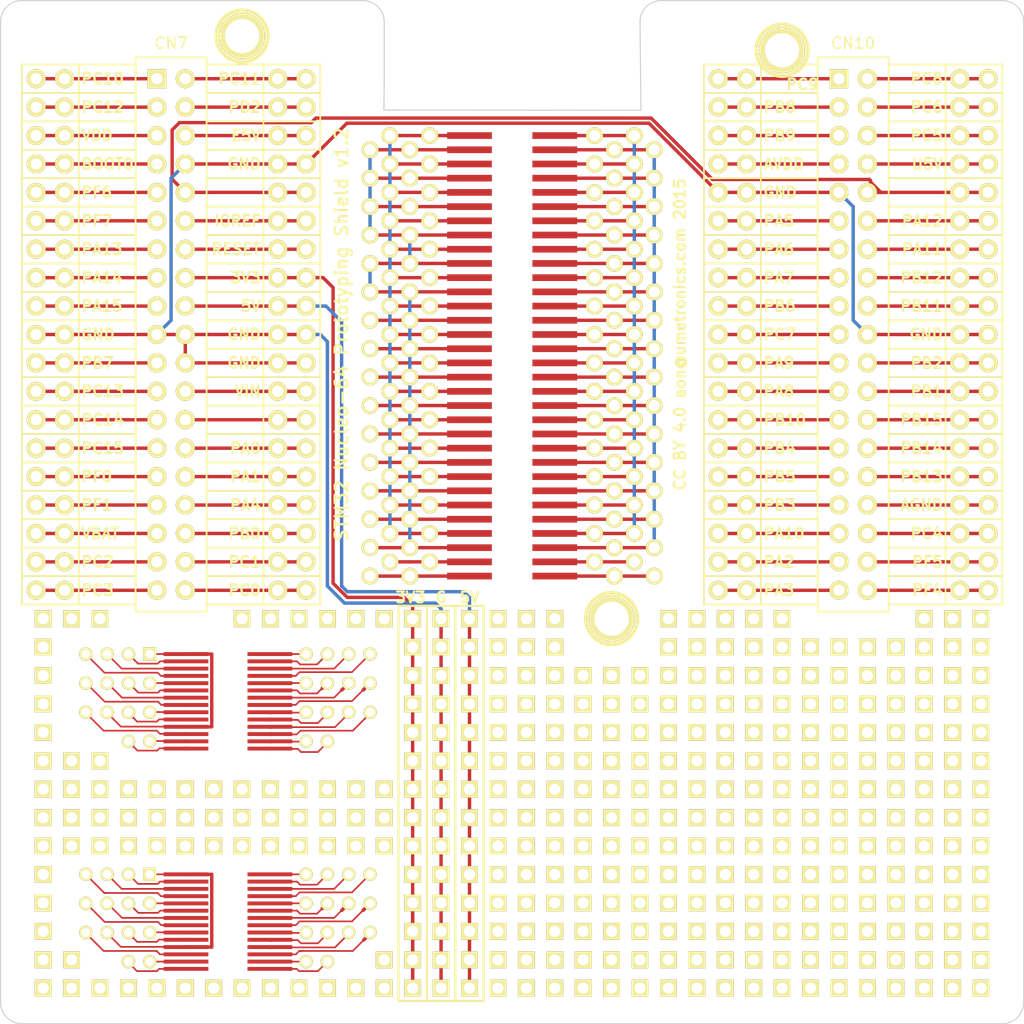
<source format=kicad_pcb>
(kicad_pcb (version 20171130) (host pcbnew "(5.1.12)-1")
  (layers (0 F.Cu signal) (31 B.Cu signal) (34 B.Paste user hide) (35 F.Paste user hide) (36 B.SilkS user hide) (37 F.SilkS user hide) (38 B.Mask user hide) (39 F.Mask user hide) (44 Edge.Cuts user))
  (net 0 "")
  (net 1 /3V3)
  (net 2 /AGND)
  (net 3 /AVDD)
  (net 4 /BOOT0)
  (net 5 /E5V)
  (net 6 /GND)
  (net 7 /IOREF)
  (net 8 /NC10)
  (net 9 /NC26)
  (net 10 /PA0)
  (net 11 /PA1)
  (net 12 /PA10)
  (net 13 /PA11)
  (net 14 /PA12)
  (net 15 /PA13)
  (net 16 /PA14)
  (net 17 /PA15)
  (net 18 /PA2)
  (net 19 /PA3)
  (net 20 /PA4)
  (net 21 /PA5)
  (net 22 /PA6)
  (net 23 /PA7)
  (net 24 /PA8)
  (net 25 /PA9)
  (net 26 /PB0)
  (net 27 /PB1)
  (net 28 /PB10)
  (net 29 /PB11)
  (net 30 /PB12)
  (net 31 /PB13)
  (net 32 /PB14)
  (net 33 /PB15)
  (net 34 /PB2)
  (net 35 /PB3)
  (net 36 /PB4)
  (net 37 /PB5)
  (net 38 /PB6)
  (net 39 /PB7)
  (net 40 /PB8)
  (net 41 /PB9)
  (net 42 /PC0)
  (net 43 /PC1)
  (net 44 /PC10)
  (net 45 /PC11)
  (net 46 /PC12)
  (net 47 /PC13)
  (net 48 /PC14)
  (net 49 /PC15)
  (net 50 /PC2)
  (net 51 /PC3)
  (net 52 /PC4)
  (net 53 /PC5)
  (net 54 /PC6)
  (net 55 /PC7)
  (net 56 /PC8)
  (net 57 /PC9)
  (net 58 /PD2)
  (net 59 /PF0)
  (net 60 /PF1)
  (net 61 /PF4)
  (net 62 /PF5)
  (net 63 /PF6)
  (net 64 /PF7)
  (net 65 /RESET)
  (net 66 /U5V)
  (net 67 /VBAT)
  (net 68 /VDD)
  (net 69 /VIN)
  (net 70 N-000001)
  (net 71 N-0000010)
  (net 72 N-0000011)
  (net 73 N-0000012)
  (net 74 N-0000013)
  (net 75 N-0000014)
  (net 76 N-0000015)
  (net 77 N-0000016)
  (net 78 N-0000017)
  (net 79 N-0000018)
  (net 80 N-0000019)
  (net 81 N-000002)
  (net 82 N-0000020)
  (net 83 N-0000021)
  (net 84 N-0000022)
  (net 85 N-0000023)
  (net 86 N-0000024)
  (net 87 N-0000025)
  (net 88 N-0000026)
  (net 89 N-0000027)
  (net 90 N-0000028)
  (net 91 N-0000029)
  (net 92 N-000003)
  (net 93 N-0000030)
  (net 94 N-0000031)
  (net 95 N-0000032)
  (net 96 N-000004)
  (net 97 N-000005)
  (net 98 N-000006)
  (net 99 N-000007)
  (net 100 N-000009)
  (net 101 /5V)
  (net 102 "Net-(P77-Pad1)")
  (net 103 "Net-(P77-Pad7)")
  (net 104 "Net-(P77-Pad4)")
  (net 105 "Net-(P77-Pad10)")
  (net 106 "Net-(U1-Pad1)")
  (net 107 "Net-(U1-Pad2)")
  (net 108 "Net-(U1-Pad3)")
  (net 109 "Net-(U1-Pad4)")
  (net 110 "Net-(U1-Pad5)")
  (net 111 "Net-(U1-Pad6)")
  (net 112 "Net-(U1-Pad7)")
  (net 113 "Net-(U1-Pad8)")
  (net 114 "Net-(U1-Pad9)")
  (net 115 "Net-(U1-Pad10)")
  (net 116 "Net-(U1-Pad12)")
  (net 117 "Net-(U1-Pad13)")
  (net 118 "Net-(U1-Pad14)")
  (net 119 "Net-(U1-Pad28)")
  (net 120 "Net-(U1-Pad27)")
  (net 121 "Net-(U1-Pad26)")
  (net 122 "Net-(U1-Pad25)")
  (net 123 "Net-(U1-Pad24)")
  (net 124 "Net-(U1-Pad23)")
  (net 125 "Net-(U1-Pad22)")
  (net 126 "Net-(U1-Pad021)")
  (net 127 "Net-(U1-Pad20)")
  (net 128 "Net-(U1-Pad19)")
  (net 129 "Net-(U1-Pad18)")
  (net 130 "Net-(U1-Pad17)")
  (net 131 "Net-(U1-Pad16)")
  (net 132 "Net-(U1-Pad15)")
  (net 133 "Net-(U1-Pad11)")
  (module SOIC_AREA (layer F.Cu) (at 132.08 102.235)
    (fp_text reference P77_16 hide)
    (fp_text value SOIC_AREA hide)
    (pad 1 smd rect (at -3.81 -1.27) (size 4 0.6) (layers F.Cu F.Paste F.Mask) (net 102 "Net-(P77-Pad1)"))
    (pad 7 smd rect (at 3.81 -1.27) (size 4 0.6) (layers F.Cu F.Paste F.Mask) (net 103 "Net-(P77-Pad7)"))
    (pad 4 smd rect (at -3.81 0) (size 4 0.6) (layers F.Cu F.Paste F.Mask) (net 104 "Net-(P77-Pad4)"))
    (pad 10 smd rect (at 3.81 0) (size 4 0.6) (layers F.Cu F.Paste F.Mask) (net 105 "Net-(P77-Pad10)"))
    (pad 2 thru_hole circle (at -7.366 -1.27) (size 1.5 1.5) (drill 1) (layers *.Cu *.Mask F.SilkS) (net 102 "Net-(P77-Pad1)"))
    (pad 3 thru_hole circle (at -10.922 -1.27) (size 1.5 1.5) (drill 1) (layers *.Cu *.Mask F.SilkS) (net 102 "Net-(P77-Pad1)"))
    (pad 5 thru_hole circle (at -9.144 0) (size 1.5 1.5) (drill 1) (layers *.Cu *.Mask F.SilkS) (net 104 "Net-(P77-Pad4)"))
    (pad 6 thru_hole circle (at -12.7 0) (size 1.5 1.5) (drill 1) (layers *.Cu *.Mask F.SilkS) (net 104 "Net-(P77-Pad4)"))
    (pad 11 thru_hole circle (at 9.144 0) (size 1.5 1.5) (drill 1) (layers *.Cu *.Mask F.SilkS) (net 105 "Net-(P77-Pad10)"))
    (pad 12 thru_hole circle (at 12.7 0) (size 1.5 1.5) (drill 1) (layers *.Cu *.Mask F.SilkS) (net 105 "Net-(P77-Pad10)"))
    (pad 8 thru_hole circle (at 7.366 -1.27) (size 1.5 1.5) (drill 1) (layers *.Cu *.Mask F.SilkS) (net 103 "Net-(P77-Pad7)"))
    (pad 9 thru_hole circle (at 10.922 -1.27) (size 1.5 1.5) (drill 1) (layers *.Cu *.Mask F.SilkS) (net 103 "Net-(P77-Pad7)"))
  )
  (module SOIC_AREA (layer F.Cu) (at 132.08 99.695)
    (fp_text reference P77_15 hide)
    (fp_text value SOIC_AREA hide)
    (pad 1 smd rect (at -3.81 -1.27) (size 4 0.6) (layers F.Cu F.Paste F.Mask) (net 96 N-000004))
    (pad 7 smd rect (at 3.81 -1.27) (size 4 0.6) (layers F.Cu F.Paste F.Mask) (net 81 N-000002))
    (pad 4 smd rect (at -3.81 0) (size 4 0.6) (layers F.Cu F.Paste F.Mask) (net 92 N-000003))
    (pad 10 smd rect (at 3.81 0) (size 4 0.6) (layers F.Cu F.Paste F.Mask) (net 70 N-000001))
    (pad 2 thru_hole circle (at -7.366 -1.27) (size 1.5 1.5) (drill 1) (layers *.Cu *.Mask F.SilkS) (net 96 N-000004))
    (pad 3 thru_hole circle (at -10.922 -1.27) (size 1.5 1.5) (drill 1) (layers *.Cu *.Mask F.SilkS) (net 96 N-000004))
    (pad 5 thru_hole circle (at -9.144 0) (size 1.5 1.5) (drill 1) (layers *.Cu *.Mask F.SilkS) (net 92 N-000003))
    (pad 6 thru_hole circle (at -12.7 0) (size 1.5 1.5) (drill 1) (layers *.Cu *.Mask F.SilkS) (net 92 N-000003))
    (pad 11 thru_hole circle (at 9.144 0) (size 1.5 1.5) (drill 1) (layers *.Cu *.Mask F.SilkS) (net 70 N-000001))
    (pad 12 thru_hole circle (at 12.7 0) (size 1.5 1.5) (drill 1) (layers *.Cu *.Mask F.SilkS) (net 70 N-000001))
    (pad 8 thru_hole circle (at 7.366 -1.27) (size 1.5 1.5) (drill 1) (layers *.Cu *.Mask F.SilkS) (net 81 N-000002))
    (pad 9 thru_hole circle (at 10.922 -1.27) (size 1.5 1.5) (drill 1) (layers *.Cu *.Mask F.SilkS) (net 81 N-000002))
  )
  (module SOIC_AREA (layer F.Cu) (at 132.08 79.375)
    (fp_text reference P77_14 hide)
    (fp_text value SOIC_AREA hide)
    (pad 1 smd rect (at -3.81 -1.27) (size 4 0.6) (layers F.Cu F.Paste F.Mask) (net 96 N-000004))
    (pad 7 smd rect (at 3.81 -1.27) (size 4 0.6) (layers F.Cu F.Paste F.Mask) (net 81 N-000002))
    (pad 4 smd rect (at -3.81 0) (size 4 0.6) (layers F.Cu F.Paste F.Mask) (net 92 N-000003))
    (pad 10 smd rect (at 3.81 0) (size 4 0.6) (layers F.Cu F.Paste F.Mask) (net 70 N-000001))
    (pad 2 thru_hole circle (at -7.366 -1.27) (size 1.5 1.5) (drill 1) (layers *.Cu *.Mask F.SilkS) (net 96 N-000004))
    (pad 3 thru_hole circle (at -10.922 -1.27) (size 1.5 1.5) (drill 1) (layers *.Cu *.Mask F.SilkS) (net 96 N-000004))
    (pad 5 thru_hole circle (at -9.144 0) (size 1.5 1.5) (drill 1) (layers *.Cu *.Mask F.SilkS) (net 92 N-000003))
    (pad 6 thru_hole circle (at -12.7 0) (size 1.5 1.5) (drill 1) (layers *.Cu *.Mask F.SilkS) (net 92 N-000003))
    (pad 11 thru_hole circle (at 9.144 0) (size 1.5 1.5) (drill 1) (layers *.Cu *.Mask F.SilkS) (net 70 N-000001))
    (pad 12 thru_hole circle (at 12.7 0) (size 1.5 1.5) (drill 1) (layers *.Cu *.Mask F.SilkS) (net 70 N-000001))
    (pad 8 thru_hole circle (at 7.366 -1.27) (size 1.5 1.5) (drill 1) (layers *.Cu *.Mask F.SilkS) (net 81 N-000002))
    (pad 9 thru_hole circle (at 10.922 -1.27) (size 1.5 1.5) (drill 1) (layers *.Cu *.Mask F.SilkS) (net 81 N-000002))
  )
  (module SOIC_AREA (layer F.Cu) (at 132.08 81.915)
    (fp_text reference P77_13 hide)
    (fp_text value SOIC_AREA hide)
    (pad 1 smd rect (at -3.81 -1.27) (size 4 0.6) (layers F.Cu F.Paste F.Mask) (net 96 N-000004))
    (pad 7 smd rect (at 3.81 -1.27) (size 4 0.6) (layers F.Cu F.Paste F.Mask) (net 81 N-000002))
    (pad 4 smd rect (at -3.81 0) (size 4 0.6) (layers F.Cu F.Paste F.Mask) (net 92 N-000003))
    (pad 10 smd rect (at 3.81 0) (size 4 0.6) (layers F.Cu F.Paste F.Mask) (net 70 N-000001))
    (pad 2 thru_hole circle (at -7.366 -1.27) (size 1.5 1.5) (drill 1) (layers *.Cu *.Mask F.SilkS) (net 96 N-000004))
    (pad 3 thru_hole circle (at -10.922 -1.27) (size 1.5 1.5) (drill 1) (layers *.Cu *.Mask F.SilkS) (net 96 N-000004))
    (pad 5 thru_hole circle (at -9.144 0) (size 1.5 1.5) (drill 1) (layers *.Cu *.Mask F.SilkS) (net 92 N-000003))
    (pad 6 thru_hole circle (at -12.7 0) (size 1.5 1.5) (drill 1) (layers *.Cu *.Mask F.SilkS) (net 92 N-000003))
    (pad 11 thru_hole circle (at 9.144 0) (size 1.5 1.5) (drill 1) (layers *.Cu *.Mask F.SilkS) (net 70 N-000001))
    (pad 12 thru_hole circle (at 12.7 0) (size 1.5 1.5) (drill 1) (layers *.Cu *.Mask F.SilkS) (net 70 N-000001))
    (pad 8 thru_hole circle (at 7.366 -1.27) (size 1.5 1.5) (drill 1) (layers *.Cu *.Mask F.SilkS) (net 81 N-000002))
    (pad 9 thru_hole circle (at 10.922 -1.27) (size 1.5 1.5) (drill 1) (layers *.Cu *.Mask F.SilkS) (net 81 N-000002))
  )
  (module SOIC_AREA (layer F.Cu) (at 132.08 86.995)
    (fp_text reference P77_12 hide)
    (fp_text value SOIC_AREA hide)
    (pad 1 smd rect (at -3.81 -1.27) (size 4 0.6) (layers F.Cu F.Paste F.Mask) (net 96 N-000004))
    (pad 7 smd rect (at 3.81 -1.27) (size 4 0.6) (layers F.Cu F.Paste F.Mask) (net 81 N-000002))
    (pad 4 smd rect (at -3.81 0) (size 4 0.6) (layers F.Cu F.Paste F.Mask) (net 92 N-000003))
    (pad 10 smd rect (at 3.81 0) (size 4 0.6) (layers F.Cu F.Paste F.Mask) (net 70 N-000001))
    (pad 2 thru_hole circle (at -7.366 -1.27) (size 1.5 1.5) (drill 1) (layers *.Cu *.Mask F.SilkS) (net 96 N-000004))
    (pad 3 thru_hole circle (at -10.922 -1.27) (size 1.5 1.5) (drill 1) (layers *.Cu *.Mask F.SilkS) (net 96 N-000004))
    (pad 5 thru_hole circle (at -9.144 0) (size 1.5 1.5) (drill 1) (layers *.Cu *.Mask F.SilkS) (net 92 N-000003))
    (pad 6 thru_hole circle (at -12.7 0) (size 1.5 1.5) (drill 1) (layers *.Cu *.Mask F.SilkS) (net 92 N-000003))
    (pad 11 thru_hole circle (at 9.144 0) (size 1.5 1.5) (drill 1) (layers *.Cu *.Mask F.SilkS) (net 70 N-000001))
    (pad 12 thru_hole circle (at 12.7 0) (size 1.5 1.5) (drill 1) (layers *.Cu *.Mask F.SilkS) (net 70 N-000001))
    (pad 8 thru_hole circle (at 7.366 -1.27) (size 1.5 1.5) (drill 1) (layers *.Cu *.Mask F.SilkS) (net 81 N-000002))
    (pad 9 thru_hole circle (at 10.922 -1.27) (size 1.5 1.5) (drill 1) (layers *.Cu *.Mask F.SilkS) (net 81 N-000002))
  )
  (module SOIC_AREA (layer F.Cu) (at 132.08 84.455)
    (fp_text reference P77_11 hide)
    (fp_text value SOIC_AREA hide)
    (pad 1 smd rect (at -3.81 -1.27) (size 4 0.6) (layers F.Cu F.Paste F.Mask) (net 96 N-000004))
    (pad 7 smd rect (at 3.81 -1.27) (size 4 0.6) (layers F.Cu F.Paste F.Mask) (net 81 N-000002))
    (pad 4 smd rect (at -3.81 0) (size 4 0.6) (layers F.Cu F.Paste F.Mask) (net 92 N-000003))
    (pad 10 smd rect (at 3.81 0) (size 4 0.6) (layers F.Cu F.Paste F.Mask) (net 70 N-000001))
    (pad 2 thru_hole circle (at -7.366 -1.27) (size 1.5 1.5) (drill 1) (layers *.Cu *.Mask F.SilkS) (net 96 N-000004))
    (pad 3 thru_hole circle (at -10.922 -1.27) (size 1.5 1.5) (drill 1) (layers *.Cu *.Mask F.SilkS) (net 96 N-000004))
    (pad 5 thru_hole circle (at -9.144 0) (size 1.5 1.5) (drill 1) (layers *.Cu *.Mask F.SilkS) (net 92 N-000003))
    (pad 6 thru_hole circle (at -12.7 0) (size 1.5 1.5) (drill 1) (layers *.Cu *.Mask F.SilkS) (net 92 N-000003))
    (pad 11 thru_hole circle (at 9.144 0) (size 1.5 1.5) (drill 1) (layers *.Cu *.Mask F.SilkS) (net 70 N-000001))
    (pad 12 thru_hole circle (at 12.7 0) (size 1.5 1.5) (drill 1) (layers *.Cu *.Mask F.SilkS) (net 70 N-000001))
    (pad 8 thru_hole circle (at 7.366 -1.27) (size 1.5 1.5) (drill 1) (layers *.Cu *.Mask F.SilkS) (net 81 N-000002))
    (pad 9 thru_hole circle (at 10.922 -1.27) (size 1.5 1.5) (drill 1) (layers *.Cu *.Mask F.SilkS) (net 81 N-000002))
  )
  (module SOIC_AREA (layer F.Cu) (at 132.08 94.615)
    (fp_text reference P77_10 hide)
    (fp_text value SOIC_AREA hide)
    (pad 1 smd rect (at -3.81 -1.27) (size 4 0.6) (layers F.Cu F.Paste F.Mask) (net 96 N-000004))
    (pad 7 smd rect (at 3.81 -1.27) (size 4 0.6) (layers F.Cu F.Paste F.Mask) (net 81 N-000002))
    (pad 4 smd rect (at -3.81 0) (size 4 0.6) (layers F.Cu F.Paste F.Mask) (net 92 N-000003))
    (pad 10 smd rect (at 3.81 0) (size 4 0.6) (layers F.Cu F.Paste F.Mask) (net 70 N-000001))
    (pad 2 thru_hole circle (at -7.366 -1.27) (size 1.5 1.5) (drill 1) (layers *.Cu *.Mask F.SilkS) (net 96 N-000004))
    (pad 3 thru_hole circle (at -10.922 -1.27) (size 1.5 1.5) (drill 1) (layers *.Cu *.Mask F.SilkS) (net 96 N-000004))
    (pad 5 thru_hole circle (at -9.144 0) (size 1.5 1.5) (drill 1) (layers *.Cu *.Mask F.SilkS) (net 92 N-000003))
    (pad 6 thru_hole circle (at -12.7 0) (size 1.5 1.5) (drill 1) (layers *.Cu *.Mask F.SilkS) (net 92 N-000003))
    (pad 11 thru_hole circle (at 9.144 0) (size 1.5 1.5) (drill 1) (layers *.Cu *.Mask F.SilkS) (net 70 N-000001))
    (pad 12 thru_hole circle (at 12.7 0) (size 1.5 1.5) (drill 1) (layers *.Cu *.Mask F.SilkS) (net 70 N-000001))
    (pad 8 thru_hole circle (at 7.366 -1.27) (size 1.5 1.5) (drill 1) (layers *.Cu *.Mask F.SilkS) (net 81 N-000002))
    (pad 9 thru_hole circle (at 10.922 -1.27) (size 1.5 1.5) (drill 1) (layers *.Cu *.Mask F.SilkS) (net 81 N-000002))
  )
  (module SOIC_AREA (layer F.Cu) (at 132.08 97.155)
    (fp_text reference P77_9 hide)
    (fp_text value SOIC_AREA hide)
    (pad 1 smd rect (at -3.81 -1.27) (size 4 0.6) (layers F.Cu F.Paste F.Mask) (net 96 N-000004))
    (pad 7 smd rect (at 3.81 -1.27) (size 4 0.6) (layers F.Cu F.Paste F.Mask) (net 81 N-000002))
    (pad 4 smd rect (at -3.81 0) (size 4 0.6) (layers F.Cu F.Paste F.Mask) (net 92 N-000003))
    (pad 10 smd rect (at 3.81 0) (size 4 0.6) (layers F.Cu F.Paste F.Mask) (net 70 N-000001))
    (pad 2 thru_hole circle (at -7.366 -1.27) (size 1.5 1.5) (drill 1) (layers *.Cu *.Mask F.SilkS) (net 96 N-000004))
    (pad 3 thru_hole circle (at -10.922 -1.27) (size 1.5 1.5) (drill 1) (layers *.Cu *.Mask F.SilkS) (net 96 N-000004))
    (pad 5 thru_hole circle (at -9.144 0) (size 1.5 1.5) (drill 1) (layers *.Cu *.Mask F.SilkS) (net 92 N-000003))
    (pad 6 thru_hole circle (at -12.7 0) (size 1.5 1.5) (drill 1) (layers *.Cu *.Mask F.SilkS) (net 92 N-000003))
    (pad 11 thru_hole circle (at 9.144 0) (size 1.5 1.5) (drill 1) (layers *.Cu *.Mask F.SilkS) (net 70 N-000001))
    (pad 12 thru_hole circle (at 12.7 0) (size 1.5 1.5) (drill 1) (layers *.Cu *.Mask F.SilkS) (net 70 N-000001))
    (pad 8 thru_hole circle (at 7.366 -1.27) (size 1.5 1.5) (drill 1) (layers *.Cu *.Mask F.SilkS) (net 81 N-000002))
    (pad 9 thru_hole circle (at 10.922 -1.27) (size 1.5 1.5) (drill 1) (layers *.Cu *.Mask F.SilkS) (net 81 N-000002))
  )
  (module SOIC_AREA (layer F.Cu) (at 132.08 92.075)
    (fp_text reference P77_8 hide)
    (fp_text value SOIC_AREA hide)
    (pad 1 smd rect (at -3.81 -1.27) (size 4 0.6) (layers F.Cu F.Paste F.Mask) (net 96 N-000004))
    (pad 7 smd rect (at 3.81 -1.27) (size 4 0.6) (layers F.Cu F.Paste F.Mask) (net 81 N-000002))
    (pad 4 smd rect (at -3.81 0) (size 4 0.6) (layers F.Cu F.Paste F.Mask) (net 92 N-000003))
    (pad 10 smd rect (at 3.81 0) (size 4 0.6) (layers F.Cu F.Paste F.Mask) (net 70 N-000001))
    (pad 2 thru_hole circle (at -7.366 -1.27) (size 1.5 1.5) (drill 1) (layers *.Cu *.Mask F.SilkS) (net 96 N-000004))
    (pad 3 thru_hole circle (at -10.922 -1.27) (size 1.5 1.5) (drill 1) (layers *.Cu *.Mask F.SilkS) (net 96 N-000004))
    (pad 5 thru_hole circle (at -9.144 0) (size 1.5 1.5) (drill 1) (layers *.Cu *.Mask F.SilkS) (net 92 N-000003))
    (pad 6 thru_hole circle (at -12.7 0) (size 1.5 1.5) (drill 1) (layers *.Cu *.Mask F.SilkS) (net 92 N-000003))
    (pad 11 thru_hole circle (at 9.144 0) (size 1.5 1.5) (drill 1) (layers *.Cu *.Mask F.SilkS) (net 70 N-000001))
    (pad 12 thru_hole circle (at 12.7 0) (size 1.5 1.5) (drill 1) (layers *.Cu *.Mask F.SilkS) (net 70 N-000001))
    (pad 8 thru_hole circle (at 7.366 -1.27) (size 1.5 1.5) (drill 1) (layers *.Cu *.Mask F.SilkS) (net 81 N-000002))
    (pad 9 thru_hole circle (at 10.922 -1.27) (size 1.5 1.5) (drill 1) (layers *.Cu *.Mask F.SilkS) (net 81 N-000002))
  )
  (module SOIC_AREA (layer F.Cu) (at 132.08 89.535)
    (fp_text reference P77_7 hide)
    (fp_text value SOIC_AREA hide)
    (pad 1 smd rect (at -3.81 -1.27) (size 4 0.6) (layers F.Cu F.Paste F.Mask) (net 96 N-000004))
    (pad 7 smd rect (at 3.81 -1.27) (size 4 0.6) (layers F.Cu F.Paste F.Mask) (net 81 N-000002))
    (pad 4 smd rect (at -3.81 0) (size 4 0.6) (layers F.Cu F.Paste F.Mask) (net 92 N-000003))
    (pad 10 smd rect (at 3.81 0) (size 4 0.6) (layers F.Cu F.Paste F.Mask) (net 70 N-000001))
    (pad 2 thru_hole circle (at -7.366 -1.27) (size 1.5 1.5) (drill 1) (layers *.Cu *.Mask F.SilkS) (net 96 N-000004))
    (pad 3 thru_hole circle (at -10.922 -1.27) (size 1.5 1.5) (drill 1) (layers *.Cu *.Mask F.SilkS) (net 96 N-000004))
    (pad 5 thru_hole circle (at -9.144 0) (size 1.5 1.5) (drill 1) (layers *.Cu *.Mask F.SilkS) (net 92 N-000003))
    (pad 6 thru_hole circle (at -12.7 0) (size 1.5 1.5) (drill 1) (layers *.Cu *.Mask F.SilkS) (net 92 N-000003))
    (pad 11 thru_hole circle (at 9.144 0) (size 1.5 1.5) (drill 1) (layers *.Cu *.Mask F.SilkS) (net 70 N-000001))
    (pad 12 thru_hole circle (at 12.7 0) (size 1.5 1.5) (drill 1) (layers *.Cu *.Mask F.SilkS) (net 70 N-000001))
    (pad 8 thru_hole circle (at 7.366 -1.27) (size 1.5 1.5) (drill 1) (layers *.Cu *.Mask F.SilkS) (net 81 N-000002))
    (pad 9 thru_hole circle (at 10.922 -1.27) (size 1.5 1.5) (drill 1) (layers *.Cu *.Mask F.SilkS) (net 81 N-000002))
  )
  (module SOIC_AREA (layer F.Cu) (at 132.08 69.215)
    (fp_text reference P77_6 hide)
    (fp_text value SOIC_AREA hide)
    (pad 1 smd rect (at -3.81 -1.27) (size 4 0.6) (layers F.Cu F.Paste F.Mask) (net 96 N-000004))
    (pad 7 smd rect (at 3.81 -1.27) (size 4 0.6) (layers F.Cu F.Paste F.Mask) (net 81 N-000002))
    (pad 4 smd rect (at -3.81 0) (size 4 0.6) (layers F.Cu F.Paste F.Mask) (net 92 N-000003))
    (pad 10 smd rect (at 3.81 0) (size 4 0.6) (layers F.Cu F.Paste F.Mask) (net 70 N-000001))
    (pad 2 thru_hole circle (at -7.366 -1.27) (size 1.5 1.5) (drill 1) (layers *.Cu *.Mask F.SilkS) (net 96 N-000004))
    (pad 3 thru_hole circle (at -10.922 -1.27) (size 1.5 1.5) (drill 1) (layers *.Cu *.Mask F.SilkS) (net 96 N-000004))
    (pad 5 thru_hole circle (at -9.144 0) (size 1.5 1.5) (drill 1) (layers *.Cu *.Mask F.SilkS) (net 92 N-000003))
    (pad 6 thru_hole circle (at -12.7 0) (size 1.5 1.5) (drill 1) (layers *.Cu *.Mask F.SilkS) (net 92 N-000003))
    (pad 11 thru_hole circle (at 9.144 0) (size 1.5 1.5) (drill 1) (layers *.Cu *.Mask F.SilkS) (net 70 N-000001))
    (pad 12 thru_hole circle (at 12.7 0) (size 1.5 1.5) (drill 1) (layers *.Cu *.Mask F.SilkS) (net 70 N-000001))
    (pad 8 thru_hole circle (at 7.366 -1.27) (size 1.5 1.5) (drill 1) (layers *.Cu *.Mask F.SilkS) (net 81 N-000002))
    (pad 9 thru_hole circle (at 10.922 -1.27) (size 1.5 1.5) (drill 1) (layers *.Cu *.Mask F.SilkS) (net 81 N-000002))
  )
  (module SOIC_AREA (layer F.Cu) (at 132.08 71.755)
    (fp_text reference P77_5 hide)
    (fp_text value SOIC_AREA hide)
    (pad 1 smd rect (at -3.81 -1.27) (size 4 0.6) (layers F.Cu F.Paste F.Mask) (net 96 N-000004))
    (pad 7 smd rect (at 3.81 -1.27) (size 4 0.6) (layers F.Cu F.Paste F.Mask) (net 81 N-000002))
    (pad 4 smd rect (at -3.81 0) (size 4 0.6) (layers F.Cu F.Paste F.Mask) (net 92 N-000003))
    (pad 10 smd rect (at 3.81 0) (size 4 0.6) (layers F.Cu F.Paste F.Mask) (net 70 N-000001))
    (pad 2 thru_hole circle (at -7.366 -1.27) (size 1.5 1.5) (drill 1) (layers *.Cu *.Mask F.SilkS) (net 96 N-000004))
    (pad 3 thru_hole circle (at -10.922 -1.27) (size 1.5 1.5) (drill 1) (layers *.Cu *.Mask F.SilkS) (net 96 N-000004))
    (pad 5 thru_hole circle (at -9.144 0) (size 1.5 1.5) (drill 1) (layers *.Cu *.Mask F.SilkS) (net 92 N-000003))
    (pad 6 thru_hole circle (at -12.7 0) (size 1.5 1.5) (drill 1) (layers *.Cu *.Mask F.SilkS) (net 92 N-000003))
    (pad 11 thru_hole circle (at 9.144 0) (size 1.5 1.5) (drill 1) (layers *.Cu *.Mask F.SilkS) (net 70 N-000001))
    (pad 12 thru_hole circle (at 12.7 0) (size 1.5 1.5) (drill 1) (layers *.Cu *.Mask F.SilkS) (net 70 N-000001))
    (pad 8 thru_hole circle (at 7.366 -1.27) (size 1.5 1.5) (drill 1) (layers *.Cu *.Mask F.SilkS) (net 81 N-000002))
    (pad 9 thru_hole circle (at 10.922 -1.27) (size 1.5 1.5) (drill 1) (layers *.Cu *.Mask F.SilkS) (net 81 N-000002))
  )
  (module SOIC_AREA (layer F.Cu) (at 132.08 76.835)
    (fp_text reference P77_4 hide)
    (fp_text value SOIC_AREA hide)
    (pad 1 smd rect (at -3.81 -1.27) (size 4 0.6) (layers F.Cu F.Paste F.Mask) (net 96 N-000004))
    (pad 7 smd rect (at 3.81 -1.27) (size 4 0.6) (layers F.Cu F.Paste F.Mask) (net 81 N-000002))
    (pad 4 smd rect (at -3.81 0) (size 4 0.6) (layers F.Cu F.Paste F.Mask) (net 92 N-000003))
    (pad 10 smd rect (at 3.81 0) (size 4 0.6) (layers F.Cu F.Paste F.Mask) (net 70 N-000001))
    (pad 2 thru_hole circle (at -7.366 -1.27) (size 1.5 1.5) (drill 1) (layers *.Cu *.Mask F.SilkS) (net 96 N-000004))
    (pad 3 thru_hole circle (at -10.922 -1.27) (size 1.5 1.5) (drill 1) (layers *.Cu *.Mask F.SilkS) (net 96 N-000004))
    (pad 5 thru_hole circle (at -9.144 0) (size 1.5 1.5) (drill 1) (layers *.Cu *.Mask F.SilkS) (net 92 N-000003))
    (pad 6 thru_hole circle (at -12.7 0) (size 1.5 1.5) (drill 1) (layers *.Cu *.Mask F.SilkS) (net 92 N-000003))
    (pad 11 thru_hole circle (at 9.144 0) (size 1.5 1.5) (drill 1) (layers *.Cu *.Mask F.SilkS) (net 70 N-000001))
    (pad 12 thru_hole circle (at 12.7 0) (size 1.5 1.5) (drill 1) (layers *.Cu *.Mask F.SilkS) (net 70 N-000001))
    (pad 8 thru_hole circle (at 7.366 -1.27) (size 1.5 1.5) (drill 1) (layers *.Cu *.Mask F.SilkS) (net 81 N-000002))
    (pad 9 thru_hole circle (at 10.922 -1.27) (size 1.5 1.5) (drill 1) (layers *.Cu *.Mask F.SilkS) (net 81 N-000002))
  )
  (module SOIC_AREA (layer F.Cu) (at 132.08 74.295)
    (fp_text reference P77_3 hide)
    (fp_text value SOIC_AREA hide)
    (pad 1 smd rect (at -3.81 -1.27) (size 4 0.6) (layers F.Cu F.Paste F.Mask) (net 96 N-000004))
    (pad 7 smd rect (at 3.81 -1.27) (size 4 0.6) (layers F.Cu F.Paste F.Mask) (net 81 N-000002))
    (pad 4 smd rect (at -3.81 0) (size 4 0.6) (layers F.Cu F.Paste F.Mask) (net 92 N-000003))
    (pad 10 smd rect (at 3.81 0) (size 4 0.6) (layers F.Cu F.Paste F.Mask) (net 70 N-000001))
    (pad 2 thru_hole circle (at -7.366 -1.27) (size 1.5 1.5) (drill 1) (layers *.Cu *.Mask F.SilkS) (net 96 N-000004))
    (pad 3 thru_hole circle (at -10.922 -1.27) (size 1.5 1.5) (drill 1) (layers *.Cu *.Mask F.SilkS) (net 96 N-000004))
    (pad 5 thru_hole circle (at -9.144 0) (size 1.5 1.5) (drill 1) (layers *.Cu *.Mask F.SilkS) (net 92 N-000003))
    (pad 6 thru_hole circle (at -12.7 0) (size 1.5 1.5) (drill 1) (layers *.Cu *.Mask F.SilkS) (net 92 N-000003))
    (pad 11 thru_hole circle (at 9.144 0) (size 1.5 1.5) (drill 1) (layers *.Cu *.Mask F.SilkS) (net 70 N-000001))
    (pad 12 thru_hole circle (at 12.7 0) (size 1.5 1.5) (drill 1) (layers *.Cu *.Mask F.SilkS) (net 70 N-000001))
    (pad 8 thru_hole circle (at 7.366 -1.27) (size 1.5 1.5) (drill 1) (layers *.Cu *.Mask F.SilkS) (net 81 N-000002))
    (pad 9 thru_hole circle (at 10.922 -1.27) (size 1.5 1.5) (drill 1) (layers *.Cu *.Mask F.SilkS) (net 81 N-000002))
  )
  (module SOIC_AREA (layer F.Cu) (at 132.08 64.135)
    (fp_text reference P77_2 hide)
    (fp_text value SOIC_AREA hide)
    (pad 1 smd rect (at -3.81 -1.27) (size 4 0.6) (layers F.Cu F.Paste F.Mask) (net 96 N-000004))
    (pad 7 smd rect (at 3.81 -1.27) (size 4 0.6) (layers F.Cu F.Paste F.Mask) (net 81 N-000002))
    (pad 4 smd rect (at -3.81 0) (size 4 0.6) (layers F.Cu F.Paste F.Mask) (net 92 N-000003))
    (pad 10 smd rect (at 3.81 0) (size 4 0.6) (layers F.Cu F.Paste F.Mask) (net 70 N-000001))
    (pad 2 thru_hole circle (at -7.366 -1.27) (size 1.5 1.5) (drill 1) (layers *.Cu *.Mask F.SilkS) (net 96 N-000004))
    (pad 3 thru_hole circle (at -10.922 -1.27) (size 1.5 1.5) (drill 1) (layers *.Cu *.Mask F.SilkS) (net 96 N-000004))
    (pad 5 thru_hole circle (at -9.144 0) (size 1.5 1.5) (drill 1) (layers *.Cu *.Mask F.SilkS) (net 92 N-000003))
    (pad 6 thru_hole circle (at -12.7 0) (size 1.5 1.5) (drill 1) (layers *.Cu *.Mask F.SilkS) (net 92 N-000003))
    (pad 11 thru_hole circle (at 9.144 0) (size 1.5 1.5) (drill 1) (layers *.Cu *.Mask F.SilkS) (net 70 N-000001))
    (pad 12 thru_hole circle (at 12.7 0) (size 1.5 1.5) (drill 1) (layers *.Cu *.Mask F.SilkS) (net 70 N-000001))
    (pad 8 thru_hole circle (at 7.366 -1.27) (size 1.5 1.5) (drill 1) (layers *.Cu *.Mask F.SilkS) (net 81 N-000002))
    (pad 9 thru_hole circle (at 10.922 -1.27) (size 1.5 1.5) (drill 1) (layers *.Cu *.Mask F.SilkS) (net 81 N-000002))
  )
  (module SOIC_AREA (layer F.Cu) (at 132.08 66.675)
    (fp_text reference P77 hide)
    (fp_text value SOIC_AREA hide)
    (pad 1 smd rect (at -3.81 -1.27) (size 4 0.6) (layers F.Cu F.Paste F.Mask) (net 96 N-000004))
    (pad 7 smd rect (at 3.81 -1.27) (size 4 0.6) (layers F.Cu F.Paste F.Mask) (net 81 N-000002))
    (pad 4 smd rect (at -3.81 0) (size 4 0.6) (layers F.Cu F.Paste F.Mask) (net 92 N-000003))
    (pad 10 smd rect (at 3.81 0) (size 4 0.6) (layers F.Cu F.Paste F.Mask) (net 70 N-000001))
    (pad 2 thru_hole circle (at -7.366 -1.27) (size 1.5 1.5) (drill 1) (layers *.Cu *.Mask F.SilkS) (net 96 N-000004))
    (pad 3 thru_hole circle (at -10.922 -1.27) (size 1.5 1.5) (drill 1) (layers *.Cu *.Mask F.SilkS) (net 96 N-000004))
    (pad 5 thru_hole circle (at -9.144 0) (size 1.5 1.5) (drill 1) (layers *.Cu *.Mask F.SilkS) (net 92 N-000003))
    (pad 6 thru_hole circle (at -12.7 0) (size 1.5 1.5) (drill 1) (layers *.Cu *.Mask F.SilkS) (net 92 N-000003))
    (pad 11 thru_hole circle (at 9.144 0) (size 1.5 1.5) (drill 1) (layers *.Cu *.Mask F.SilkS) (net 70 N-000001))
    (pad 12 thru_hole circle (at 12.7 0) (size 1.5 1.5) (drill 1) (layers *.Cu *.Mask F.SilkS) (net 70 N-000001))
    (pad 8 thru_hole circle (at 7.366 -1.27) (size 1.5 1.5) (drill 1) (layers *.Cu *.Mask F.SilkS) (net 81 N-000002))
    (pad 9 thru_hole circle (at 10.922 -1.27) (size 1.5 1.5) (drill 1) (layers *.Cu *.Mask F.SilkS) (net 81 N-000002))
  )
  (module PIN_ARRAY_19X2 (layer F.Cu) (at 102.87 78.105 270)
    (fp_text reference CN7 (at -23.495 1.27) (layer F.SilkS))
    (fp_text value 2X19_HEADER hide)
    (pad 1 thru_hole rect (at -20.32 2.54 270) (size 1.7 1.7) (drill 1) (layers *.Cu *.Mask F.SilkS) (net 44 /PC10))
    (pad 2 thru_hole circle (at -20.32 0 270) (size 1.7 1.7) (drill 1) (layers *.Cu *.Mask F.SilkS) (net 45 /PC11))
    (pad 3 thru_hole circle (at -17.78 2.54 270) (size 1.7 1.7) (drill 1) (layers *.Cu *.Mask F.SilkS) (net 46 /PC12))
    (pad 4 thru_hole circle (at -17.78 0 270) (size 1.7 1.7) (drill 1) (layers *.Cu *.Mask F.SilkS) (net 58 /PD2))
    (pad 5 thru_hole circle (at -15.24 2.54 270) (size 1.7 1.7) (drill 1) (layers *.Cu *.Mask F.SilkS) (net 68 /VDD))
    (pad 6 thru_hole circle (at -15.24 0 270) (size 1.7 1.7) (drill 1) (layers *.Cu *.Mask F.SilkS) (net 5 /E5V))
    (pad 7 thru_hole circle (at -12.7 2.54 270) (size 1.7 1.7) (drill 1) (layers *.Cu *.Mask F.SilkS) (net 4 /BOOT0))
    (pad 8 thru_hole circle (at -12.7 0 270) (size 1.7 1.7) (drill 1) (layers *.Cu *.Mask F.SilkS) (net 6 /GND))
    (pad 9 thru_hole circle (at -10.16 2.54 270) (size 1.7 1.7) (drill 1) (layers *.Cu *.Mask F.SilkS) (net 63 /PF6))
    (pad 10 thru_hole circle (at -10.16 0 270) (size 1.7 1.7) (drill 1) (layers *.Cu *.Mask F.SilkS) (net 8 /NC10))
    (pad 11 thru_hole circle (at -7.62 2.54 270) (size 1.7 1.7) (drill 1) (layers *.Cu *.Mask F.SilkS) (net 64 /PF7))
    (pad 12 thru_hole circle (at -7.62 0 270) (size 1.7 1.7) (drill 1) (layers *.Cu *.Mask F.SilkS) (net 7 /IOREF))
    (pad 13 thru_hole circle (at -5.08 2.54 270) (size 1.7 1.7) (drill 1) (layers *.Cu *.Mask F.SilkS) (net 15 /PA13))
    (pad 14 thru_hole circle (at -5.08 0 270) (size 1.7 1.7) (drill 1) (layers *.Cu *.Mask F.SilkS) (net 65 /RESET))
    (pad 15 thru_hole circle (at -2.54 2.54 270) (size 1.7 1.7) (drill 1) (layers *.Cu *.Mask F.SilkS) (net 16 /PA14))
    (pad 16 thru_hole circle (at -2.54 0 270) (size 1.7 1.7) (drill 1) (layers *.Cu *.Mask F.SilkS) (net 1 /3V3))
    (pad 17 thru_hole circle (at 0 2.54 270) (size 1.7 1.7) (drill 1) (layers *.Cu *.Mask F.SilkS) (net 17 /PA15))
    (pad 18 thru_hole circle (at 0 0 270) (size 1.7 1.7) (drill 1) (layers *.Cu *.Mask F.SilkS) (net 101 /5V))
    (pad 19 thru_hole circle (at 2.54 2.54 270) (size 1.7 1.7) (drill 1) (layers *.Cu *.Mask F.SilkS) (net 6 /GND))
    (pad 20 thru_hole circle (at 2.54 0 270) (size 1.7 1.7) (drill 1) (layers *.Cu *.Mask F.SilkS) (net 6 /GND))
    (pad 21 thru_hole circle (at 5.08 2.54 270) (size 1.7 1.7) (drill 1) (layers *.Cu *.Mask F.SilkS) (net 39 /PB7))
    (pad 22 thru_hole circle (at 5.08 0 270) (size 1.7 1.7) (drill 1) (layers *.Cu *.Mask F.SilkS) (net 6 /GND))
    (pad 23 thru_hole circle (at 7.62 2.54 270) (size 1.7 1.7) (drill 1) (layers *.Cu *.Mask F.SilkS) (net 47 /PC13))
    (pad 24 thru_hole circle (at 7.62 0 270) (size 1.7 1.7) (drill 1) (layers *.Cu *.Mask F.SilkS) (net 69 /VIN))
    (pad 25 thru_hole circle (at 10.16 2.54 270) (size 1.7 1.7) (drill 1) (layers *.Cu *.Mask F.SilkS) (net 48 /PC14))
    (pad 26 thru_hole circle (at 10.16 0 270) (size 1.7 1.7) (drill 1) (layers *.Cu *.Mask F.SilkS) (net 9 /NC26))
    (pad 27 thru_hole circle (at 12.7 2.54 270) (size 1.7 1.7) (drill 1) (layers *.Cu *.Mask F.SilkS) (net 49 /PC15))
    (pad 28 thru_hole circle (at 12.7 0 270) (size 1.7 1.7) (drill 1) (layers *.Cu *.Mask F.SilkS) (net 10 /PA0))
    (pad 29 thru_hole circle (at 15.24 2.54 270) (size 1.7 1.7) (drill 1) (layers *.Cu *.Mask F.SilkS) (net 59 /PF0))
    (pad 30 thru_hole circle (at 15.24 0 270) (size 1.7 1.7) (drill 1) (layers *.Cu *.Mask F.SilkS) (net 11 /PA1))
    (pad 31 thru_hole circle (at 17.78 2.54 270) (size 1.7 1.7) (drill 1) (layers *.Cu *.Mask F.SilkS) (net 60 /PF1))
    (pad 32 thru_hole circle (at 17.78 0 270) (size 1.7 1.7) (drill 1) (layers *.Cu *.Mask F.SilkS) (net 20 /PA4))
    (pad 33 thru_hole circle (at 20.32 2.54 270) (size 1.7 1.7) (drill 1) (layers *.Cu *.Mask F.SilkS) (net 67 /VBAT))
    (pad 34 thru_hole circle (at 20.32 0 270) (size 1.7 1.7) (drill 1) (layers *.Cu *.Mask F.SilkS) (net 26 /PB0))
    (pad 35 thru_hole circle (at 22.86 2.54 270) (size 1.7 1.7) (drill 1) (layers *.Cu *.Mask F.SilkS) (net 50 /PC2))
    (pad 36 thru_hole circle (at 22.86 0 270) (size 1.7 1.7) (drill 1) (layers *.Cu *.Mask F.SilkS) (net 43 /PC1))
    (pad 37 thru_hole circle (at 25.4 2.54 270) (size 1.7 1.7) (drill 1) (layers *.Cu *.Mask F.SilkS) (net 51 /PC3))
    (pad 38 thru_hole circle (at 25.4 0 270) (size 1.7 1.7) (drill 1) (layers *.Cu *.Mask F.SilkS) (net 42 /PC0))
  )
  (module PIN_ARRAY_19X2 (layer F.Cu) (at 163.83 78.105 270)
    (fp_text reference CN10 (at -23.495 1.27) (layer F.SilkS))
    (fp_text value 2X19_HEADER hide)
    (pad 1 thru_hole rect (at -20.32 2.54 270) (size 1.7 1.7) (drill 1) (layers *.Cu *.Mask F.SilkS) (net 57 /PC9))
    (pad 2 thru_hole circle (at -20.32 0 270) (size 1.7 1.7) (drill 1) (layers *.Cu *.Mask F.SilkS) (net 56 /PC8))
    (pad 3 thru_hole circle (at -17.78 2.54 270) (size 1.7 1.7) (drill 1) (layers *.Cu *.Mask F.SilkS) (net 40 /PB8))
    (pad 4 thru_hole circle (at -17.78 0 270) (size 1.7 1.7) (drill 1) (layers *.Cu *.Mask F.SilkS) (net 54 /PC6))
    (pad 5 thru_hole circle (at -15.24 2.54 270) (size 1.7 1.7) (drill 1) (layers *.Cu *.Mask F.SilkS) (net 41 /PB9))
    (pad 6 thru_hole circle (at -15.24 0 270) (size 1.7 1.7) (drill 1) (layers *.Cu *.Mask F.SilkS) (net 53 /PC5))
    (pad 7 thru_hole circle (at -12.7 2.54 270) (size 1.7 1.7) (drill 1) (layers *.Cu *.Mask F.SilkS) (net 3 /AVDD))
    (pad 8 thru_hole circle (at -12.7 0 270) (size 1.7 1.7) (drill 1) (layers *.Cu *.Mask F.SilkS) (net 66 /U5V))
    (pad 9 thru_hole circle (at -10.16 2.54 270) (size 1.7 1.7) (drill 1) (layers *.Cu *.Mask F.SilkS) (net 6 /GND))
    (pad 10 thru_hole circle (at -10.16 0 270) (size 1.7 1.7) (drill 1) (layers *.Cu *.Mask F.SilkS) (net 8 /NC10))
    (pad 11 thru_hole circle (at -7.62 2.54 270) (size 1.7 1.7) (drill 1) (layers *.Cu *.Mask F.SilkS) (net 21 /PA5))
    (pad 12 thru_hole circle (at -7.62 0 270) (size 1.7 1.7) (drill 1) (layers *.Cu *.Mask F.SilkS) (net 14 /PA12))
    (pad 13 thru_hole circle (at -5.08 2.54 270) (size 1.7 1.7) (drill 1) (layers *.Cu *.Mask F.SilkS) (net 22 /PA6))
    (pad 14 thru_hole circle (at -5.08 0 270) (size 1.7 1.7) (drill 1) (layers *.Cu *.Mask F.SilkS) (net 13 /PA11))
    (pad 15 thru_hole circle (at -2.54 2.54 270) (size 1.7 1.7) (drill 1) (layers *.Cu *.Mask F.SilkS) (net 23 /PA7))
    (pad 16 thru_hole circle (at -2.54 0 270) (size 1.7 1.7) (drill 1) (layers *.Cu *.Mask F.SilkS) (net 30 /PB12))
    (pad 17 thru_hole circle (at 0 2.54 270) (size 1.7 1.7) (drill 1) (layers *.Cu *.Mask F.SilkS) (net 38 /PB6))
    (pad 18 thru_hole circle (at 0 0 270) (size 1.7 1.7) (drill 1) (layers *.Cu *.Mask F.SilkS) (net 29 /PB11))
    (pad 19 thru_hole circle (at 2.54 2.54 270) (size 1.7 1.7) (drill 1) (layers *.Cu *.Mask F.SilkS) (net 55 /PC7))
    (pad 20 thru_hole circle (at 2.54 0 270) (size 1.7 1.7) (drill 1) (layers *.Cu *.Mask F.SilkS) (net 6 /GND))
    (pad 21 thru_hole circle (at 5.08 2.54 270) (size 1.7 1.7) (drill 1) (layers *.Cu *.Mask F.SilkS) (net 25 /PA9))
    (pad 22 thru_hole circle (at 5.08 0 270) (size 1.7 1.7) (drill 1) (layers *.Cu *.Mask F.SilkS) (net 34 /PB2))
    (pad 23 thru_hole circle (at 7.62 2.54 270) (size 1.7 1.7) (drill 1) (layers *.Cu *.Mask F.SilkS) (net 24 /PA8))
    (pad 24 thru_hole circle (at 7.62 0 270) (size 1.7 1.7) (drill 1) (layers *.Cu *.Mask F.SilkS) (net 27 /PB1))
    (pad 25 thru_hole circle (at 10.16 2.54 270) (size 1.7 1.7) (drill 1) (layers *.Cu *.Mask F.SilkS) (net 28 /PB10))
    (pad 26 thru_hole circle (at 10.16 0 270) (size 1.7 1.7) (drill 1) (layers *.Cu *.Mask F.SilkS) (net 33 /PB15))
    (pad 27 thru_hole circle (at 12.7 2.54 270) (size 1.7 1.7) (drill 1) (layers *.Cu *.Mask F.SilkS) (net 36 /PB4))
    (pad 28 thru_hole circle (at 12.7 0 270) (size 1.7 1.7) (drill 1) (layers *.Cu *.Mask F.SilkS) (net 32 /PB14))
    (pad 29 thru_hole circle (at 15.24 2.54 270) (size 1.7 1.7) (drill 1) (layers *.Cu *.Mask F.SilkS) (net 37 /PB5))
    (pad 30 thru_hole circle (at 15.24 0 270) (size 1.7 1.7) (drill 1) (layers *.Cu *.Mask F.SilkS) (net 31 /PB13))
    (pad 31 thru_hole circle (at 17.78 2.54 270) (size 1.7 1.7) (drill 1) (layers *.Cu *.Mask F.SilkS) (net 35 /PB3))
    (pad 32 thru_hole circle (at 17.78 0 270) (size 1.7 1.7) (drill 1) (layers *.Cu *.Mask F.SilkS) (net 2 /AGND))
    (pad 33 thru_hole circle (at 20.32 2.54 270) (size 1.7 1.7) (drill 1) (layers *.Cu *.Mask F.SilkS) (net 12 /PA10))
    (pad 34 thru_hole circle (at 20.32 0 270) (size 1.7 1.7) (drill 1) (layers *.Cu *.Mask F.SilkS) (net 52 /PC4))
    (pad 35 thru_hole circle (at 22.86 2.54 270) (size 1.7 1.7) (drill 1) (layers *.Cu *.Mask F.SilkS) (net 18 /PA2))
    (pad 36 thru_hole circle (at 22.86 0 270) (size 1.7 1.7) (drill 1) (layers *.Cu *.Mask F.SilkS) (net 62 /PF5))
    (pad 37 thru_hole circle (at 25.4 2.54 270) (size 1.7 1.7) (drill 1) (layers *.Cu *.Mask F.SilkS) (net 19 /PA3))
    (pad 38 thru_hole circle (at 25.4 0 270) (size 1.7 1.7) (drill 1) (layers *.Cu *.Mask F.SilkS) (net 61 /PF4))
  )
  (module CONN_2 (layer F.Cu) (at 150.495 80.645)
    (fp_text reference P48 hide)
    (fp_text value CONN_2 hide)
    (pad 1 thru_hole circle (at 0 0) (size 1.7 1.7) (drill 1) (layers *.Cu *.Mask F.SilkS) (net 55 /PC7))
    (pad 2 thru_hole circle (at 2.54 0) (size 1.7 1.7) (drill 1) (layers *.Cu *.Mask F.SilkS) (net 55 /PC7))
  )
  (module CONN_2 (layer F.Cu) (at 150.495 103.505)
    (fp_text reference P57 hide)
    (fp_text value CONN_2 hide)
    (pad 1 thru_hole circle (at 0 0) (size 1.7 1.7) (drill 1) (layers *.Cu *.Mask F.SilkS) (net 19 /PA3))
    (pad 2 thru_hole circle (at 2.54 0) (size 1.7 1.7) (drill 1) (layers *.Cu *.Mask F.SilkS) (net 19 /PA3))
  )
  (module CONN_2 (layer F.Cu) (at 150.495 100.965)
    (fp_text reference P56 hide)
    (fp_text value CONN_2 hide)
    (pad 1 thru_hole circle (at 0 0) (size 1.7 1.7) (drill 1) (layers *.Cu *.Mask F.SilkS) (net 18 /PA2))
    (pad 2 thru_hole circle (at 2.54 0) (size 1.7 1.7) (drill 1) (layers *.Cu *.Mask F.SilkS) (net 18 /PA2))
  )
  (module CONN_2 (layer F.Cu) (at 150.495 98.425)
    (fp_text reference P55 hide)
    (fp_text value CONN_2 hide)
    (pad 1 thru_hole circle (at 0 0) (size 1.7 1.7) (drill 1) (layers *.Cu *.Mask F.SilkS) (net 12 /PA10))
    (pad 2 thru_hole circle (at 2.54 0) (size 1.7 1.7) (drill 1) (layers *.Cu *.Mask F.SilkS) (net 12 /PA10))
  )
  (module CONN_2 (layer F.Cu) (at 150.495 95.885)
    (fp_text reference P54 hide)
    (fp_text value CONN_2 hide)
    (pad 1 thru_hole circle (at 0 0) (size 1.7 1.7) (drill 1) (layers *.Cu *.Mask F.SilkS) (net 35 /PB3))
    (pad 2 thru_hole circle (at 2.54 0) (size 1.7 1.7) (drill 1) (layers *.Cu *.Mask F.SilkS) (net 35 /PB3))
  )
  (module CONN_2 (layer F.Cu) (at 150.495 93.345)
    (fp_text reference P53 hide)
    (fp_text value CONN_2 hide)
    (pad 1 thru_hole circle (at 0 0) (size 1.7 1.7) (drill 1) (layers *.Cu *.Mask F.SilkS) (net 37 /PB5))
    (pad 2 thru_hole circle (at 2.54 0) (size 1.7 1.7) (drill 1) (layers *.Cu *.Mask F.SilkS) (net 37 /PB5))
  )
  (module CONN_2 (layer F.Cu) (at 150.495 90.805)
    (fp_text reference P52 hide)
    (fp_text value CONN_2 hide)
    (pad 1 thru_hole circle (at 0 0) (size 1.7 1.7) (drill 1) (layers *.Cu *.Mask F.SilkS) (net 36 /PB4))
    (pad 2 thru_hole circle (at 2.54 0) (size 1.7 1.7) (drill 1) (layers *.Cu *.Mask F.SilkS) (net 36 /PB4))
  )
  (module CONN_2 (layer F.Cu) (at 150.495 88.265)
    (fp_text reference P51 hide)
    (fp_text value CONN_2 hide)
    (pad 1 thru_hole circle (at 0 0) (size 1.7 1.7) (drill 1) (layers *.Cu *.Mask F.SilkS) (net 28 /PB10))
    (pad 2 thru_hole circle (at 2.54 0) (size 1.7 1.7) (drill 1) (layers *.Cu *.Mask F.SilkS) (net 28 /PB10))
  )
  (module CONN_2 (layer F.Cu) (at 150.495 85.725)
    (fp_text reference P50 hide)
    (fp_text value CONN_2 hide)
    (pad 1 thru_hole circle (at 0 0) (size 1.7 1.7) (drill 1) (layers *.Cu *.Mask F.SilkS) (net 24 /PA8))
    (pad 2 thru_hole circle (at 2.54 0) (size 1.7 1.7) (drill 1) (layers *.Cu *.Mask F.SilkS) (net 24 /PA8))
  )
  (module CONN_2 (layer F.Cu) (at 150.495 83.185)
    (fp_text reference P49 hide)
    (fp_text value CONN_2 hide)
    (pad 1 thru_hole circle (at 0 0) (size 1.7 1.7) (drill 1) (layers *.Cu *.Mask F.SilkS) (net 25 /PA9))
    (pad 2 thru_hole circle (at 2.54 0) (size 1.7 1.7) (drill 1) (layers *.Cu *.Mask F.SilkS) (net 25 /PA9))
  )
  (module CONN_2 (layer F.Cu) (at 174.625 57.785 180)
    (fp_text reference P58 hide)
    (fp_text value CONN_2 hide)
    (pad 1 thru_hole circle (at 0 0 180) (size 1.7 1.7) (drill 1) (layers *.Cu *.Mask F.SilkS) (net 56 /PC8))
    (pad 2 thru_hole circle (at 2.54 0 180) (size 1.7 1.7) (drill 1) (layers *.Cu *.Mask F.SilkS) (net 56 /PC8))
  )
  (module CONN_2 (layer F.Cu) (at 150.495 78.105)
    (fp_text reference P47 hide)
    (fp_text value CONN_2 hide)
    (pad 1 thru_hole circle (at 0 0) (size 1.7 1.7) (drill 1) (layers *.Cu *.Mask F.SilkS) (net 38 /PB6))
    (pad 2 thru_hole circle (at 2.54 0) (size 1.7 1.7) (drill 1) (layers *.Cu *.Mask F.SilkS) (net 38 /PB6))
  )
  (module CONN_2 (layer F.Cu) (at 150.495 75.565)
    (fp_text reference P46 hide)
    (fp_text value CONN_2 hide)
    (pad 1 thru_hole circle (at 0 0) (size 1.7 1.7) (drill 1) (layers *.Cu *.Mask F.SilkS) (net 23 /PA7))
    (pad 2 thru_hole circle (at 2.54 0) (size 1.7 1.7) (drill 1) (layers *.Cu *.Mask F.SilkS) (net 23 /PA7))
  )
  (module CONN_2 (layer F.Cu) (at 150.495 73.025)
    (fp_text reference P45 hide)
    (fp_text value CONN_2 hide)
    (pad 1 thru_hole circle (at 0 0) (size 1.7 1.7) (drill 1) (layers *.Cu *.Mask F.SilkS) (net 22 /PA6))
    (pad 2 thru_hole circle (at 2.54 0) (size 1.7 1.7) (drill 1) (layers *.Cu *.Mask F.SilkS) (net 22 /PA6))
  )
  (module CONN_2 (layer F.Cu) (at 150.495 70.485)
    (fp_text reference P44 hide)
    (fp_text value CONN_2 hide)
    (pad 1 thru_hole circle (at 0 0) (size 1.7 1.7) (drill 1) (layers *.Cu *.Mask F.SilkS) (net 21 /PA5))
    (pad 2 thru_hole circle (at 2.54 0) (size 1.7 1.7) (drill 1) (layers *.Cu *.Mask F.SilkS) (net 21 /PA5))
  )
  (module CONN_2 (layer F.Cu) (at 150.495 67.945)
    (fp_text reference P43 hide)
    (fp_text value CONN_2 hide)
    (pad 1 thru_hole circle (at 0 0) (size 1.7 1.7) (drill 1) (layers *.Cu *.Mask F.SilkS) (net 6 /GND))
    (pad 2 thru_hole circle (at 2.54 0) (size 1.7 1.7) (drill 1) (layers *.Cu *.Mask F.SilkS) (net 6 /GND))
  )
  (module CONN_2 (layer F.Cu) (at 150.495 65.405)
    (fp_text reference P42 hide)
    (fp_text value CONN_2 hide)
    (pad 1 thru_hole circle (at 0 0) (size 1.7 1.7) (drill 1) (layers *.Cu *.Mask F.SilkS) (net 3 /AVDD))
    (pad 2 thru_hole circle (at 2.54 0) (size 1.7 1.7) (drill 1) (layers *.Cu *.Mask F.SilkS) (net 3 /AVDD))
  )
  (module CONN_2 (layer F.Cu) (at 150.495 62.865)
    (fp_text reference P41 hide)
    (fp_text value CONN_2 hide)
    (pad 1 thru_hole circle (at 0 0) (size 1.7 1.7) (drill 1) (layers *.Cu *.Mask F.SilkS) (net 41 /PB9))
    (pad 2 thru_hole circle (at 2.54 0) (size 1.7 1.7) (drill 1) (layers *.Cu *.Mask F.SilkS) (net 41 /PB9))
  )
  (module CONN_2 (layer F.Cu) (at 150.495 60.325)
    (fp_text reference P40 hide)
    (fp_text value CONN_2 hide)
    (pad 1 thru_hole circle (at 0 0) (size 1.7 1.7) (drill 1) (layers *.Cu *.Mask F.SilkS) (net 40 /PB8))
    (pad 2 thru_hole circle (at 2.54 0) (size 1.7 1.7) (drill 1) (layers *.Cu *.Mask F.SilkS) (net 40 /PB8))
  )
  (module CONN_2 (layer F.Cu) (at 174.625 80.645 180)
    (fp_text reference P67 hide)
    (fp_text value CONN_2 hide)
    (pad 1 thru_hole circle (at 0 0 180) (size 1.7 1.7) (drill 1) (layers *.Cu *.Mask F.SilkS) (net 6 /GND))
    (pad 2 thru_hole circle (at 2.54 0 180) (size 1.7 1.7) (drill 1) (layers *.Cu *.Mask F.SilkS) (net 6 /GND))
  )
  (module CONN_2 (layer F.Cu) (at 174.625 103.505 180)
    (fp_text reference P76 hide)
    (fp_text value CONN_2 hide)
    (pad 1 thru_hole circle (at 0 0 180) (size 1.7 1.7) (drill 1) (layers *.Cu *.Mask F.SilkS) (net 61 /PF4))
    (pad 2 thru_hole circle (at 2.54 0 180) (size 1.7 1.7) (drill 1) (layers *.Cu *.Mask F.SilkS) (net 61 /PF4))
  )
  (module CONN_2 (layer F.Cu) (at 174.625 100.965 180)
    (fp_text reference P75 hide)
    (fp_text value CONN_2 hide)
    (pad 1 thru_hole circle (at 0 0 180) (size 1.7 1.7) (drill 1) (layers *.Cu *.Mask F.SilkS) (net 62 /PF5))
    (pad 2 thru_hole circle (at 2.54 0 180) (size 1.7 1.7) (drill 1) (layers *.Cu *.Mask F.SilkS) (net 62 /PF5))
  )
  (module CONN_2 (layer F.Cu) (at 174.625 98.425 180)
    (fp_text reference P74 hide)
    (fp_text value CONN_2 hide)
    (pad 1 thru_hole circle (at 0 0 180) (size 1.7 1.7) (drill 1) (layers *.Cu *.Mask F.SilkS) (net 52 /PC4))
    (pad 2 thru_hole circle (at 2.54 0 180) (size 1.7 1.7) (drill 1) (layers *.Cu *.Mask F.SilkS) (net 52 /PC4))
  )
  (module CONN_2 (layer F.Cu) (at 174.625 95.885 180)
    (fp_text reference P73 hide)
    (fp_text value CONN_2 hide)
    (pad 1 thru_hole circle (at 0 0 180) (size 1.7 1.7) (drill 1) (layers *.Cu *.Mask F.SilkS) (net 2 /AGND))
    (pad 2 thru_hole circle (at 2.54 0 180) (size 1.7 1.7) (drill 1) (layers *.Cu *.Mask F.SilkS) (net 2 /AGND))
  )
  (module CONN_2 (layer F.Cu) (at 174.625 93.345 180)
    (fp_text reference P72 hide)
    (fp_text value CONN_2 hide)
    (pad 1 thru_hole circle (at 0 0 180) (size 1.7 1.7) (drill 1) (layers *.Cu *.Mask F.SilkS) (net 31 /PB13))
    (pad 2 thru_hole circle (at 2.54 0 180) (size 1.7 1.7) (drill 1) (layers *.Cu *.Mask F.SilkS) (net 31 /PB13))
  )
  (module CONN_2 (layer F.Cu) (at 174.625 90.805 180)
    (fp_text reference P71 hide)
    (fp_text value CONN_2 hide)
    (pad 1 thru_hole circle (at 0 0 180) (size 1.7 1.7) (drill 1) (layers *.Cu *.Mask F.SilkS) (net 32 /PB14))
    (pad 2 thru_hole circle (at 2.54 0 180) (size 1.7 1.7) (drill 1) (layers *.Cu *.Mask F.SilkS) (net 32 /PB14))
  )
  (module CONN_2 (layer F.Cu) (at 174.625 88.265 180)
    (fp_text reference P70 hide)
    (fp_text value CONN_2 hide)
    (pad 1 thru_hole circle (at 0 0 180) (size 1.7 1.7) (drill 1) (layers *.Cu *.Mask F.SilkS) (net 33 /PB15))
    (pad 2 thru_hole circle (at 2.54 0 180) (size 1.7 1.7) (drill 1) (layers *.Cu *.Mask F.SilkS) (net 33 /PB15))
  )
  (module CONN_2 (layer F.Cu) (at 174.625 85.725 180)
    (fp_text reference P69 hide)
    (fp_text value CONN_2 hide)
    (pad 1 thru_hole circle (at 0 0 180) (size 1.7 1.7) (drill 1) (layers *.Cu *.Mask F.SilkS) (net 27 /PB1))
    (pad 2 thru_hole circle (at 2.54 0 180) (size 1.7 1.7) (drill 1) (layers *.Cu *.Mask F.SilkS) (net 27 /PB1))
  )
  (module CONN_2 (layer F.Cu) (at 174.625 83.185 180)
    (fp_text reference P68 hide)
    (fp_text value CONN_2 hide)
    (pad 1 thru_hole circle (at 0 0 180) (size 1.7 1.7) (drill 1) (layers *.Cu *.Mask F.SilkS) (net 34 /PB2))
    (pad 2 thru_hole circle (at 2.54 0 180) (size 1.7 1.7) (drill 1) (layers *.Cu *.Mask F.SilkS) (net 34 /PB2))
  )
  (module CONN_2 (layer F.Cu) (at 150.495 57.785)
    (fp_text reference P39 hide)
    (fp_text value CONN_2 hide)
    (pad 1 thru_hole circle (at 0 0) (size 1.7 1.7) (drill 1) (layers *.Cu *.Mask F.SilkS) (net 57 /PC9))
    (pad 2 thru_hole circle (at 2.54 0) (size 1.7 1.7) (drill 1) (layers *.Cu *.Mask F.SilkS) (net 57 /PC9))
  )
  (module CONN_2 (layer F.Cu) (at 174.625 78.105 180)
    (fp_text reference P66 hide)
    (fp_text value CONN_2 hide)
    (pad 1 thru_hole circle (at 0 0 180) (size 1.7 1.7) (drill 1) (layers *.Cu *.Mask F.SilkS) (net 29 /PB11))
    (pad 2 thru_hole circle (at 2.54 0 180) (size 1.7 1.7) (drill 1) (layers *.Cu *.Mask F.SilkS) (net 29 /PB11))
  )
  (module CONN_2 (layer F.Cu) (at 174.625 75.565 180)
    (fp_text reference P65 hide)
    (fp_text value CONN_2 hide)
    (pad 1 thru_hole circle (at 0 0 180) (size 1.7 1.7) (drill 1) (layers *.Cu *.Mask F.SilkS) (net 30 /PB12))
    (pad 2 thru_hole circle (at 2.54 0 180) (size 1.7 1.7) (drill 1) (layers *.Cu *.Mask F.SilkS) (net 30 /PB12))
  )
  (module CONN_2 (layer F.Cu) (at 174.625 73.025 180)
    (fp_text reference P64 hide)
    (fp_text value CONN_2 hide)
    (pad 1 thru_hole circle (at 0 0 180) (size 1.7 1.7) (drill 1) (layers *.Cu *.Mask F.SilkS) (net 13 /PA11))
    (pad 2 thru_hole circle (at 2.54 0 180) (size 1.7 1.7) (drill 1) (layers *.Cu *.Mask F.SilkS) (net 13 /PA11))
  )
  (module CONN_2 (layer F.Cu) (at 174.625 70.485 180)
    (fp_text reference P63 hide)
    (fp_text value CONN_2 hide)
    (pad 1 thru_hole circle (at 0 0 180) (size 1.7 1.7) (drill 1) (layers *.Cu *.Mask F.SilkS) (net 14 /PA12))
    (pad 2 thru_hole circle (at 2.54 0 180) (size 1.7 1.7) (drill 1) (layers *.Cu *.Mask F.SilkS) (net 14 /PA12))
  )
  (module CONN_2 (layer F.Cu) (at 174.625 67.945 180)
    (fp_text reference P62 hide)
    (fp_text value CONN_2 hide)
    (pad 1 thru_hole circle (at 0 0 180) (size 1.7 1.7) (drill 1) (layers *.Cu *.Mask F.SilkS) (net 8 /NC10))
    (pad 2 thru_hole circle (at 2.54 0 180) (size 1.7 1.7) (drill 1) (layers *.Cu *.Mask F.SilkS) (net 8 /NC10))
  )
  (module CONN_2 (layer F.Cu) (at 174.625 65.405 180)
    (fp_text reference P61 hide)
    (fp_text value CONN_2 hide)
    (pad 1 thru_hole circle (at 0 0 180) (size 1.7 1.7) (drill 1) (layers *.Cu *.Mask F.SilkS) (net 66 /U5V))
    (pad 2 thru_hole circle (at 2.54 0 180) (size 1.7 1.7) (drill 1) (layers *.Cu *.Mask F.SilkS) (net 66 /U5V))
  )
  (module CONN_2 (layer F.Cu) (at 174.625 62.865 180)
    (fp_text reference P60 hide)
    (fp_text value CONN_2 hide)
    (pad 1 thru_hole circle (at 0 0 180) (size 1.7 1.7) (drill 1) (layers *.Cu *.Mask F.SilkS) (net 53 /PC5))
    (pad 2 thru_hole circle (at 2.54 0 180) (size 1.7 1.7) (drill 1) (layers *.Cu *.Mask F.SilkS) (net 53 /PC5))
  )
  (module CONN_2 (layer F.Cu) (at 174.625 60.325 180)
    (fp_text reference P59 hide)
    (fp_text value CONN_2 hide)
    (pad 1 thru_hole circle (at 0 0 180) (size 1.7 1.7) (drill 1) (layers *.Cu *.Mask F.SilkS) (net 54 /PC6))
    (pad 2 thru_hole circle (at 2.54 0 180) (size 1.7 1.7) (drill 1) (layers *.Cu *.Mask F.SilkS) (net 54 /PC6))
  )
  (module CONN_2 (layer F.Cu) (at 89.535 80.645)
    (fp_text reference P10 hide)
    (fp_text value CONN_2 hide)
    (pad 1 thru_hole circle (at 0 0) (size 1.7 1.7) (drill 1) (layers *.Cu *.Mask F.SilkS) (net 6 /GND))
    (pad 2 thru_hole circle (at 2.54 0) (size 1.7 1.7) (drill 1) (layers *.Cu *.Mask F.SilkS) (net 6 /GND))
  )
  (module CONN_2 (layer F.Cu) (at 89.535 103.505)
    (fp_text reference P19 hide)
    (fp_text value CONN_2 hide)
    (pad 1 thru_hole circle (at 0 0) (size 1.7 1.7) (drill 1) (layers *.Cu *.Mask F.SilkS) (net 51 /PC3))
    (pad 2 thru_hole circle (at 2.54 0) (size 1.7 1.7) (drill 1) (layers *.Cu *.Mask F.SilkS) (net 51 /PC3))
  )
  (module CONN_2 (layer F.Cu) (at 89.535 100.965)
    (fp_text reference P18 hide)
    (fp_text value CONN_2 hide)
    (pad 1 thru_hole circle (at 0 0) (size 1.7 1.7) (drill 1) (layers *.Cu *.Mask F.SilkS) (net 50 /PC2))
    (pad 2 thru_hole circle (at 2.54 0) (size 1.7 1.7) (drill 1) (layers *.Cu *.Mask F.SilkS) (net 50 /PC2))
  )
  (module CONN_2 (layer F.Cu) (at 89.535 98.425)
    (fp_text reference P17 hide)
    (fp_text value CONN_2 hide)
    (pad 1 thru_hole circle (at 0 0) (size 1.7 1.7) (drill 1) (layers *.Cu *.Mask F.SilkS) (net 67 /VBAT))
    (pad 2 thru_hole circle (at 2.54 0) (size 1.7 1.7) (drill 1) (layers *.Cu *.Mask F.SilkS) (net 67 /VBAT))
  )
  (module CONN_2 (layer F.Cu) (at 89.535 95.885)
    (fp_text reference P16 hide)
    (fp_text value CONN_2 hide)
    (pad 1 thru_hole circle (at 0 0) (size 1.7 1.7) (drill 1) (layers *.Cu *.Mask F.SilkS) (net 60 /PF1))
    (pad 2 thru_hole circle (at 2.54 0) (size 1.7 1.7) (drill 1) (layers *.Cu *.Mask F.SilkS) (net 60 /PF1))
  )
  (module CONN_2 (layer F.Cu) (at 89.535 93.345)
    (fp_text reference P15 hide)
    (fp_text value CONN_2 hide)
    (pad 1 thru_hole circle (at 0 0) (size 1.7 1.7) (drill 1) (layers *.Cu *.Mask F.SilkS) (net 59 /PF0))
    (pad 2 thru_hole circle (at 2.54 0) (size 1.7 1.7) (drill 1) (layers *.Cu *.Mask F.SilkS) (net 59 /PF0))
  )
  (module CONN_2 (layer F.Cu) (at 89.535 90.805)
    (fp_text reference P14 hide)
    (fp_text value CONN_2 hide)
    (pad 1 thru_hole circle (at 0 0) (size 1.7 1.7) (drill 1) (layers *.Cu *.Mask F.SilkS) (net 49 /PC15))
    (pad 2 thru_hole circle (at 2.54 0) (size 1.7 1.7) (drill 1) (layers *.Cu *.Mask F.SilkS) (net 49 /PC15))
  )
  (module CONN_2 (layer F.Cu) (at 89.535 88.265)
    (fp_text reference P13 hide)
    (fp_text value CONN_2 hide)
    (pad 1 thru_hole circle (at 0 0) (size 1.7 1.7) (drill 1) (layers *.Cu *.Mask F.SilkS) (net 48 /PC14))
    (pad 2 thru_hole circle (at 2.54 0) (size 1.7 1.7) (drill 1) (layers *.Cu *.Mask F.SilkS) (net 48 /PC14))
  )
  (module CONN_2 (layer F.Cu) (at 89.535 85.725)
    (fp_text reference P12 hide)
    (fp_text value CONN_2 hide)
    (pad 1 thru_hole circle (at 0 0) (size 1.7 1.7) (drill 1) (layers *.Cu *.Mask F.SilkS) (net 47 /PC13))
    (pad 2 thru_hole circle (at 2.54 0) (size 1.7 1.7) (drill 1) (layers *.Cu *.Mask F.SilkS) (net 47 /PC13))
  )
  (module CONN_2 (layer F.Cu) (at 89.535 83.185)
    (fp_text reference P11 hide)
    (fp_text value CONN_2 hide)
    (pad 1 thru_hole circle (at 0 0) (size 1.7 1.7) (drill 1) (layers *.Cu *.Mask F.SilkS) (net 39 /PB7))
    (pad 2 thru_hole circle (at 2.54 0) (size 1.7 1.7) (drill 1) (layers *.Cu *.Mask F.SilkS) (net 39 /PB7))
  )
  (module CONN_2 (layer F.Cu) (at 113.665 57.785 180)
    (fp_text reference P20 hide)
    (fp_text value CONN_2 hide)
    (pad 1 thru_hole circle (at 0 0 180) (size 1.7 1.7) (drill 1) (layers *.Cu *.Mask F.SilkS) (net 45 /PC11))
    (pad 2 thru_hole circle (at 2.54 0 180) (size 1.7 1.7) (drill 1) (layers *.Cu *.Mask F.SilkS) (net 45 /PC11))
  )
  (module CONN_2 (layer F.Cu) (at 89.535 78.105)
    (fp_text reference P9 hide)
    (fp_text value CONN_2 hide)
    (pad 1 thru_hole circle (at 0 0) (size 1.7 1.7) (drill 1) (layers *.Cu *.Mask F.SilkS) (net 17 /PA15))
    (pad 2 thru_hole circle (at 2.54 0) (size 1.7 1.7) (drill 1) (layers *.Cu *.Mask F.SilkS) (net 17 /PA15))
  )
  (module CONN_2 (layer F.Cu) (at 89.535 75.565)
    (fp_text reference P8 hide)
    (fp_text value CONN_2 hide)
    (pad 1 thru_hole circle (at 0 0) (size 1.7 1.7) (drill 1) (layers *.Cu *.Mask F.SilkS) (net 16 /PA14))
    (pad 2 thru_hole circle (at 2.54 0) (size 1.7 1.7) (drill 1) (layers *.Cu *.Mask F.SilkS) (net 16 /PA14))
  )
  (module CONN_2 (layer F.Cu) (at 89.535 73.025)
    (fp_text reference P7 hide)
    (fp_text value CONN_2 hide)
    (pad 1 thru_hole circle (at 0 0) (size 1.7 1.7) (drill 1) (layers *.Cu *.Mask F.SilkS) (net 15 /PA13))
    (pad 2 thru_hole circle (at 2.54 0) (size 1.7 1.7) (drill 1) (layers *.Cu *.Mask F.SilkS) (net 15 /PA13))
  )
  (module CONN_2 (layer F.Cu) (at 89.535 70.485)
    (fp_text reference P6 hide)
    (fp_text value CONN_2 hide)
    (pad 1 thru_hole circle (at 0 0) (size 1.7 1.7) (drill 1) (layers *.Cu *.Mask F.SilkS) (net 64 /PF7))
    (pad 2 thru_hole circle (at 2.54 0) (size 1.7 1.7) (drill 1) (layers *.Cu *.Mask F.SilkS) (net 64 /PF7))
  )
  (module CONN_2 (layer F.Cu) (at 89.535 67.945)
    (fp_text reference P5 hide)
    (fp_text value CONN_2 hide)
    (pad 1 thru_hole circle (at 0 0) (size 1.7 1.7) (drill 1) (layers *.Cu *.Mask F.SilkS) (net 63 /PF6))
    (pad 2 thru_hole circle (at 2.54 0) (size 1.7 1.7) (drill 1) (layers *.Cu *.Mask F.SilkS) (net 63 /PF6))
  )
  (module CONN_2 (layer F.Cu) (at 89.535 65.405)
    (fp_text reference P4 hide)
    (fp_text value CONN_2 hide)
    (pad 1 thru_hole circle (at 0 0) (size 1.7 1.7) (drill 1) (layers *.Cu *.Mask F.SilkS) (net 4 /BOOT0))
    (pad 2 thru_hole circle (at 2.54 0) (size 1.7 1.7) (drill 1) (layers *.Cu *.Mask F.SilkS) (net 4 /BOOT0))
  )
  (module CONN_2 (layer F.Cu) (at 89.535 62.865)
    (fp_text reference P3 hide)
    (fp_text value CONN_2 hide)
    (pad 1 thru_hole circle (at 0 0) (size 1.7 1.7) (drill 1) (layers *.Cu *.Mask F.SilkS) (net 68 /VDD))
    (pad 2 thru_hole circle (at 2.54 0) (size 1.7 1.7) (drill 1) (layers *.Cu *.Mask F.SilkS) (net 68 /VDD))
  )
  (module CONN_2 (layer F.Cu) (at 89.535 60.325)
    (fp_text reference P2 hide)
    (fp_text value CONN_2 hide)
    (pad 1 thru_hole circle (at 0 0) (size 1.7 1.7) (drill 1) (layers *.Cu *.Mask F.SilkS) (net 46 /PC12))
    (pad 2 thru_hole circle (at 2.54 0) (size 1.7 1.7) (drill 1) (layers *.Cu *.Mask F.SilkS) (net 46 /PC12))
  )
  (module CONN_2 (layer F.Cu) (at 113.665 80.645 180)
    (fp_text reference P29 hide)
    (fp_text value CONN_2 hide)
    (pad 1 thru_hole circle (at 0 0 180) (size 1.7 1.7) (drill 1) (layers *.Cu *.Mask F.SilkS) (net 6 /GND))
    (pad 2 thru_hole circle (at 2.54 0 180) (size 1.7 1.7) (drill 1) (layers *.Cu *.Mask F.SilkS) (net 6 /GND))
  )
  (module CONN_2 (layer F.Cu) (at 113.665 103.505 180)
    (fp_text reference P38 hide)
    (fp_text value CONN_2 hide)
    (pad 1 thru_hole circle (at 0 0 180) (size 1.7 1.7) (drill 1) (layers *.Cu *.Mask F.SilkS) (net 42 /PC0))
    (pad 2 thru_hole circle (at 2.54 0 180) (size 1.7 1.7) (drill 1) (layers *.Cu *.Mask F.SilkS) (net 42 /PC0))
  )
  (module CONN_2 (layer F.Cu) (at 113.665 100.965 180)
    (fp_text reference P37 hide)
    (fp_text value CONN_2 hide)
    (pad 1 thru_hole circle (at 0 0 180) (size 1.7 1.7) (drill 1) (layers *.Cu *.Mask F.SilkS) (net 43 /PC1))
    (pad 2 thru_hole circle (at 2.54 0 180) (size 1.7 1.7) (drill 1) (layers *.Cu *.Mask F.SilkS) (net 43 /PC1))
  )
  (module CONN_2 (layer F.Cu) (at 113.665 98.425 180)
    (fp_text reference P36 hide)
    (fp_text value CONN_2 hide)
    (pad 1 thru_hole circle (at 0 0 180) (size 1.7 1.7) (drill 1) (layers *.Cu *.Mask F.SilkS) (net 26 /PB0))
    (pad 2 thru_hole circle (at 2.54 0 180) (size 1.7 1.7) (drill 1) (layers *.Cu *.Mask F.SilkS) (net 26 /PB0))
  )
  (module CONN_2 (layer F.Cu) (at 113.665 95.885 180)
    (fp_text reference P35 hide)
    (fp_text value CONN_2 hide)
    (pad 1 thru_hole circle (at 0 0 180) (size 1.7 1.7) (drill 1) (layers *.Cu *.Mask F.SilkS) (net 20 /PA4))
    (pad 2 thru_hole circle (at 2.54 0 180) (size 1.7 1.7) (drill 1) (layers *.Cu *.Mask F.SilkS) (net 20 /PA4))
  )
  (module CONN_2 (layer F.Cu) (at 113.665 93.345 180)
    (fp_text reference P34 hide)
    (fp_text value CONN_2 hide)
    (pad 1 thru_hole circle (at 0 0 180) (size 1.7 1.7) (drill 1) (layers *.Cu *.Mask F.SilkS) (net 11 /PA1))
    (pad 2 thru_hole circle (at 2.54 0 180) (size 1.7 1.7) (drill 1) (layers *.Cu *.Mask F.SilkS) (net 11 /PA1))
  )
  (module CONN_2 (layer F.Cu) (at 113.665 90.805 180)
    (fp_text reference P33 hide)
    (fp_text value CONN_2 hide)
    (pad 1 thru_hole circle (at 0 0 180) (size 1.7 1.7) (drill 1) (layers *.Cu *.Mask F.SilkS) (net 10 /PA0))
    (pad 2 thru_hole circle (at 2.54 0 180) (size 1.7 1.7) (drill 1) (layers *.Cu *.Mask F.SilkS) (net 10 /PA0))
  )
  (module CONN_2 (layer F.Cu) (at 113.665 88.265 180)
    (fp_text reference P32 hide)
    (fp_text value CONN_2 hide)
    (pad 1 thru_hole circle (at 0 0 180) (size 1.7 1.7) (drill 1) (layers *.Cu *.Mask F.SilkS) (net 9 /NC26))
    (pad 2 thru_hole circle (at 2.54 0 180) (size 1.7 1.7) (drill 1) (layers *.Cu *.Mask F.SilkS) (net 9 /NC26))
  )
  (module CONN_2 (layer F.Cu) (at 113.665 85.725 180)
    (fp_text reference P31 hide)
    (fp_text value CONN_2 hide)
    (pad 1 thru_hole circle (at 0 0 180) (size 1.7 1.7) (drill 1) (layers *.Cu *.Mask F.SilkS) (net 69 /VIN))
    (pad 2 thru_hole circle (at 2.54 0 180) (size 1.7 1.7) (drill 1) (layers *.Cu *.Mask F.SilkS) (net 69 /VIN))
  )
  (module CONN_2 (layer F.Cu) (at 113.665 83.185 180)
    (fp_text reference P30 hide)
    (fp_text value CONN_2 hide)
    (pad 1 thru_hole circle (at 0 0 180) (size 1.7 1.7) (drill 1) (layers *.Cu *.Mask F.SilkS) (net 6 /GND))
    (pad 2 thru_hole circle (at 2.54 0 180) (size 1.7 1.7) (drill 1) (layers *.Cu *.Mask F.SilkS) (net 6 /GND))
  )
  (module CONN_2 (layer F.Cu) (at 89.535 57.785)
    (fp_text reference P1 hide)
    (fp_text value CONN_2 hide)
    (pad 1 thru_hole circle (at 0 0) (size 1.7 1.7) (drill 1) (layers *.Cu *.Mask F.SilkS) (net 44 /PC10))
    (pad 2 thru_hole circle (at 2.54 0) (size 1.7 1.7) (drill 1) (layers *.Cu *.Mask F.SilkS) (net 44 /PC10))
  )
  (module CONN_2 (layer F.Cu) (at 113.665 78.105 180)
    (fp_text reference P28 hide)
    (fp_text value CONN_2 hide)
    (pad 1 thru_hole circle (at 0 0 180) (size 1.7 1.7) (drill 1) (layers *.Cu *.Mask F.SilkS) (net 101 /5V))
    (pad 2 thru_hole circle (at 2.54 0 180) (size 1.7 1.7) (drill 1) (layers *.Cu *.Mask F.SilkS) (net 101 /5V))
  )
  (module CONN_2 (layer F.Cu) (at 113.665 75.565 180)
    (fp_text reference P27 hide)
    (fp_text value CONN_2 hide)
    (pad 1 thru_hole circle (at 0 0 180) (size 1.7 1.7) (drill 1) (layers *.Cu *.Mask F.SilkS) (net 1 /3V3))
    (pad 2 thru_hole circle (at 2.54 0 180) (size 1.7 1.7) (drill 1) (layers *.Cu *.Mask F.SilkS) (net 1 /3V3))
  )
  (module CONN_2 (layer F.Cu) (at 113.665 73.025 180)
    (fp_text reference P26 hide)
    (fp_text value CONN_2 hide)
    (pad 1 thru_hole circle (at 0 0 180) (size 1.7 1.7) (drill 1) (layers *.Cu *.Mask F.SilkS) (net 65 /RESET))
    (pad 2 thru_hole circle (at 2.54 0 180) (size 1.7 1.7) (drill 1) (layers *.Cu *.Mask F.SilkS) (net 65 /RESET))
  )
  (module CONN_2 (layer F.Cu) (at 113.665 70.485 180)
    (fp_text reference P25 hide)
    (fp_text value CONN_2 hide)
    (pad 1 thru_hole circle (at 0 0 180) (size 1.7 1.7) (drill 1) (layers *.Cu *.Mask F.SilkS) (net 7 /IOREF))
    (pad 2 thru_hole circle (at 2.54 0 180) (size 1.7 1.7) (drill 1) (layers *.Cu *.Mask F.SilkS) (net 7 /IOREF))
  )
  (module CONN_2 (layer F.Cu) (at 113.665 67.945 180)
    (fp_text reference P24 hide)
    (fp_text value CONN_2 hide)
    (pad 1 thru_hole circle (at 0 0 180) (size 1.7 1.7) (drill 1) (layers *.Cu *.Mask F.SilkS) (net 8 /NC10))
    (pad 2 thru_hole circle (at 2.54 0 180) (size 1.7 1.7) (drill 1) (layers *.Cu *.Mask F.SilkS) (net 8 /NC10))
  )
  (module CONN_2 (layer F.Cu) (at 113.665 65.405 180)
    (fp_text reference P23 hide)
    (fp_text value CONN_2 hide)
    (pad 1 thru_hole circle (at 0 0 180) (size 1.7 1.7) (drill 1) (layers *.Cu *.Mask F.SilkS) (net 6 /GND))
    (pad 2 thru_hole circle (at 2.54 0 180) (size 1.7 1.7) (drill 1) (layers *.Cu *.Mask F.SilkS) (net 6 /GND))
  )
  (module CONN_2 (layer F.Cu) (at 113.665 62.865 180)
    (fp_text reference P22 hide)
    (fp_text value CONN_2 hide)
    (pad 1 thru_hole circle (at 0 0 180) (size 1.7 1.7) (drill 1) (layers *.Cu *.Mask F.SilkS) (net 5 /E5V))
    (pad 2 thru_hole circle (at 2.54 0 180) (size 1.7 1.7) (drill 1) (layers *.Cu *.Mask F.SilkS) (net 5 /E5V))
  )
  (module CONN_2 (layer F.Cu) (at 113.665 60.325 180)
    (fp_text reference P21 hide)
    (fp_text value CONN_2 hide)
    (pad 1 thru_hole circle (at 0 0 180) (size 1.7 1.7) (drill 1) (layers *.Cu *.Mask F.SilkS) (net 58 /PD2))
    (pad 2 thru_hole circle (at 2.54 0 180) (size 1.7 1.7) (drill 1) (layers *.Cu *.Mask F.SilkS) (net 58 /PD2))
  )
  (module 1pin (layer F.Cu) (at 107.95 53.975)
    (fp_text reference 1PIN_3 hide)
    (fp_text value P*** hide)
    (pad 1 thru_hole circle (at 0 0) (size 4.064 4.064) (drill 3.048) (layers *.Cu *.Mask F.SilkS))
  )
  (module 1pin (layer F.Cu) (at 156.21 55.245)
    (fp_text reference 1PIN_2 hide)
    (fp_text value P*** hide)
    (pad 1 thru_hole circle (at 0 0) (size 4.064 4.064) (drill 3.048) (layers *.Cu *.Mask F.SilkS))
  )
  (module 1pin (layer F.Cu) (at 140.97 106.045)
    (fp_text reference 1PIN hide)
    (fp_text value P*** hide)
    (pad 1 thru_hole circle (at 0 0) (size 4.064 4.064) (drill 3.048) (layers *.Cu *.Mask F.SilkS))
  )
  (module PROTO_AREA (layer F.Cu) (at 128.27 106.045)
    (fp_text reference PROTO_AREA_23 hide)
    (fp_text value VAL** hide)
    (pad 1 thru_hole rect (at 0 2.54) (size 1.5 1.5) (drill 1) (layers *.Cu *.Mask F.SilkS) (net 101 /5V))
    (pad 2 thru_hole rect (at 2.54 2.54) (size 1.5 1.5) (drill 1) (layers *.Cu *.Mask F.SilkS))
    (pad 3 thru_hole rect (at 5.08 2.54) (size 1.5 1.5) (drill 1) (layers *.Cu *.Mask F.SilkS))
    (pad 4 thru_hole rect (at 5.08 5.08) (size 1.5 1.5) (drill 1) (layers *.Cu *.Mask F.SilkS))
    (pad 5 thru_hole rect (at 5.08 7.62) (size 1.5 1.5) (drill 1) (layers *.Cu *.Mask F.SilkS))
    (pad 6 thru_hole rect (at 2.54 7.62) (size 1.5 1.5) (drill 1) (layers *.Cu *.Mask F.SilkS))
    (pad 7 thru_hole rect (at 0 7.62) (size 1.5 1.5) (drill 1) (layers *.Cu *.Mask F.SilkS) (net 101 /5V))
    (pad 8 thru_hole rect (at 0 5.08) (size 1.5 1.5) (drill 1) (layers *.Cu *.Mask F.SilkS) (net 101 /5V))
    (pad 9 thru_hole rect (at 2.54 5.08) (size 1.5 1.5) (drill 1) (layers *.Cu *.Mask F.SilkS))
  )
  (module PROTO_AREA (layer F.Cu) (at 125.73 113.665)
    (fp_text reference PROTO_AREA_22 hide)
    (fp_text value VAL** hide)
    (pad 1 thru_hole rect (at 0 2.54) (size 1.5 1.5) (drill 1) (layers *.Cu *.Mask F.SilkS) (net 6 /GND))
    (pad 2 thru_hole rect (at 2.54 2.54) (size 1.5 1.5) (drill 1) (layers *.Cu *.Mask F.SilkS) (net 101 /5V))
    (pad 3 thru_hole rect (at 5.08 2.54) (size 1.5 1.5) (drill 1) (layers *.Cu *.Mask F.SilkS))
    (pad 4 thru_hole rect (at 5.08 5.08) (size 1.5 1.5) (drill 1) (layers *.Cu *.Mask F.SilkS))
    (pad 5 thru_hole rect (at 5.08 7.62) (size 1.5 1.5) (drill 1) (layers *.Cu *.Mask F.SilkS))
    (pad 6 thru_hole rect (at 2.54 7.62) (size 1.5 1.5) (drill 1) (layers *.Cu *.Mask F.SilkS) (net 101 /5V))
    (pad 7 thru_hole rect (at 0 7.62) (size 1.5 1.5) (drill 1) (layers *.Cu *.Mask F.SilkS) (net 6 /GND))
    (pad 8 thru_hole rect (at 0 5.08) (size 1.5 1.5) (drill 1) (layers *.Cu *.Mask F.SilkS) (net 6 /GND))
    (pad 9 thru_hole rect (at 2.54 5.08) (size 1.5 1.5) (drill 1) (layers *.Cu *.Mask F.SilkS) (net 101 /5V))
  )
  (module PROTO_AREA (layer F.Cu) (at 125.73 121.285)
    (fp_text reference PROTO_AREA_21 hide)
    (fp_text value VAL** hide)
    (pad 1 thru_hole rect (at 0 2.54) (size 1.5 1.5) (drill 1) (layers *.Cu *.Mask F.SilkS) (net 6 /GND))
    (pad 2 thru_hole rect (at 2.54 2.54) (size 1.5 1.5) (drill 1) (layers *.Cu *.Mask F.SilkS) (net 101 /5V))
    (pad 3 thru_hole rect (at 5.08 2.54) (size 1.5 1.5) (drill 1) (layers *.Cu *.Mask F.SilkS))
    (pad 4 thru_hole rect (at 5.08 5.08) (size 1.5 1.5) (drill 1) (layers *.Cu *.Mask F.SilkS))
    (pad 5 thru_hole rect (at 5.08 7.62) (size 1.5 1.5) (drill 1) (layers *.Cu *.Mask F.SilkS))
    (pad 6 thru_hole rect (at 2.54 7.62) (size 1.5 1.5) (drill 1) (layers *.Cu *.Mask F.SilkS) (net 101 /5V))
    (pad 7 thru_hole rect (at 0 7.62) (size 1.5 1.5) (drill 1) (layers *.Cu *.Mask F.SilkS) (net 6 /GND))
    (pad 8 thru_hole rect (at 0 5.08) (size 1.5 1.5) (drill 1) (layers *.Cu *.Mask F.SilkS) (net 6 /GND))
    (pad 9 thru_hole rect (at 2.54 5.08) (size 1.5 1.5) (drill 1) (layers *.Cu *.Mask F.SilkS) (net 101 /5V))
  )
  (module PROTO_AREA (layer F.Cu) (at 128.27 128.905)
    (fp_text reference PROTO_AREA_20 hide)
    (fp_text value VAL** hide)
    (pad 1 thru_hole rect (at 0 2.54) (size 1.5 1.5) (drill 1) (layers *.Cu *.Mask F.SilkS) (net 101 /5V))
    (pad 2 thru_hole rect (at 2.54 2.54) (size 1.5 1.5) (drill 1) (layers *.Cu *.Mask F.SilkS))
    (pad 3 thru_hole rect (at 5.08 2.54) (size 1.5 1.5) (drill 1) (layers *.Cu *.Mask F.SilkS))
    (pad 4 thru_hole rect (at 5.08 5.08) (size 1.5 1.5) (drill 1) (layers *.Cu *.Mask F.SilkS))
    (pad 5 thru_hole rect (at 5.08 7.62) (size 1.5 1.5) (drill 1) (layers *.Cu *.Mask F.SilkS))
    (pad 6 thru_hole rect (at 2.54 7.62) (size 1.5 1.5) (drill 1) (layers *.Cu *.Mask F.SilkS))
    (pad 7 thru_hole rect (at 0 7.62) (size 1.5 1.5) (drill 1) (layers *.Cu *.Mask F.SilkS) (net 101 /5V))
    (pad 8 thru_hole rect (at 0 5.08) (size 1.5 1.5) (drill 1) (layers *.Cu *.Mask F.SilkS) (net 101 /5V))
    (pad 9 thru_hole rect (at 2.54 5.08) (size 1.5 1.5) (drill 1) (layers *.Cu *.Mask F.SilkS))
  )
  (module PROTO_AREA (layer F.Cu) (at 135.89 128.905)
    (fp_text reference PROTO_AREA_19 hide)
    (fp_text value VAL** hide)
    (pad 1 thru_hole rect (at 0 2.54) (size 1.5 1.5) (drill 1) (layers *.Cu *.Mask F.SilkS))
    (pad 2 thru_hole rect (at 2.54 2.54) (size 1.5 1.5) (drill 1) (layers *.Cu *.Mask F.SilkS))
    (pad 3 thru_hole rect (at 5.08 2.54) (size 1.5 1.5) (drill 1) (layers *.Cu *.Mask F.SilkS))
    (pad 4 thru_hole rect (at 5.08 5.08) (size 1.5 1.5) (drill 1) (layers *.Cu *.Mask F.SilkS))
    (pad 5 thru_hole rect (at 5.08 7.62) (size 1.5 1.5) (drill 1) (layers *.Cu *.Mask F.SilkS))
    (pad 6 thru_hole rect (at 2.54 7.62) (size 1.5 1.5) (drill 1) (layers *.Cu *.Mask F.SilkS))
    (pad 7 thru_hole rect (at 0 7.62) (size 1.5 1.5) (drill 1) (layers *.Cu *.Mask F.SilkS))
    (pad 8 thru_hole rect (at 0 5.08) (size 1.5 1.5) (drill 1) (layers *.Cu *.Mask F.SilkS))
    (pad 9 thru_hole rect (at 2.54 5.08) (size 1.5 1.5) (drill 1) (layers *.Cu *.Mask F.SilkS))
  )
  (module PROTO_AREA (layer F.Cu) (at 143.51 128.905)
    (fp_text reference PROTO_AREA_18 hide)
    (fp_text value VAL** hide)
    (pad 1 thru_hole rect (at 0 2.54) (size 1.5 1.5) (drill 1) (layers *.Cu *.Mask F.SilkS))
    (pad 2 thru_hole rect (at 2.54 2.54) (size 1.5 1.5) (drill 1) (layers *.Cu *.Mask F.SilkS))
    (pad 3 thru_hole rect (at 5.08 2.54) (size 1.5 1.5) (drill 1) (layers *.Cu *.Mask F.SilkS))
    (pad 4 thru_hole rect (at 5.08 5.08) (size 1.5 1.5) (drill 1) (layers *.Cu *.Mask F.SilkS))
    (pad 5 thru_hole rect (at 5.08 7.62) (size 1.5 1.5) (drill 1) (layers *.Cu *.Mask F.SilkS))
    (pad 6 thru_hole rect (at 2.54 7.62) (size 1.5 1.5) (drill 1) (layers *.Cu *.Mask F.SilkS))
    (pad 7 thru_hole rect (at 0 7.62) (size 1.5 1.5) (drill 1) (layers *.Cu *.Mask F.SilkS))
    (pad 8 thru_hole rect (at 0 5.08) (size 1.5 1.5) (drill 1) (layers *.Cu *.Mask F.SilkS))
    (pad 9 thru_hole rect (at 2.54 5.08) (size 1.5 1.5) (drill 1) (layers *.Cu *.Mask F.SilkS))
  )
  (module PROTO_AREA (layer F.Cu) (at 151.13 128.905)
    (fp_text reference PROTO_AREA_17 hide)
    (fp_text value VAL** hide)
    (pad 1 thru_hole rect (at 0 2.54) (size 1.5 1.5) (drill 1) (layers *.Cu *.Mask F.SilkS))
    (pad 2 thru_hole rect (at 2.54 2.54) (size 1.5 1.5) (drill 1) (layers *.Cu *.Mask F.SilkS))
    (pad 3 thru_hole rect (at 5.08 2.54) (size 1.5 1.5) (drill 1) (layers *.Cu *.Mask F.SilkS))
    (pad 4 thru_hole rect (at 5.08 5.08) (size 1.5 1.5) (drill 1) (layers *.Cu *.Mask F.SilkS))
    (pad 5 thru_hole rect (at 5.08 7.62) (size 1.5 1.5) (drill 1) (layers *.Cu *.Mask F.SilkS))
    (pad 6 thru_hole rect (at 2.54 7.62) (size 1.5 1.5) (drill 1) (layers *.Cu *.Mask F.SilkS))
    (pad 7 thru_hole rect (at 0 7.62) (size 1.5 1.5) (drill 1) (layers *.Cu *.Mask F.SilkS))
    (pad 8 thru_hole rect (at 0 5.08) (size 1.5 1.5) (drill 1) (layers *.Cu *.Mask F.SilkS))
    (pad 9 thru_hole rect (at 2.54 5.08) (size 1.5 1.5) (drill 1) (layers *.Cu *.Mask F.SilkS))
  )
  (module PROTO_AREA (layer F.Cu) (at 158.75 128.905)
    (fp_text reference PROTO_AREA_16 hide)
    (fp_text value VAL** hide)
    (pad 1 thru_hole rect (at 0 2.54) (size 1.5 1.5) (drill 1) (layers *.Cu *.Mask F.SilkS))
    (pad 2 thru_hole rect (at 2.54 2.54) (size 1.5 1.5) (drill 1) (layers *.Cu *.Mask F.SilkS))
    (pad 3 thru_hole rect (at 5.08 2.54) (size 1.5 1.5) (drill 1) (layers *.Cu *.Mask F.SilkS))
    (pad 4 thru_hole rect (at 5.08 5.08) (size 1.5 1.5) (drill 1) (layers *.Cu *.Mask F.SilkS))
    (pad 5 thru_hole rect (at 5.08 7.62) (size 1.5 1.5) (drill 1) (layers *.Cu *.Mask F.SilkS))
    (pad 6 thru_hole rect (at 2.54 7.62) (size 1.5 1.5) (drill 1) (layers *.Cu *.Mask F.SilkS))
    (pad 7 thru_hole rect (at 0 7.62) (size 1.5 1.5) (drill 1) (layers *.Cu *.Mask F.SilkS))
    (pad 8 thru_hole rect (at 0 5.08) (size 1.5 1.5) (drill 1) (layers *.Cu *.Mask F.SilkS))
    (pad 9 thru_hole rect (at 2.54 5.08) (size 1.5 1.5) (drill 1) (layers *.Cu *.Mask F.SilkS))
  )
  (module PROTO_AREA (layer F.Cu) (at 166.37 128.905)
    (fp_text reference PROTO_AREA_15 hide)
    (fp_text value VAL** hide)
    (pad 1 thru_hole rect (at 0 2.54) (size 1.5 1.5) (drill 1) (layers *.Cu *.Mask F.SilkS))
    (pad 2 thru_hole rect (at 2.54 2.54) (size 1.5 1.5) (drill 1) (layers *.Cu *.Mask F.SilkS))
    (pad 3 thru_hole rect (at 5.08 2.54) (size 1.5 1.5) (drill 1) (layers *.Cu *.Mask F.SilkS))
    (pad 4 thru_hole rect (at 5.08 5.08) (size 1.5 1.5) (drill 1) (layers *.Cu *.Mask F.SilkS))
    (pad 5 thru_hole rect (at 5.08 7.62) (size 1.5 1.5) (drill 1) (layers *.Cu *.Mask F.SilkS))
    (pad 6 thru_hole rect (at 2.54 7.62) (size 1.5 1.5) (drill 1) (layers *.Cu *.Mask F.SilkS))
    (pad 7 thru_hole rect (at 0 7.62) (size 1.5 1.5) (drill 1) (layers *.Cu *.Mask F.SilkS))
    (pad 8 thru_hole rect (at 0 5.08) (size 1.5 1.5) (drill 1) (layers *.Cu *.Mask F.SilkS))
    (pad 9 thru_hole rect (at 2.54 5.08) (size 1.5 1.5) (drill 1) (layers *.Cu *.Mask F.SilkS))
  )
  (module PROTO_AREA (layer F.Cu) (at 135.89 108.585)
    (fp_text reference PROTO_AREA_14 hide)
    (fp_text value VAL** hide)
    (pad 1 thru_hole rect (at 0 2.54) (size 1.5 1.5) (drill 1) (layers *.Cu *.Mask F.SilkS))
    (pad 2 thru_hole rect (at 2.54 2.54) (size 1.5 1.5) (drill 1) (layers *.Cu *.Mask F.SilkS))
    (pad 3 thru_hole rect (at 5.08 2.54) (size 1.5 1.5) (drill 1) (layers *.Cu *.Mask F.SilkS))
    (pad 4 thru_hole rect (at 5.08 5.08) (size 1.5 1.5) (drill 1) (layers *.Cu *.Mask F.SilkS))
    (pad 5 thru_hole rect (at 5.08 7.62) (size 1.5 1.5) (drill 1) (layers *.Cu *.Mask F.SilkS))
    (pad 6 thru_hole rect (at 2.54 7.62) (size 1.5 1.5) (drill 1) (layers *.Cu *.Mask F.SilkS))
    (pad 7 thru_hole rect (at 0 7.62) (size 1.5 1.5) (drill 1) (layers *.Cu *.Mask F.SilkS))
    (pad 8 thru_hole rect (at 0 5.08) (size 1.5 1.5) (drill 1) (layers *.Cu *.Mask F.SilkS))
    (pad 9 thru_hole rect (at 2.54 5.08) (size 1.5 1.5) (drill 1) (layers *.Cu *.Mask F.SilkS))
  )
  (module PROTO_AREA (layer F.Cu) (at 143.51 108.585)
    (fp_text reference PROTO_AREA_13 hide)
    (fp_text value VAL** hide)
    (pad 1 thru_hole rect (at 0 2.54) (size 1.5 1.5) (drill 1) (layers *.Cu *.Mask F.SilkS))
    (pad 2 thru_hole rect (at 2.54 2.54) (size 1.5 1.5) (drill 1) (layers *.Cu *.Mask F.SilkS))
    (pad 3 thru_hole rect (at 5.08 2.54) (size 1.5 1.5) (drill 1) (layers *.Cu *.Mask F.SilkS))
    (pad 4 thru_hole rect (at 5.08 5.08) (size 1.5 1.5) (drill 1) (layers *.Cu *.Mask F.SilkS))
    (pad 5 thru_hole rect (at 5.08 7.62) (size 1.5 1.5) (drill 1) (layers *.Cu *.Mask F.SilkS))
    (pad 6 thru_hole rect (at 2.54 7.62) (size 1.5 1.5) (drill 1) (layers *.Cu *.Mask F.SilkS))
    (pad 7 thru_hole rect (at 0 7.62) (size 1.5 1.5) (drill 1) (layers *.Cu *.Mask F.SilkS))
    (pad 8 thru_hole rect (at 0 5.08) (size 1.5 1.5) (drill 1) (layers *.Cu *.Mask F.SilkS))
    (pad 9 thru_hole rect (at 2.54 5.08) (size 1.5 1.5) (drill 1) (layers *.Cu *.Mask F.SilkS))
  )
  (module PROTO_AREA (layer F.Cu) (at 151.13 106.045)
    (fp_text reference PROTO_AREA_12 hide)
    (fp_text value VAL** hide)
    (pad 1 thru_hole rect (at 0 2.54) (size 1.5 1.5) (drill 1) (layers *.Cu *.Mask F.SilkS))
    (pad 2 thru_hole rect (at 2.54 2.54) (size 1.5 1.5) (drill 1) (layers *.Cu *.Mask F.SilkS))
    (pad 3 thru_hole rect (at 5.08 2.54) (size 1.5 1.5) (drill 1) (layers *.Cu *.Mask F.SilkS))
    (pad 4 thru_hole rect (at 5.08 5.08) (size 1.5 1.5) (drill 1) (layers *.Cu *.Mask F.SilkS))
    (pad 5 thru_hole rect (at 5.08 7.62) (size 1.5 1.5) (drill 1) (layers *.Cu *.Mask F.SilkS))
    (pad 6 thru_hole rect (at 2.54 7.62) (size 1.5 1.5) (drill 1) (layers *.Cu *.Mask F.SilkS))
    (pad 7 thru_hole rect (at 0 7.62) (size 1.5 1.5) (drill 1) (layers *.Cu *.Mask F.SilkS))
    (pad 8 thru_hole rect (at 0 5.08) (size 1.5 1.5) (drill 1) (layers *.Cu *.Mask F.SilkS))
    (pad 9 thru_hole rect (at 2.54 5.08) (size 1.5 1.5) (drill 1) (layers *.Cu *.Mask F.SilkS))
  )
  (module PROTO_AREA (layer F.Cu) (at 158.75 106.045)
    (fp_text reference PROTO_AREA_11 hide)
    (fp_text value VAL** hide)
    (pad 1 thru_hole rect (at 0 2.54) (size 1.5 1.5) (drill 1) (layers *.Cu *.Mask F.SilkS))
    (pad 2 thru_hole rect (at 2.54 2.54) (size 1.5 1.5) (drill 1) (layers *.Cu *.Mask F.SilkS))
    (pad 3 thru_hole rect (at 5.08 2.54) (size 1.5 1.5) (drill 1) (layers *.Cu *.Mask F.SilkS))
    (pad 4 thru_hole rect (at 5.08 5.08) (size 1.5 1.5) (drill 1) (layers *.Cu *.Mask F.SilkS))
    (pad 5 thru_hole rect (at 5.08 7.62) (size 1.5 1.5) (drill 1) (layers *.Cu *.Mask F.SilkS))
    (pad 6 thru_hole rect (at 2.54 7.62) (size 1.5 1.5) (drill 1) (layers *.Cu *.Mask F.SilkS))
    (pad 7 thru_hole rect (at 0 7.62) (size 1.5 1.5) (drill 1) (layers *.Cu *.Mask F.SilkS))
    (pad 8 thru_hole rect (at 0 5.08) (size 1.5 1.5) (drill 1) (layers *.Cu *.Mask F.SilkS))
    (pad 9 thru_hole rect (at 2.54 5.08) (size 1.5 1.5) (drill 1) (layers *.Cu *.Mask F.SilkS))
  )
  (module PROTO_AREA (layer F.Cu) (at 166.37 106.045)
    (fp_text reference PROTO_AREA_10 hide)
    (fp_text value VAL** hide)
    (pad 1 thru_hole rect (at 0 2.54) (size 1.5 1.5) (drill 1) (layers *.Cu *.Mask F.SilkS))
    (pad 2 thru_hole rect (at 2.54 2.54) (size 1.5 1.5) (drill 1) (layers *.Cu *.Mask F.SilkS))
    (pad 3 thru_hole rect (at 5.08 2.54) (size 1.5 1.5) (drill 1) (layers *.Cu *.Mask F.SilkS))
    (pad 4 thru_hole rect (at 5.08 5.08) (size 1.5 1.5) (drill 1) (layers *.Cu *.Mask F.SilkS))
    (pad 5 thru_hole rect (at 5.08 7.62) (size 1.5 1.5) (drill 1) (layers *.Cu *.Mask F.SilkS))
    (pad 6 thru_hole rect (at 2.54 7.62) (size 1.5 1.5) (drill 1) (layers *.Cu *.Mask F.SilkS))
    (pad 7 thru_hole rect (at 0 7.62) (size 1.5 1.5) (drill 1) (layers *.Cu *.Mask F.SilkS))
    (pad 8 thru_hole rect (at 0 5.08) (size 1.5 1.5) (drill 1) (layers *.Cu *.Mask F.SilkS))
    (pad 9 thru_hole rect (at 2.54 5.08) (size 1.5 1.5) (drill 1) (layers *.Cu *.Mask F.SilkS))
  )
  (module PROTO_AREA (layer F.Cu) (at 133.35 116.205)
    (fp_text reference PROTO_AREA_9 hide)
    (fp_text value VAL** hide)
    (pad 1 thru_hole rect (at 0 2.54) (size 1.5 1.5) (drill 1) (layers *.Cu *.Mask F.SilkS))
    (pad 2 thru_hole rect (at 2.54 2.54) (size 1.5 1.5) (drill 1) (layers *.Cu *.Mask F.SilkS))
    (pad 3 thru_hole rect (at 5.08 2.54) (size 1.5 1.5) (drill 1) (layers *.Cu *.Mask F.SilkS))
    (pad 4 thru_hole rect (at 5.08 5.08) (size 1.5 1.5) (drill 1) (layers *.Cu *.Mask F.SilkS))
    (pad 5 thru_hole rect (at 5.08 7.62) (size 1.5 1.5) (drill 1) (layers *.Cu *.Mask F.SilkS))
    (pad 6 thru_hole rect (at 2.54 7.62) (size 1.5 1.5) (drill 1) (layers *.Cu *.Mask F.SilkS))
    (pad 7 thru_hole rect (at 0 7.62) (size 1.5 1.5) (drill 1) (layers *.Cu *.Mask F.SilkS))
    (pad 8 thru_hole rect (at 0 5.08) (size 1.5 1.5) (drill 1) (layers *.Cu *.Mask F.SilkS))
    (pad 9 thru_hole rect (at 2.54 5.08) (size 1.5 1.5) (drill 1) (layers *.Cu *.Mask F.SilkS))
  )
  (module PROTO_1PIN (layer F.Cu) (at 133.35 116.205)
    (fp_text reference PROTO_1PIN_151 hide)
    (fp_text value VAL** hide)
    (pad 10 thru_hole rect (at 0 0) (size 1.5 1.5) (drill 1) (layers *.Cu *.Mask F.SilkS))
  )
  (module PROTO_1PIN (layer F.Cu) (at 135.89 108.585)
    (fp_text reference PROTO_1PIN_150 hide)
    (fp_text value VAL** hide)
    (pad 10 thru_hole rect (at 0 0) (size 1.5 1.5) (drill 1) (layers *.Cu *.Mask F.SilkS))
  )
  (module PROTO_1PIN (layer F.Cu) (at 146.05 108.585)
    (fp_text reference PROTO_1PIN_149 hide)
    (fp_text value VAL** hide)
    (pad 10 thru_hole rect (at 0 0) (size 1.5 1.5) (drill 1) (layers *.Cu *.Mask F.SilkS))
  )
  (module PROTO_1PIN (layer F.Cu) (at 148.59 108.585)
    (fp_text reference PROTO_1PIN_148 hide)
    (fp_text value VAL** hide)
    (pad 10 thru_hole rect (at 0 0) (size 1.5 1.5) (drill 1) (layers *.Cu *.Mask F.SilkS))
  )
  (module PROTO_1PIN (layer F.Cu) (at 151.13 116.205)
    (fp_text reference PROTO_1PIN_147 hide)
    (fp_text value VAL** hide)
    (pad 10 thru_hole rect (at 0 0) (size 1.5 1.5) (drill 1) (layers *.Cu *.Mask F.SilkS))
  )
  (module PROTO_1PIN (layer F.Cu) (at 153.67 116.205)
    (fp_text reference PROTO_1PIN_146 hide)
    (fp_text value VAL** hide)
    (pad 10 thru_hole rect (at 0 0) (size 1.5 1.5) (drill 1) (layers *.Cu *.Mask F.SilkS))
  )
  (module PROTO_1PIN (layer F.Cu) (at 156.21 116.205)
    (fp_text reference PROTO_1PIN_145 hide)
    (fp_text value VAL** hide)
    (pad 10 thru_hole rect (at 0 0) (size 1.5 1.5) (drill 1) (layers *.Cu *.Mask F.SilkS))
  )
  (module PROTO_1PIN (layer F.Cu) (at 158.75 116.205)
    (fp_text reference PROTO_1PIN_144 hide)
    (fp_text value VAL** hide)
    (pad 10 thru_hole rect (at 0 0) (size 1.5 1.5) (drill 1) (layers *.Cu *.Mask F.SilkS))
  )
  (module PROTO_1PIN (layer F.Cu) (at 161.29 116.205)
    (fp_text reference PROTO_1PIN_143 hide)
    (fp_text value VAL** hide)
    (pad 10 thru_hole rect (at 0 0) (size 1.5 1.5) (drill 1) (layers *.Cu *.Mask F.SilkS))
  )
  (module PROTO_1PIN (layer F.Cu) (at 163.83 116.205)
    (fp_text reference PROTO_1PIN_142 hide)
    (fp_text value VAL** hide)
    (pad 10 thru_hole rect (at 0 0) (size 1.5 1.5) (drill 1) (layers *.Cu *.Mask F.SilkS))
  )
  (module PROTO_1PIN (layer F.Cu) (at 166.37 116.205)
    (fp_text reference PROTO_1PIN_141 hide)
    (fp_text value VAL** hide)
    (pad 10 thru_hole rect (at 0 0) (size 1.5 1.5) (drill 1) (layers *.Cu *.Mask F.SilkS))
  )
  (module PROTO_1PIN (layer F.Cu) (at 168.91 116.205)
    (fp_text reference PROTO_1PIN_140 hide)
    (fp_text value VAL** hide)
    (pad 10 thru_hole rect (at 0 0) (size 1.5 1.5) (drill 1) (layers *.Cu *.Mask F.SilkS))
  )
  (module PROTO_1PIN (layer F.Cu) (at 171.45 116.205)
    (fp_text reference PROTO_1PIN_139 hide)
    (fp_text value VAL** hide)
    (pad 10 thru_hole rect (at 0 0) (size 1.5 1.5) (drill 1) (layers *.Cu *.Mask F.SilkS))
  )
  (module PROTO_1PIN (layer F.Cu) (at 171.45 118.745)
    (fp_text reference PROTO_1PIN_138 hide)
    (fp_text value VAL** hide)
    (pad 10 thru_hole rect (at 0 0) (size 1.5 1.5) (drill 1) (layers *.Cu *.Mask F.SilkS))
  )
  (module PROTO_1PIN (layer F.Cu) (at 171.45 121.285)
    (fp_text reference PROTO_1PIN_137 hide)
    (fp_text value VAL** hide)
    (pad 10 thru_hole rect (at 0 0) (size 1.5 1.5) (drill 1) (layers *.Cu *.Mask F.SilkS))
  )
  (module PROTO_1PIN (layer F.Cu) (at 173.99 108.585)
    (fp_text reference PROTO_1PIN_136 hide)
    (fp_text value VAL** hide)
    (pad 10 thru_hole rect (at 0 0) (size 1.5 1.5) (drill 1) (layers *.Cu *.Mask F.SilkS))
  )
  (module PROTO_1PIN (layer F.Cu) (at 173.99 111.125)
    (fp_text reference PROTO_1PIN_135 hide)
    (fp_text value VAL** hide)
    (pad 10 thru_hole rect (at 0 0) (size 1.5 1.5) (drill 1) (layers *.Cu *.Mask F.SilkS))
  )
  (module PROTO_1PIN (layer F.Cu) (at 173.99 113.665)
    (fp_text reference PROTO_1PIN_134 hide)
    (fp_text value VAL** hide)
    (pad 10 thru_hole rect (at 0 0) (size 1.5 1.5) (drill 1) (layers *.Cu *.Mask F.SilkS))
  )
  (module PROTO_1PIN (layer F.Cu) (at 173.99 116.205)
    (fp_text reference PROTO_1PIN_133 hide)
    (fp_text value VAL** hide)
    (pad 10 thru_hole rect (at 0 0) (size 1.5 1.5) (drill 1) (layers *.Cu *.Mask F.SilkS))
  )
  (module PROTO_1PIN (layer F.Cu) (at 173.99 118.745)
    (fp_text reference PROTO_1PIN_132 hide)
    (fp_text value VAL** hide)
    (pad 10 thru_hole rect (at 0 0) (size 1.5 1.5) (drill 1) (layers *.Cu *.Mask F.SilkS))
  )
  (module PROTO_1PIN (layer F.Cu) (at 173.99 121.285)
    (fp_text reference PROTO_1PIN_131 hide)
    (fp_text value VAL** hide)
    (pad 10 thru_hole rect (at 0 0) (size 1.5 1.5) (drill 1) (layers *.Cu *.Mask F.SilkS))
  )
  (module PROTO_1PIN (layer F.Cu) (at 171.45 123.825)
    (fp_text reference PROTO_1PIN_130 hide)
    (fp_text value VAL** hide)
    (pad 10 thru_hole rect (at 0 0) (size 1.5 1.5) (drill 1) (layers *.Cu *.Mask F.SilkS))
  )
  (module PROTO_1PIN (layer F.Cu) (at 173.99 123.825)
    (fp_text reference PROTO_1PIN_129 hide)
    (fp_text value VAL** hide)
    (pad 10 thru_hole rect (at 0 0) (size 1.5 1.5) (drill 1) (layers *.Cu *.Mask F.SilkS))
  )
  (module PROTO_1PIN (layer F.Cu) (at 173.99 126.365)
    (fp_text reference PROTO_1PIN_128 hide)
    (fp_text value VAL** hide)
    (pad 10 thru_hole rect (at 0 0) (size 1.5 1.5) (drill 1) (layers *.Cu *.Mask F.SilkS))
  )
  (module PROTO_1PIN (layer F.Cu) (at 171.45 126.365)
    (fp_text reference PROTO_1PIN_127 hide)
    (fp_text value VAL** hide)
    (pad 10 thru_hole rect (at 0 0) (size 1.5 1.5) (drill 1) (layers *.Cu *.Mask F.SilkS))
  )
  (module PROTO_1PIN (layer F.Cu) (at 171.45 128.905)
    (fp_text reference PROTO_1PIN_126 hide)
    (fp_text value VAL** hide)
    (pad 10 thru_hole rect (at 0 0) (size 1.5 1.5) (drill 1) (layers *.Cu *.Mask F.SilkS))
  )
  (module PROTO_1PIN (layer F.Cu) (at 173.99 128.905)
    (fp_text reference PROTO_1PIN_125 hide)
    (fp_text value VAL** hide)
    (pad 10 thru_hole rect (at 0 0) (size 1.5 1.5) (drill 1) (layers *.Cu *.Mask F.SilkS))
  )
  (module PROTO_1PIN (layer F.Cu) (at 173.99 131.445)
    (fp_text reference PROTO_1PIN_124 hide)
    (fp_text value VAL** hide)
    (pad 10 thru_hole rect (at 0 0) (size 1.5 1.5) (drill 1) (layers *.Cu *.Mask F.SilkS))
  )
  (module PROTO_AREA (layer F.Cu) (at 118.11 118.745)
    (fp_text reference PROTO_AREA_8 hide)
    (fp_text value VAL** hide)
    (pad 1 thru_hole rect (at 0 2.54) (size 1.5 1.5) (drill 1) (layers *.Cu *.Mask F.SilkS))
    (pad 2 thru_hole rect (at 2.54 2.54) (size 1.5 1.5) (drill 1) (layers *.Cu *.Mask F.SilkS))
    (pad 3 thru_hole rect (at 5.08 2.54) (size 1.5 1.5) (drill 1) (layers *.Cu *.Mask F.SilkS) (net 1 /3V3))
    (pad 4 thru_hole rect (at 5.08 5.08) (size 1.5 1.5) (drill 1) (layers *.Cu *.Mask F.SilkS) (net 1 /3V3))
    (pad 5 thru_hole rect (at 5.08 7.62) (size 1.5 1.5) (drill 1) (layers *.Cu *.Mask F.SilkS) (net 1 /3V3))
    (pad 6 thru_hole rect (at 2.54 7.62) (size 1.5 1.5) (drill 1) (layers *.Cu *.Mask F.SilkS))
    (pad 7 thru_hole rect (at 0 7.62) (size 1.5 1.5) (drill 1) (layers *.Cu *.Mask F.SilkS))
    (pad 8 thru_hole rect (at 0 5.08) (size 1.5 1.5) (drill 1) (layers *.Cu *.Mask F.SilkS))
    (pad 9 thru_hole rect (at 2.54 5.08) (size 1.5 1.5) (drill 1) (layers *.Cu *.Mask F.SilkS))
  )
  (module PROTO_AREA (layer F.Cu) (at 110.49 118.745)
    (fp_text reference PROTO_AREA_7 hide)
    (fp_text value VAL** hide)
    (pad 1 thru_hole rect (at 0 2.54) (size 1.5 1.5) (drill 1) (layers *.Cu *.Mask F.SilkS))
    (pad 2 thru_hole rect (at 2.54 2.54) (size 1.5 1.5) (drill 1) (layers *.Cu *.Mask F.SilkS))
    (pad 3 thru_hole rect (at 5.08 2.54) (size 1.5 1.5) (drill 1) (layers *.Cu *.Mask F.SilkS))
    (pad 4 thru_hole rect (at 5.08 5.08) (size 1.5 1.5) (drill 1) (layers *.Cu *.Mask F.SilkS))
    (pad 5 thru_hole rect (at 5.08 7.62) (size 1.5 1.5) (drill 1) (layers *.Cu *.Mask F.SilkS))
    (pad 6 thru_hole rect (at 2.54 7.62) (size 1.5 1.5) (drill 1) (layers *.Cu *.Mask F.SilkS))
    (pad 7 thru_hole rect (at 0 7.62) (size 1.5 1.5) (drill 1) (layers *.Cu *.Mask F.SilkS))
    (pad 8 thru_hole rect (at 0 5.08) (size 1.5 1.5) (drill 1) (layers *.Cu *.Mask F.SilkS))
    (pad 9 thru_hole rect (at 2.54 5.08) (size 1.5 1.5) (drill 1) (layers *.Cu *.Mask F.SilkS))
  )
  (module PROTO_AREA (layer F.Cu) (at 102.87 118.745)
    (fp_text reference PROTO_AREA_6 hide)
    (fp_text value VAL** hide)
    (pad 1 thru_hole rect (at 0 2.54) (size 1.5 1.5) (drill 1) (layers *.Cu *.Mask F.SilkS))
    (pad 2 thru_hole rect (at 2.54 2.54) (size 1.5 1.5) (drill 1) (layers *.Cu *.Mask F.SilkS))
    (pad 3 thru_hole rect (at 5.08 2.54) (size 1.5 1.5) (drill 1) (layers *.Cu *.Mask F.SilkS))
    (pad 4 thru_hole rect (at 5.08 5.08) (size 1.5 1.5) (drill 1) (layers *.Cu *.Mask F.SilkS))
    (pad 5 thru_hole rect (at 5.08 7.62) (size 1.5 1.5) (drill 1) (layers *.Cu *.Mask F.SilkS))
    (pad 6 thru_hole rect (at 2.54 7.62) (size 1.5 1.5) (drill 1) (layers *.Cu *.Mask F.SilkS))
    (pad 7 thru_hole rect (at 0 7.62) (size 1.5 1.5) (drill 1) (layers *.Cu *.Mask F.SilkS))
    (pad 8 thru_hole rect (at 0 5.08) (size 1.5 1.5) (drill 1) (layers *.Cu *.Mask F.SilkS))
    (pad 9 thru_hole rect (at 2.54 5.08) (size 1.5 1.5) (drill 1) (layers *.Cu *.Mask F.SilkS))
  )
  (module PROTO_AREA (layer F.Cu) (at 95.25 118.745)
    (fp_text reference PROTO_AREA_5 hide)
    (fp_text value VAL** hide)
    (pad 1 thru_hole rect (at 0 2.54) (size 1.5 1.5) (drill 1) (layers *.Cu *.Mask F.SilkS))
    (pad 2 thru_hole rect (at 2.54 2.54) (size 1.5 1.5) (drill 1) (layers *.Cu *.Mask F.SilkS))
    (pad 3 thru_hole rect (at 5.08 2.54) (size 1.5 1.5) (drill 1) (layers *.Cu *.Mask F.SilkS))
    (pad 4 thru_hole rect (at 5.08 5.08) (size 1.5 1.5) (drill 1) (layers *.Cu *.Mask F.SilkS))
    (pad 5 thru_hole rect (at 5.08 7.62) (size 1.5 1.5) (drill 1) (layers *.Cu *.Mask F.SilkS))
    (pad 6 thru_hole rect (at 2.54 7.62) (size 1.5 1.5) (drill 1) (layers *.Cu *.Mask F.SilkS))
    (pad 7 thru_hole rect (at 0 7.62) (size 1.5 1.5) (drill 1) (layers *.Cu *.Mask F.SilkS))
    (pad 8 thru_hole rect (at 0 5.08) (size 1.5 1.5) (drill 1) (layers *.Cu *.Mask F.SilkS))
    (pad 9 thru_hole rect (at 2.54 5.08) (size 1.5 1.5) (drill 1) (layers *.Cu *.Mask F.SilkS))
  )
  (module PROTO_AREA (layer F.Cu) (at 140.97 116.205)
    (fp_text reference PROTO_AREA_4 hide)
    (fp_text value VAL** hide)
    (pad 1 thru_hole rect (at 0 2.54) (size 1.5 1.5) (drill 1) (layers *.Cu *.Mask F.SilkS))
    (pad 2 thru_hole rect (at 2.54 2.54) (size 1.5 1.5) (drill 1) (layers *.Cu *.Mask F.SilkS))
    (pad 3 thru_hole rect (at 5.08 2.54) (size 1.5 1.5) (drill 1) (layers *.Cu *.Mask F.SilkS))
    (pad 4 thru_hole rect (at 5.08 5.08) (size 1.5 1.5) (drill 1) (layers *.Cu *.Mask F.SilkS))
    (pad 5 thru_hole rect (at 5.08 7.62) (size 1.5 1.5) (drill 1) (layers *.Cu *.Mask F.SilkS))
    (pad 6 thru_hole rect (at 2.54 7.62) (size 1.5 1.5) (drill 1) (layers *.Cu *.Mask F.SilkS))
    (pad 7 thru_hole rect (at 0 7.62) (size 1.5 1.5) (drill 1) (layers *.Cu *.Mask F.SilkS))
    (pad 8 thru_hole rect (at 0 5.08) (size 1.5 1.5) (drill 1) (layers *.Cu *.Mask F.SilkS))
    (pad 9 thru_hole rect (at 2.54 5.08) (size 1.5 1.5) (drill 1) (layers *.Cu *.Mask F.SilkS))
  )
  (module PROTO_AREA (layer F.Cu) (at 148.59 116.205)
    (fp_text reference PROTO_AREA_3 hide)
    (fp_text value VAL** hide)
    (pad 1 thru_hole rect (at 0 2.54) (size 1.5 1.5) (drill 1) (layers *.Cu *.Mask F.SilkS))
    (pad 2 thru_hole rect (at 2.54 2.54) (size 1.5 1.5) (drill 1) (layers *.Cu *.Mask F.SilkS))
    (pad 3 thru_hole rect (at 5.08 2.54) (size 1.5 1.5) (drill 1) (layers *.Cu *.Mask F.SilkS))
    (pad 4 thru_hole rect (at 5.08 5.08) (size 1.5 1.5) (drill 1) (layers *.Cu *.Mask F.SilkS))
    (pad 5 thru_hole rect (at 5.08 7.62) (size 1.5 1.5) (drill 1) (layers *.Cu *.Mask F.SilkS))
    (pad 6 thru_hole rect (at 2.54 7.62) (size 1.5 1.5) (drill 1) (layers *.Cu *.Mask F.SilkS))
    (pad 7 thru_hole rect (at 0 7.62) (size 1.5 1.5) (drill 1) (layers *.Cu *.Mask F.SilkS))
    (pad 8 thru_hole rect (at 0 5.08) (size 1.5 1.5) (drill 1) (layers *.Cu *.Mask F.SilkS))
    (pad 9 thru_hole rect (at 2.54 5.08) (size 1.5 1.5) (drill 1) (layers *.Cu *.Mask F.SilkS))
  )
  (module PROTO_AREA (layer F.Cu) (at 156.21 116.205)
    (fp_text reference PROTO_AREA_2 hide)
    (fp_text value VAL** hide)
    (pad 1 thru_hole rect (at 0 2.54) (size 1.5 1.5) (drill 1) (layers *.Cu *.Mask F.SilkS))
    (pad 2 thru_hole rect (at 2.54 2.54) (size 1.5 1.5) (drill 1) (layers *.Cu *.Mask F.SilkS))
    (pad 3 thru_hole rect (at 5.08 2.54) (size 1.5 1.5) (drill 1) (layers *.Cu *.Mask F.SilkS))
    (pad 4 thru_hole rect (at 5.08 5.08) (size 1.5 1.5) (drill 1) (layers *.Cu *.Mask F.SilkS))
    (pad 5 thru_hole rect (at 5.08 7.62) (size 1.5 1.5) (drill 1) (layers *.Cu *.Mask F.SilkS))
    (pad 6 thru_hole rect (at 2.54 7.62) (size 1.5 1.5) (drill 1) (layers *.Cu *.Mask F.SilkS))
    (pad 7 thru_hole rect (at 0 7.62) (size 1.5 1.5) (drill 1) (layers *.Cu *.Mask F.SilkS))
    (pad 8 thru_hole rect (at 0 5.08) (size 1.5 1.5) (drill 1) (layers *.Cu *.Mask F.SilkS))
    (pad 9 thru_hole rect (at 2.54 5.08) (size 1.5 1.5) (drill 1) (layers *.Cu *.Mask F.SilkS))
  )
  (module PROTO_AREA (layer F.Cu) (at 163.83 116.205)
    (fp_text reference PROTO_AREA hide)
    (fp_text value VAL** hide)
    (pad 1 thru_hole rect (at 0 2.54) (size 1.5 1.5) (drill 1) (layers *.Cu *.Mask F.SilkS))
    (pad 2 thru_hole rect (at 2.54 2.54) (size 1.5 1.5) (drill 1) (layers *.Cu *.Mask F.SilkS))
    (pad 3 thru_hole rect (at 5.08 2.54) (size 1.5 1.5) (drill 1) (layers *.Cu *.Mask F.SilkS))
    (pad 4 thru_hole rect (at 5.08 5.08) (size 1.5 1.5) (drill 1) (layers *.Cu *.Mask F.SilkS))
    (pad 5 thru_hole rect (at 5.08 7.62) (size 1.5 1.5) (drill 1) (layers *.Cu *.Mask F.SilkS))
    (pad 6 thru_hole rect (at 2.54 7.62) (size 1.5 1.5) (drill 1) (layers *.Cu *.Mask F.SilkS))
    (pad 7 thru_hole rect (at 0 7.62) (size 1.5 1.5) (drill 1) (layers *.Cu *.Mask F.SilkS))
    (pad 8 thru_hole rect (at 0 5.08) (size 1.5 1.5) (drill 1) (layers *.Cu *.Mask F.SilkS))
    (pad 9 thru_hole rect (at 2.54 5.08) (size 1.5 1.5) (drill 1) (layers *.Cu *.Mask F.SilkS))
  )
  (module PROTO_1PIN (layer F.Cu) (at 90.17 108.585)
    (fp_text reference PROTO_1PIN_123 hide)
    (fp_text value VAL** hide)
    (pad 10 thru_hole rect (at 0 0) (size 1.5 1.5) (drill 1) (layers *.Cu *.Mask F.SilkS))
  )
  (module PROTO_1PIN (layer F.Cu) (at 90.17 111.125)
    (fp_text reference PROTO_1PIN_122 hide)
    (fp_text value VAL** hide)
    (pad 10 thru_hole rect (at 0 0) (size 1.5 1.5) (drill 1) (layers *.Cu *.Mask F.SilkS))
  )
  (module PROTO_1PIN (layer F.Cu) (at 90.17 113.665)
    (fp_text reference PROTO_1PIN_121 hide)
    (fp_text value VAL** hide)
    (pad 10 thru_hole rect (at 0 0) (size 1.5 1.5) (drill 1) (layers *.Cu *.Mask F.SilkS))
  )
  (module PROTO_1PIN (layer F.Cu) (at 90.17 116.205)
    (fp_text reference PROTO_1PIN_120 hide)
    (fp_text value VAL** hide)
    (pad 10 thru_hole rect (at 0 0) (size 1.5 1.5) (drill 1) (layers *.Cu *.Mask F.SilkS))
  )
  (module PROTO_1PIN (layer F.Cu) (at 90.17 118.745)
    (fp_text reference PROTO_1PIN_119 hide)
    (fp_text value VAL** hide)
    (pad 10 thru_hole rect (at 0 0) (size 1.5 1.5) (drill 1) (layers *.Cu *.Mask F.SilkS))
  )
  (module PROTO_1PIN (layer F.Cu) (at 92.71 118.745)
    (fp_text reference PROTO_1PIN_118 hide)
    (fp_text value VAL** hide)
    (pad 10 thru_hole rect (at 0 0) (size 1.5 1.5) (drill 1) (layers *.Cu *.Mask F.SilkS))
  )
  (module PROTO_1PIN (layer F.Cu) (at 95.25 118.745)
    (fp_text reference PROTO_1PIN_117 hide)
    (fp_text value VAL** hide)
    (pad 10 thru_hole rect (at 0 0) (size 1.5 1.5) (drill 1) (layers *.Cu *.Mask F.SilkS))
  )
  (module PROTO_1PIN (layer F.Cu) (at 90.17 121.285)
    (fp_text reference PROTO_1PIN_116 hide)
    (fp_text value VAL** hide)
    (pad 10 thru_hole rect (at 0 0) (size 1.5 1.5) (drill 1) (layers *.Cu *.Mask F.SilkS))
  )
  (module PROTO_1PIN (layer F.Cu) (at 92.71 121.285)
    (fp_text reference PROTO_1PIN_115 hide)
    (fp_text value VAL** hide)
    (pad 10 thru_hole rect (at 0 0) (size 1.5 1.5) (drill 1) (layers *.Cu *.Mask F.SilkS))
  )
  (module PROTO_1PIN (layer F.Cu) (at 90.17 123.825)
    (fp_text reference PROTO_1PIN_114 hide)
    (fp_text value VAL** hide)
    (pad 10 thru_hole rect (at 0 0) (size 1.5 1.5) (drill 1) (layers *.Cu *.Mask F.SilkS))
  )
  (module PROTO_1PIN (layer F.Cu) (at 92.71 123.825)
    (fp_text reference PROTO_1PIN_113 hide)
    (fp_text value VAL** hide)
    (pad 10 thru_hole rect (at 0 0) (size 1.5 1.5) (drill 1) (layers *.Cu *.Mask F.SilkS))
  )
  (module PROTO_1PIN (layer F.Cu) (at 90.17 126.365)
    (fp_text reference PROTO_1PIN_112 hide)
    (fp_text value VAL** hide)
    (pad 10 thru_hole rect (at 0 0) (size 1.5 1.5) (drill 1) (layers *.Cu *.Mask F.SilkS))
  )
  (module PROTO_1PIN (layer F.Cu) (at 92.71 126.365)
    (fp_text reference PROTO_1PIN_111 hide)
    (fp_text value VAL** hide)
    (pad 10 thru_hole rect (at 0 0) (size 1.5 1.5) (drill 1) (layers *.Cu *.Mask F.SilkS))
  )
  (module PROTO_1PIN (layer F.Cu) (at 90.17 128.905)
    (fp_text reference PROTO_1PIN_110 hide)
    (fp_text value VAL** hide)
    (pad 10 thru_hole rect (at 0 0) (size 1.5 1.5) (drill 1) (layers *.Cu *.Mask F.SilkS))
  )
  (module PROTO_1PIN (layer F.Cu) (at 90.17 131.445)
    (fp_text reference PROTO_1PIN_109 hide)
    (fp_text value VAL** hide)
    (pad 10 thru_hole rect (at 0 0) (size 1.5 1.5) (drill 1) (layers *.Cu *.Mask F.SilkS))
  )
  (module PROTO_1PIN (layer F.Cu) (at 90.17 133.985)
    (fp_text reference PROTO_1PIN_108 hide)
    (fp_text value VAL** hide)
    (pad 10 thru_hole rect (at 0 0) (size 1.5 1.5) (drill 1) (layers *.Cu *.Mask F.SilkS))
  )
  (module PROTO_1PIN (layer F.Cu) (at 90.17 136.525)
    (fp_text reference PROTO_1PIN_107 hide)
    (fp_text value VAL** hide)
    (pad 10 thru_hole rect (at 0 0) (size 1.5 1.5) (drill 1) (layers *.Cu *.Mask F.SilkS))
  )
  (module PROTO_1PIN (layer F.Cu) (at 90.17 139.065)
    (fp_text reference PROTO_1PIN_106 hide)
    (fp_text value VAL** hide)
    (pad 10 thru_hole rect (at 0 0) (size 1.5 1.5) (drill 1) (layers *.Cu *.Mask F.SilkS))
  )
  (module PROTO_1PIN (layer F.Cu) (at 92.71 139.065)
    (fp_text reference PROTO_1PIN_105 hide)
    (fp_text value VAL** hide)
    (pad 10 thru_hole rect (at 0 0) (size 1.5 1.5) (drill 1) (layers *.Cu *.Mask F.SilkS))
  )
  (module PROTO_1PIN (layer F.Cu) (at 92.71 136.525)
    (fp_text reference PROTO_1PIN_104 hide)
    (fp_text value VAL** hide)
    (pad 10 thru_hole rect (at 0 0) (size 1.5 1.5) (drill 1) (layers *.Cu *.Mask F.SilkS))
  )
  (module PROTO_1PIN (layer F.Cu) (at 95.25 139.065)
    (fp_text reference PROTO_1PIN_103 hide)
    (fp_text value VAL** hide)
    (pad 10 thru_hole rect (at 0 0) (size 1.5 1.5) (drill 1) (layers *.Cu *.Mask F.SilkS))
  )
  (module PROTO_1PIN (layer F.Cu) (at 97.79 139.065)
    (fp_text reference PROTO_1PIN_102 hide)
    (fp_text value VAL** hide)
    (pad 10 thru_hole rect (at 0 0) (size 1.5 1.5) (drill 1) (layers *.Cu *.Mask F.SilkS))
  )
  (module PROTO_1PIN (layer F.Cu) (at 100.33 139.065)
    (fp_text reference PROTO_1PIN_101 hide)
    (fp_text value VAL** hide)
    (pad 10 thru_hole rect (at 0 0) (size 1.5 1.5) (drill 1) (layers *.Cu *.Mask F.SilkS))
  )
  (module PROTO_1PIN (layer F.Cu) (at 102.87 139.065)
    (fp_text reference PROTO_1PIN_100 hide)
    (fp_text value VAL** hide)
    (pad 10 thru_hole rect (at 0 0) (size 1.5 1.5) (drill 1) (layers *.Cu *.Mask F.SilkS))
  )
  (module PROTO_1PIN (layer F.Cu) (at 105.41 139.065)
    (fp_text reference PROTO_1PIN_99 hide)
    (fp_text value VAL** hide)
    (pad 10 thru_hole rect (at 0 0) (size 1.5 1.5) (drill 1) (layers *.Cu *.Mask F.SilkS))
  )
  (module PROTO_1PIN (layer F.Cu) (at 107.95 139.065)
    (fp_text reference PROTO_1PIN_98 hide)
    (fp_text value VAL** hide)
    (pad 10 thru_hole rect (at 0 0) (size 1.5 1.5) (drill 1) (layers *.Cu *.Mask F.SilkS))
  )
  (module PROTO_1PIN (layer F.Cu) (at 110.49 139.065)
    (fp_text reference PROTO_1PIN_97 hide)
    (fp_text value VAL** hide)
    (pad 10 thru_hole rect (at 0 0) (size 1.5 1.5) (drill 1) (layers *.Cu *.Mask F.SilkS))
  )
  (module PROTO_1PIN (layer F.Cu) (at 113.03 139.065)
    (fp_text reference PROTO_1PIN_96 hide)
    (fp_text value VAL** hide)
    (pad 10 thru_hole rect (at 0 0) (size 1.5 1.5) (drill 1) (layers *.Cu *.Mask F.SilkS))
  )
  (module PROTO_1PIN (layer F.Cu) (at 115.57 139.065)
    (fp_text reference PROTO_1PIN_95 hide)
    (fp_text value VAL** hide)
    (pad 10 thru_hole rect (at 0 0) (size 1.5 1.5) (drill 1) (layers *.Cu *.Mask F.SilkS))
  )
  (module PROTO_1PIN (layer F.Cu) (at 118.11 139.065)
    (fp_text reference PROTO_1PIN_94 hide)
    (fp_text value VAL** hide)
    (pad 10 thru_hole rect (at 0 0) (size 1.5 1.5) (drill 1) (layers *.Cu *.Mask F.SilkS))
  )
  (module PROTO_1PIN (layer F.Cu) (at 120.65 139.065)
    (fp_text reference PROTO_1PIN_93 hide)
    (fp_text value VAL** hide)
    (pad 10 thru_hole rect (at 0 0) (size 1.5 1.5) (drill 1) (layers *.Cu *.Mask F.SilkS))
  )
  (module PROTO_1PIN (layer F.Cu) (at 120.65 136.525)
    (fp_text reference PROTO_1PIN_92 hide)
    (fp_text value VAL** hide)
    (pad 10 thru_hole rect (at 0 0) (size 1.5 1.5) (drill 1) (layers *.Cu *.Mask F.SilkS))
  )
  (module PROTO_1PIN (layer F.Cu) (at 123.19 136.525)
    (fp_text reference PROTO_1PIN_91 hide)
    (fp_text value VAL** hide)
    (pad 10 thru_hole rect (at 0 0) (size 1.5 1.5) (drill 1) (layers *.Cu *.Mask F.SilkS) (net 1 /3V3))
  )
  (module PROTO_1PIN (layer F.Cu) (at 123.19 133.985)
    (fp_text reference PROTO_1PIN_90 hide)
    (fp_text value VAL** hide)
    (pad 10 thru_hole rect (at 0 0) (size 1.5 1.5) (drill 1) (layers *.Cu *.Mask F.SilkS) (net 1 /3V3))
  )
  (module PROTO_1PIN (layer F.Cu) (at 123.19 131.445)
    (fp_text reference PROTO_1PIN_89 hide)
    (fp_text value VAL** hide)
    (pad 10 thru_hole rect (at 0 0) (size 1.5 1.5) (drill 1) (layers *.Cu *.Mask F.SilkS) (net 1 /3V3))
  )
  (module PROTO_1PIN (layer F.Cu) (at 123.19 128.905)
    (fp_text reference PROTO_1PIN_88 hide)
    (fp_text value VAL** hide)
    (pad 10 thru_hole rect (at 0 0) (size 1.5 1.5) (drill 1) (layers *.Cu *.Mask F.SilkS) (net 1 /3V3))
  )
  (module PROTO_1PIN (layer F.Cu) (at 125.73 133.985)
    (fp_text reference PROTO_1PIN_87 hide)
    (fp_text value VAL** hide)
    (pad 10 thru_hole rect (at 0 0) (size 1.5 1.5) (drill 1) (layers *.Cu *.Mask F.SilkS) (net 6 /GND))
  )
  (module PROTO_1PIN (layer F.Cu) (at 125.73 131.445)
    (fp_text reference PROTO_1PIN_86 hide)
    (fp_text value VAL** hide)
    (pad 10 thru_hole rect (at 0 0) (size 1.5 1.5) (drill 1) (layers *.Cu *.Mask F.SilkS) (net 6 /GND))
  )
  (module PROTO_1PIN (layer F.Cu) (at 125.73 136.525)
    (fp_text reference PROTO_1PIN_85 hide)
    (fp_text value VAL** hide)
    (pad 10 thru_hole rect (at 0 0) (size 1.5 1.5) (drill 1) (layers *.Cu *.Mask F.SilkS) (net 6 /GND))
  )
  (module PROTO_1PIN (layer F.Cu) (at 123.19 139.065)
    (fp_text reference PROTO_1PIN_84 hide)
    (fp_text value VAL** hide)
    (pad 10 thru_hole rect (at 0 0) (size 1.5 1.5) (drill 1) (layers *.Cu *.Mask F.SilkS) (net 1 /3V3))
  )
  (module PROTO_1PIN (layer F.Cu) (at 125.73 139.065)
    (fp_text reference PROTO_1PIN_83 hide)
    (fp_text value VAL** hide)
    (pad 10 thru_hole rect (at 0 0) (size 1.5 1.5) (drill 1) (layers *.Cu *.Mask F.SilkS) (net 6 /GND))
  )
  (module PROTO_1PIN (layer F.Cu) (at 125.73 113.665)
    (fp_text reference PROTO_1PIN_82 hide)
    (fp_text value VAL** hide)
    (pad 10 thru_hole rect (at 0 0) (size 1.5 1.5) (drill 1) (layers *.Cu *.Mask F.SilkS) (net 6 /GND))
  )
  (module PROTO_1PIN (layer F.Cu) (at 125.73 111.125)
    (fp_text reference PROTO_1PIN_81 hide)
    (fp_text value VAL** hide)
    (pad 10 thru_hole rect (at 0 0) (size 1.5 1.5) (drill 1) (layers *.Cu *.Mask F.SilkS) (net 6 /GND))
  )
  (module PROTO_1PIN (layer F.Cu) (at 125.73 108.585)
    (fp_text reference PROTO_1PIN_80 hide)
    (fp_text value VAL** hide)
    (pad 10 thru_hole rect (at 0 0) (size 1.5 1.5) (drill 1) (layers *.Cu *.Mask F.SilkS) (net 6 /GND))
  )
  (module PROTO_1PIN (layer F.Cu) (at 123.19 108.585)
    (fp_text reference PROTO_1PIN_79 hide)
    (fp_text value VAL** hide)
    (pad 10 thru_hole rect (at 0 0) (size 1.5 1.5) (drill 1) (layers *.Cu *.Mask F.SilkS) (net 1 /3V3))
  )
  (module PROTO_1PIN (layer F.Cu) (at 123.19 111.125)
    (fp_text reference PROTO_1PIN_78 hide)
    (fp_text value VAL** hide)
    (pad 10 thru_hole rect (at 0 0) (size 1.5 1.5) (drill 1) (layers *.Cu *.Mask F.SilkS) (net 1 /3V3))
  )
  (module PROTO_1PIN (layer F.Cu) (at 123.19 113.665)
    (fp_text reference PROTO_1PIN_77 hide)
    (fp_text value VAL** hide)
    (pad 10 thru_hole rect (at 0 0) (size 1.5 1.5) (drill 1) (layers *.Cu *.Mask F.SilkS) (net 1 /3V3))
  )
  (module PROTO_1PIN (layer F.Cu) (at 123.19 116.205)
    (fp_text reference PROTO_1PIN_76 hide)
    (fp_text value VAL** hide)
    (pad 10 thru_hole rect (at 0 0) (size 1.5 1.5) (drill 1) (layers *.Cu *.Mask F.SilkS) (net 1 /3V3))
  )
  (module PROTO_1PIN (layer F.Cu) (at 123.19 118.745)
    (fp_text reference PROTO_1PIN_75 hide)
    (fp_text value VAL** hide)
    (pad 10 thru_hole rect (at 0 0) (size 1.5 1.5) (drill 1) (layers *.Cu *.Mask F.SilkS) (net 1 /3V3))
  )
  (module PROTO_1PIN (layer F.Cu) (at 90.17 106.045)
    (fp_text reference PROTO_1PIN_74 hide)
    (fp_text value VAL** hide)
    (pad 10 thru_hole rect (at 0 0) (size 1.5 1.5) (drill 1) (layers *.Cu *.Mask F.SilkS))
  )
  (module PROTO_1PIN (layer F.Cu) (at 92.71 106.045)
    (fp_text reference PROTO_1PIN_73 hide)
    (fp_text value VAL** hide)
    (pad 10 thru_hole rect (at 0 0) (size 1.5 1.5) (drill 1) (layers *.Cu *.Mask F.SilkS))
  )
  (module PROTO_1PIN (layer F.Cu) (at 95.25 106.045)
    (fp_text reference PROTO_1PIN_72 hide)
    (fp_text value VAL** hide)
    (pad 10 thru_hole rect (at 0 0) (size 1.5 1.5) (drill 1) (layers *.Cu *.Mask F.SilkS))
  )
  (module PROTO_1PIN (layer F.Cu) (at 107.95 106.045)
    (fp_text reference PROTO_1PIN_71 hide)
    (fp_text value VAL** hide)
    (pad 10 thru_hole rect (at 0 0) (size 1.5 1.5) (drill 1) (layers *.Cu *.Mask F.SilkS))
  )
  (module PROTO_1PIN (layer F.Cu) (at 110.49 106.045)
    (fp_text reference PROTO_1PIN_70 hide)
    (fp_text value VAL** hide)
    (pad 10 thru_hole rect (at 0 0) (size 1.5 1.5) (drill 1) (layers *.Cu *.Mask F.SilkS))
  )
  (module PROTO_1PIN (layer F.Cu) (at 113.03 106.045)
    (fp_text reference PROTO_1PIN_69 hide)
    (fp_text value VAL** hide)
    (pad 10 thru_hole rect (at 0 0) (size 1.5 1.5) (drill 1) (layers *.Cu *.Mask F.SilkS))
  )
  (module PROTO_1PIN (layer F.Cu) (at 115.57 106.045)
    (fp_text reference PROTO_1PIN_68 hide)
    (fp_text value VAL** hide)
    (pad 10 thru_hole rect (at 0 0) (size 1.5 1.5) (drill 1) (layers *.Cu *.Mask F.SilkS))
  )
  (module PROTO_1PIN (layer F.Cu) (at 118.11 106.045)
    (fp_text reference PROTO_1PIN_67 hide)
    (fp_text value VAL** hide)
    (pad 10 thru_hole rect (at 0 0) (size 1.5 1.5) (drill 1) (layers *.Cu *.Mask F.SilkS))
  )
  (module PROTO_1PIN (layer F.Cu) (at 120.65 106.045)
    (fp_text reference PROTO_1PIN_66 hide)
    (fp_text value VAL** hide)
    (pad 10 thru_hole rect (at 0 0) (size 1.5 1.5) (drill 1) (layers *.Cu *.Mask F.SilkS))
  )
  (module PROTO_1PIN (layer F.Cu) (at 123.19 106.045)
    (fp_text reference PROTO_1PIN_65 hide)
    (fp_text value VAL** hide)
    (pad 10 thru_hole rect (at 0 0) (size 1.5 1.5) (drill 1) (layers *.Cu *.Mask F.SilkS) (net 1 /3V3))
  )
  (module PROTO_1PIN (layer F.Cu) (at 125.73 106.045)
    (fp_text reference PROTO_1PIN_64 hide)
    (fp_text value VAL** hide)
    (pad 10 thru_hole rect (at 0 0) (size 1.5 1.5) (drill 1) (layers *.Cu *.Mask F.SilkS) (net 6 /GND))
  )
  (module PROTO_1PIN (layer F.Cu) (at 128.27 106.045)
    (fp_text reference PROTO_1PIN_63 hide)
    (fp_text value VAL** hide)
    (pad 10 thru_hole rect (at 0 0) (size 1.5 1.5) (drill 1) (layers *.Cu *.Mask F.SilkS) (net 101 /5V))
  )
  (module PROTO_1PIN (layer F.Cu) (at 130.81 106.045)
    (fp_text reference PROTO_1PIN_62 hide)
    (fp_text value VAL** hide)
    (pad 10 thru_hole rect (at 0 0) (size 1.5 1.5) (drill 1) (layers *.Cu *.Mask F.SilkS))
  )
  (module PROTO_1PIN (layer F.Cu) (at 133.35 106.045)
    (fp_text reference PROTO_1PIN_61 hide)
    (fp_text value VAL** hide)
    (pad 10 thru_hole rect (at 0 0) (size 1.5 1.5) (drill 1) (layers *.Cu *.Mask F.SilkS))
  )
  (module PROTO_1PIN (layer F.Cu) (at 135.89 106.045)
    (fp_text reference PROTO_1PIN_60 hide)
    (fp_text value VAL** hide)
    (pad 10 thru_hole rect (at 0 0) (size 1.5 1.5) (drill 1) (layers *.Cu *.Mask F.SilkS))
  )
  (module PROTO_1PIN (layer F.Cu) (at 133.35 126.365)
    (fp_text reference PROTO_1PIN_59 hide)
    (fp_text value VAL** hide)
    (pad 10 thru_hole rect (at 0 0) (size 1.5 1.5) (drill 1) (layers *.Cu *.Mask F.SilkS))
  )
  (module PROTO_1PIN (layer F.Cu) (at 133.35 128.905)
    (fp_text reference PROTO_1PIN_58 hide)
    (fp_text value VAL** hide)
    (pad 10 thru_hole rect (at 0 0) (size 1.5 1.5) (drill 1) (layers *.Cu *.Mask F.SilkS))
  )
  (module PROTO_1PIN (layer F.Cu) (at 135.89 126.365)
    (fp_text reference PROTO_1PIN_57 hide)
    (fp_text value VAL** hide)
    (pad 10 thru_hole rect (at 0 0) (size 1.5 1.5) (drill 1) (layers *.Cu *.Mask F.SilkS))
  )
  (module PROTO_1PIN (layer F.Cu) (at 135.89 128.905)
    (fp_text reference PROTO_1PIN_56 hide)
    (fp_text value VAL** hide)
    (pad 10 thru_hole rect (at 0 0) (size 1.5 1.5) (drill 1) (layers *.Cu *.Mask F.SilkS))
  )
  (module PROTO_1PIN (layer F.Cu) (at 138.43 128.905)
    (fp_text reference PROTO_1PIN_55 hide)
    (fp_text value VAL** hide)
    (pad 10 thru_hole rect (at 0 0) (size 1.5 1.5) (drill 1) (layers *.Cu *.Mask F.SilkS))
  )
  (module PROTO_1PIN (layer F.Cu) (at 138.43 126.365)
    (fp_text reference PROTO_1PIN_54 hide)
    (fp_text value VAL** hide)
    (pad 10 thru_hole rect (at 0 0) (size 1.5 1.5) (drill 1) (layers *.Cu *.Mask F.SilkS))
  )
  (module PROTO_1PIN (layer F.Cu) (at 140.97 126.365)
    (fp_text reference PROTO_1PIN_53 hide)
    (fp_text value VAL** hide)
    (pad 10 thru_hole rect (at 0 0) (size 1.5 1.5) (drill 1) (layers *.Cu *.Mask F.SilkS))
  )
  (module PROTO_1PIN (layer F.Cu) (at 140.97 128.905)
    (fp_text reference PROTO_1PIN_52 hide)
    (fp_text value VAL** hide)
    (pad 10 thru_hole rect (at 0 0) (size 1.5 1.5) (drill 1) (layers *.Cu *.Mask F.SilkS))
  )
  (module PROTO_1PIN (layer F.Cu) (at 143.51 128.905)
    (fp_text reference PROTO_1PIN_51 hide)
    (fp_text value VAL** hide)
    (pad 10 thru_hole rect (at 0 0) (size 1.5 1.5) (drill 1) (layers *.Cu *.Mask F.SilkS))
  )
  (module PROTO_1PIN (layer F.Cu) (at 143.51 126.365)
    (fp_text reference PROTO_1PIN_50 hide)
    (fp_text value VAL** hide)
    (pad 10 thru_hole rect (at 0 0) (size 1.5 1.5) (drill 1) (layers *.Cu *.Mask F.SilkS))
  )
  (module PROTO_1PIN (layer F.Cu) (at 146.05 128.905)
    (fp_text reference PROTO_1PIN_49 hide)
    (fp_text value VAL** hide)
    (pad 10 thru_hole rect (at 0 0) (size 1.5 1.5) (drill 1) (layers *.Cu *.Mask F.SilkS))
  )
  (module PROTO_1PIN (layer F.Cu) (at 146.05 126.365)
    (fp_text reference PROTO_1PIN_48 hide)
    (fp_text value VAL** hide)
    (pad 10 thru_hole rect (at 0 0) (size 1.5 1.5) (drill 1) (layers *.Cu *.Mask F.SilkS))
  )
  (module PROTO_1PIN (layer F.Cu) (at 148.59 126.365)
    (fp_text reference PROTO_1PIN_47 hide)
    (fp_text value VAL** hide)
    (pad 10 thru_hole rect (at 0 0) (size 1.5 1.5) (drill 1) (layers *.Cu *.Mask F.SilkS))
  )
  (module PROTO_1PIN (layer F.Cu) (at 148.59 128.905)
    (fp_text reference PROTO_1PIN_46 hide)
    (fp_text value VAL** hide)
    (pad 10 thru_hole rect (at 0 0) (size 1.5 1.5) (drill 1) (layers *.Cu *.Mask F.SilkS))
  )
  (module PROTO_1PIN (layer F.Cu) (at 151.13 126.365)
    (fp_text reference PROTO_1PIN_45 hide)
    (fp_text value VAL** hide)
    (pad 10 thru_hole rect (at 0 0) (size 1.5 1.5) (drill 1) (layers *.Cu *.Mask F.SilkS))
  )
  (module PROTO_1PIN (layer F.Cu) (at 151.13 128.905)
    (fp_text reference PROTO_1PIN_44 hide)
    (fp_text value VAL** hide)
    (pad 10 thru_hole rect (at 0 0) (size 1.5 1.5) (drill 1) (layers *.Cu *.Mask F.SilkS))
  )
  (module PROTO_1PIN (layer F.Cu) (at 153.67 128.905)
    (fp_text reference PROTO_1PIN_43 hide)
    (fp_text value VAL** hide)
    (pad 10 thru_hole rect (at 0 0) (size 1.5 1.5) (drill 1) (layers *.Cu *.Mask F.SilkS))
  )
  (module PROTO_1PIN (layer F.Cu) (at 153.67 126.365)
    (fp_text reference PROTO_1PIN_42 hide)
    (fp_text value VAL** hide)
    (pad 10 thru_hole rect (at 0 0) (size 1.5 1.5) (drill 1) (layers *.Cu *.Mask F.SilkS))
  )
  (module PROTO_1PIN (layer F.Cu) (at 156.21 126.365)
    (fp_text reference PROTO_1PIN_41 hide)
    (fp_text value VAL** hide)
    (pad 10 thru_hole rect (at 0 0) (size 1.5 1.5) (drill 1) (layers *.Cu *.Mask F.SilkS))
  )
  (module PROTO_1PIN (layer F.Cu) (at 156.21 128.905)
    (fp_text reference PROTO_1PIN_40 hide)
    (fp_text value VAL** hide)
    (pad 10 thru_hole rect (at 0 0) (size 1.5 1.5) (drill 1) (layers *.Cu *.Mask F.SilkS))
  )
  (module PROTO_1PIN (layer F.Cu) (at 158.75 128.905)
    (fp_text reference PROTO_1PIN_39 hide)
    (fp_text value VAL** hide)
    (pad 10 thru_hole rect (at 0 0) (size 1.5 1.5) (drill 1) (layers *.Cu *.Mask F.SilkS))
  )
  (module PROTO_1PIN (layer F.Cu) (at 158.75 126.365)
    (fp_text reference PROTO_1PIN_38 hide)
    (fp_text value VAL** hide)
    (pad 10 thru_hole rect (at 0 0) (size 1.5 1.5) (drill 1) (layers *.Cu *.Mask F.SilkS))
  )
  (module PROTO_1PIN (layer F.Cu) (at 161.29 126.365)
    (fp_text reference PROTO_1PIN_37 hide)
    (fp_text value VAL** hide)
    (pad 10 thru_hole rect (at 0 0) (size 1.5 1.5) (drill 1) (layers *.Cu *.Mask F.SilkS))
  )
  (module PROTO_1PIN (layer F.Cu) (at 161.29 128.905)
    (fp_text reference PROTO_1PIN_36 hide)
    (fp_text value VAL** hide)
    (pad 10 thru_hole rect (at 0 0) (size 1.5 1.5) (drill 1) (layers *.Cu *.Mask F.SilkS))
  )
  (module PROTO_1PIN (layer F.Cu) (at 163.83 128.905)
    (fp_text reference PROTO_1PIN_35 hide)
    (fp_text value VAL** hide)
    (pad 10 thru_hole rect (at 0 0) (size 1.5 1.5) (drill 1) (layers *.Cu *.Mask F.SilkS))
  )
  (module PROTO_1PIN (layer F.Cu) (at 163.83 126.365)
    (fp_text reference PROTO_1PIN_34 hide)
    (fp_text value VAL** hide)
    (pad 10 thru_hole rect (at 0 0) (size 1.5 1.5) (drill 1) (layers *.Cu *.Mask F.SilkS))
  )
  (module PROTO_1PIN (layer F.Cu) (at 166.37 126.365)
    (fp_text reference PROTO_1PIN_33 hide)
    (fp_text value VAL** hide)
    (pad 10 thru_hole rect (at 0 0) (size 1.5 1.5) (drill 1) (layers *.Cu *.Mask F.SilkS))
  )
  (module PROTO_1PIN (layer F.Cu) (at 168.91 126.365)
    (fp_text reference PROTO_1PIN_32 hide)
    (fp_text value VAL** hide)
    (pad 10 thru_hole rect (at 0 0) (size 1.5 1.5) (drill 1) (layers *.Cu *.Mask F.SilkS))
  )
  (module PROTO_1PIN (layer F.Cu) (at 168.91 128.905)
    (fp_text reference PROTO_1PIN_31 hide)
    (fp_text value VAL** hide)
    (pad 10 thru_hole rect (at 0 0) (size 1.5 1.5) (drill 1) (layers *.Cu *.Mask F.SilkS))
  )
  (module PROTO_1PIN (layer F.Cu) (at 166.37 128.905)
    (fp_text reference PROTO_1PIN_30 hide)
    (fp_text value VAL** hide)
    (pad 10 thru_hole rect (at 0 0) (size 1.5 1.5) (drill 1) (layers *.Cu *.Mask F.SilkS))
  )
  (module PROTO_1PIN (layer F.Cu) (at 173.99 133.985)
    (fp_text reference PROTO_1PIN_29 hide)
    (fp_text value VAL** hide)
    (pad 10 thru_hole rect (at 0 0) (size 1.5 1.5) (drill 1) (layers *.Cu *.Mask F.SilkS))
  )
  (module PROTO_1PIN (layer F.Cu) (at 173.99 136.525)
    (fp_text reference PROTO_1PIN_28 hide)
    (fp_text value VAL** hide)
    (pad 10 thru_hole rect (at 0 0) (size 1.5 1.5) (drill 1) (layers *.Cu *.Mask F.SilkS))
  )
  (module PROTO_1PIN (layer F.Cu) (at 173.99 139.065)
    (fp_text reference PROTO_1PIN_27 hide)
    (fp_text value VAL** hide)
    (pad 10 thru_hole rect (at 0 0) (size 1.5 1.5) (drill 1) (layers *.Cu *.Mask F.SilkS))
  )
  (module PROTO_1PIN (layer F.Cu) (at 171.45 139.065)
    (fp_text reference PROTO_1PIN_26 hide)
    (fp_text value VAL** hide)
    (pad 10 thru_hole rect (at 0 0) (size 1.5 1.5) (drill 1) (layers *.Cu *.Mask F.SilkS))
  )
  (module PROTO_1PIN (layer F.Cu) (at 128.27 139.065)
    (fp_text reference PROTO_1PIN_25 hide)
    (fp_text value VAL** hide)
    (pad 10 thru_hole rect (at 0 0) (size 1.5 1.5) (drill 1) (layers *.Cu *.Mask F.SilkS) (net 101 /5V))
  )
  (module PROTO_1PIN (layer F.Cu) (at 130.81 139.065)
    (fp_text reference PROTO_1PIN_24 hide)
    (fp_text value VAL** hide)
    (pad 10 thru_hole rect (at 0 0) (size 1.5 1.5) (drill 1) (layers *.Cu *.Mask F.SilkS))
  )
  (module PROTO_1PIN (layer F.Cu) (at 133.35 139.065)
    (fp_text reference PROTO_1PIN_23 hide)
    (fp_text value VAL** hide)
    (pad 10 thru_hole rect (at 0 0) (size 1.5 1.5) (drill 1) (layers *.Cu *.Mask F.SilkS))
  )
  (module PROTO_1PIN (layer F.Cu) (at 135.89 139.065)
    (fp_text reference PROTO_1PIN_22 hide)
    (fp_text value VAL** hide)
    (pad 10 thru_hole rect (at 0 0) (size 1.5 1.5) (drill 1) (layers *.Cu *.Mask F.SilkS))
  )
  (module PROTO_1PIN (layer F.Cu) (at 138.43 139.065)
    (fp_text reference PROTO_1PIN_21 hide)
    (fp_text value VAL** hide)
    (pad 10 thru_hole rect (at 0 0) (size 1.5 1.5) (drill 1) (layers *.Cu *.Mask F.SilkS))
  )
  (module PROTO_1PIN (layer F.Cu) (at 140.97 139.065)
    (fp_text reference PROTO_1PIN_20 hide)
    (fp_text value VAL** hide)
    (pad 10 thru_hole rect (at 0 0) (size 1.5 1.5) (drill 1) (layers *.Cu *.Mask F.SilkS))
  )
  (module PROTO_1PIN (layer F.Cu) (at 143.51 139.065)
    (fp_text reference PROTO_1PIN_19 hide)
    (fp_text value VAL** hide)
    (pad 10 thru_hole rect (at 0 0) (size 1.5 1.5) (drill 1) (layers *.Cu *.Mask F.SilkS))
  )
  (module PROTO_1PIN (layer F.Cu) (at 146.05 139.065)
    (fp_text reference PROTO_1PIN_18 hide)
    (fp_text value VAL** hide)
    (pad 10 thru_hole rect (at 0 0) (size 1.5 1.5) (drill 1) (layers *.Cu *.Mask F.SilkS))
  )
  (module PROTO_1PIN (layer F.Cu) (at 151.13 139.065)
    (fp_text reference PROTO_1PIN_17 hide)
    (fp_text value VAL** hide)
    (pad 10 thru_hole rect (at 0 0) (size 1.5 1.5) (drill 1) (layers *.Cu *.Mask F.SilkS))
  )
  (module PROTO_1PIN (layer F.Cu) (at 148.59 139.065)
    (fp_text reference PROTO_1PIN_16 hide)
    (fp_text value VAL** hide)
    (pad 10 thru_hole rect (at 0 0) (size 1.5 1.5) (drill 1) (layers *.Cu *.Mask F.SilkS))
  )
  (module PROTO_1PIN (layer F.Cu) (at 153.67 139.065)
    (fp_text reference PROTO_1PIN_15 hide)
    (fp_text value VAL** hide)
    (pad 10 thru_hole rect (at 0 0) (size 1.5 1.5) (drill 1) (layers *.Cu *.Mask F.SilkS))
  )
  (module PROTO_1PIN (layer F.Cu) (at 156.21 139.065)
    (fp_text reference PROTO_1PIN_14 hide)
    (fp_text value VAL** hide)
    (pad 10 thru_hole rect (at 0 0) (size 1.5 1.5) (drill 1) (layers *.Cu *.Mask F.SilkS))
  )
  (module PROTO_1PIN (layer F.Cu) (at 158.75 139.065)
    (fp_text reference PROTO_1PIN_13 hide)
    (fp_text value VAL** hide)
    (pad 10 thru_hole rect (at 0 0) (size 1.5 1.5) (drill 1) (layers *.Cu *.Mask F.SilkS))
  )
  (module PROTO_1PIN (layer F.Cu) (at 161.29 139.065)
    (fp_text reference PROTO_1PIN_12 hide)
    (fp_text value VAL** hide)
    (pad 10 thru_hole rect (at 0 0) (size 1.5 1.5) (drill 1) (layers *.Cu *.Mask F.SilkS))
  )
  (module PROTO_1PIN (layer F.Cu) (at 163.83 139.065)
    (fp_text reference PROTO_1PIN_11 hide)
    (fp_text value VAL** hide)
    (pad 10 thru_hole rect (at 0 0) (size 1.5 1.5) (drill 1) (layers *.Cu *.Mask F.SilkS))
  )
  (module PROTO_1PIN (layer F.Cu) (at 166.37 139.065)
    (fp_text reference PROTO_1PIN_10 hide)
    (fp_text value VAL** hide)
    (pad 10 thru_hole rect (at 0 0) (size 1.5 1.5) (drill 1) (layers *.Cu *.Mask F.SilkS))
  )
  (module PROTO_1PIN (layer F.Cu) (at 168.91 139.065)
    (fp_text reference PROTO_1PIN_9 hide)
    (fp_text value VAL** hide)
    (pad 10 thru_hole rect (at 0 0) (size 1.5 1.5) (drill 1) (layers *.Cu *.Mask F.SilkS))
  )
  (module PROTO_1PIN (layer F.Cu) (at 146.05 106.045)
    (fp_text reference PROTO_1PIN_8 hide)
    (fp_text value VAL** hide)
    (pad 10 thru_hole rect (at 0 0) (size 1.5 1.5) (drill 1) (layers *.Cu *.Mask F.SilkS))
  )
  (module PROTO_1PIN (layer F.Cu) (at 148.59 106.045)
    (fp_text reference PROTO_1PIN_7 hide)
    (fp_text value VAL** hide)
    (pad 10 thru_hole rect (at 0 0) (size 1.5 1.5) (drill 1) (layers *.Cu *.Mask F.SilkS))
  )
  (module PROTO_1PIN (layer F.Cu) (at 151.13 106.045)
    (fp_text reference PROTO_1PIN_6 hide)
    (fp_text value VAL** hide)
    (pad 10 thru_hole rect (at 0 0) (size 1.5 1.5) (drill 1) (layers *.Cu *.Mask F.SilkS))
  )
  (module PROTO_1PIN (layer F.Cu) (at 153.67 106.045)
    (fp_text reference PROTO_1PIN_5 hide)
    (fp_text value VAL** hide)
    (pad 10 thru_hole rect (at 0 0) (size 1.5 1.5) (drill 1) (layers *.Cu *.Mask F.SilkS))
  )
  (module PROTO_1PIN (layer F.Cu) (at 156.21 106.045)
    (fp_text reference PROTO_1PIN_4 hide)
    (fp_text value VAL** hide)
    (pad 10 thru_hole rect (at 0 0) (size 1.5 1.5) (drill 1) (layers *.Cu *.Mask F.SilkS))
  )
  (module PROTO_1PIN (layer F.Cu) (at 173.99 106.045)
    (fp_text reference PROTO_1PIN_3 hide)
    (fp_text value VAL** hide)
    (pad 10 thru_hole rect (at 0 0) (size 1.5 1.5) (drill 1) (layers *.Cu *.Mask F.SilkS))
  )
  (module PROTO_1PIN (layer F.Cu) (at 171.45 106.045)
    (fp_text reference PROTO_1PIN_2 hide)
    (fp_text value VAL** hide)
    (pad 10 thru_hole rect (at 0 0) (size 1.5 1.5) (drill 1) (layers *.Cu *.Mask F.SilkS))
  )
  (module PROTO_1PIN (layer F.Cu) (at 168.91 106.045)
    (fp_text reference PROTO_1PIN hide)
    (fp_text value VAL** hide)
    (pad 10 thru_hole rect (at 0 0) (size 1.5 1.5) (drill 1) (layers *.Cu *.Mask F.SilkS))
  )
  (module TSSOP28_BREAKOUT (layer F.Cu) (at 106.68 109.855)
    (fp_text reference U1_2 hide)
    (fp_text value TSSOP28_BREAKOUT hide)
    (pad 1 smd rect (at -3.75 -0.65) (size 4 0.35) (layers F.Cu F.Paste F.Mask) (net 106 "Net-(U1-Pad1)"))
    (pad 2 smd rect (at -3.75 0) (size 4 0.35) (layers F.Cu F.Paste F.Mask) (net 107 "Net-(U1-Pad2)"))
    (pad 3 smd rect (at -3.75 0.65) (size 4 0.35) (layers F.Cu F.Paste F.Mask) (net 108 "Net-(U1-Pad3)"))
    (pad 4 smd rect (at -3.75 1.3) (size 4 0.35) (layers F.Cu F.Paste F.Mask) (net 109 "Net-(U1-Pad4)"))
    (pad 5 smd rect (at -3.75 1.95) (size 4 0.35) (layers F.Cu F.Paste F.Mask) (net 110 "Net-(U1-Pad5)"))
    (pad 6 smd rect (at -3.75 2.6) (size 4 0.35) (layers F.Cu F.Paste F.Mask) (net 111 "Net-(U1-Pad6)"))
    (pad 7 smd rect (at -3.75 3.25) (size 4 0.35) (layers F.Cu F.Paste F.Mask) (net 112 "Net-(U1-Pad7)"))
    (pad 8 smd rect (at -3.75 3.9) (size 4 0.35) (layers F.Cu F.Paste F.Mask) (net 113 "Net-(U1-Pad8)"))
    (pad 9 smd rect (at -3.75 4.55) (size 4 0.35) (layers F.Cu F.Paste F.Mask) (net 114 "Net-(U1-Pad9)"))
    (pad 10 smd rect (at -3.75 5.2) (size 4 0.35) (layers F.Cu F.Paste F.Mask) (net 115 "Net-(U1-Pad10)"))
    (pad 11 smd rect (at -3.75 5.85) (size 4 0.35) (layers F.Cu F.Paste F.Mask) (net 106 "Net-(U1-Pad1)"))
    (pad 12 smd rect (at -3.75 6.5) (size 4 0.35) (layers F.Cu F.Paste F.Mask) (net 116 "Net-(U1-Pad12)"))
    (pad 13 smd rect (at -3.75 7.15) (size 4 0.35) (layers F.Cu F.Paste F.Mask) (net 117 "Net-(U1-Pad13)"))
    (pad 14 smd rect (at -3.75 7.8) (size 4 0.35) (layers F.Cu F.Paste F.Mask) (net 118 "Net-(U1-Pad14)"))
    (pad 28 smd rect (at 3.75 -0.65) (size 4 0.35) (layers F.Cu F.Paste F.Mask) (net 119 "Net-(U1-Pad28)"))
    (pad 27 smd rect (at 3.75 0) (size 4 0.35) (layers F.Cu F.Paste F.Mask) (net 120 "Net-(U1-Pad27)"))
    (pad 26 smd rect (at 3.75 0.65) (size 4 0.35) (layers F.Cu F.Paste F.Mask) (net 121 "Net-(U1-Pad26)"))
    (pad 25 smd rect (at 3.75 1.3) (size 4 0.35) (layers F.Cu F.Paste F.Mask) (net 122 "Net-(U1-Pad25)"))
    (pad 24 smd rect (at 3.75 1.95) (size 4 0.35) (layers F.Cu F.Paste F.Mask) (net 123 "Net-(U1-Pad24)"))
    (pad 23 smd rect (at 3.75 2.6) (size 4 0.35) (layers F.Cu F.Paste F.Mask) (net 124 "Net-(U1-Pad23)"))
    (pad 22 smd rect (at 3.75 3.25) (size 4 0.35) (layers F.Cu F.Paste F.Mask) (net 125 "Net-(U1-Pad22)"))
    (pad 21 smd rect (at 3.75 3.9) (size 4 0.35) (layers F.Cu F.Paste F.Mask) (net 126 "Net-(U1-Pad021)"))
    (pad 20 smd rect (at 3.75 4.55) (size 4 0.35) (layers F.Cu F.Paste F.Mask) (net 127 "Net-(U1-Pad20)"))
    (pad 19 smd rect (at 3.75 5.2) (size 4 0.35) (layers F.Cu F.Paste F.Mask) (net 128 "Net-(U1-Pad19)"))
    (pad 18 smd rect (at 3.75 5.85) (size 4 0.35) (layers F.Cu F.Paste F.Mask) (net 129 "Net-(U1-Pad18)"))
    (pad 17 smd rect (at 3.75 6.5) (size 4 0.35) (layers F.Cu F.Paste F.Mask) (net 130 "Net-(U1-Pad17)"))
    (pad 16 smd rect (at 3.75 7.15) (size 4 0.35) (layers F.Cu F.Paste F.Mask) (net 131 "Net-(U1-Pad16)"))
    (pad 15 smd rect (at 3.75 7.8) (size 4 0.35) (layers F.Cu F.Paste F.Mask) (net 132 "Net-(U1-Pad15)"))
    (pad 11 thru_hole rect (at -6.985 -0.65) (size 1.2 1.2) (drill 0.8) (layers *.Cu *.Mask F.SilkS) (net 106 "Net-(U1-Pad1)"))
    (pad 21 thru_hole circle (at -8.89 -0.65) (size 1.2 1.2) (drill 0.8) (layers *.Cu *.Mask F.SilkS) (net 107 "Net-(U1-Pad2)"))
    (pad 31 thru_hole circle (at -10.795 -0.65) (size 1.2 1.2) (drill 0.8) (layers *.Cu *.Mask F.SilkS) (net 108 "Net-(U1-Pad3)"))
    (pad 41 thru_hole circle (at -12.7 -0.65) (size 1.2 1.2) (drill 0.8) (layers *.Cu *.Mask F.SilkS) (net 109 "Net-(U1-Pad4)"))
    (pad 51 thru_hole circle (at -6.985 1.95) (size 1.2 1.2) (drill 0.8) (layers *.Cu *.Mask F.SilkS) (net 110 "Net-(U1-Pad5)"))
    (pad 61 thru_hole circle (at -8.89 1.95) (size 1.2 1.2) (drill 0.8) (layers *.Cu *.Mask F.SilkS) (net 111 "Net-(U1-Pad6)"))
    (pad 71 thru_hole circle (at -10.795 1.95) (size 1.2 1.2) (drill 0.8) (layers *.Cu *.Mask F.SilkS) (net 112 "Net-(U1-Pad7)"))
    (pad 81 thru_hole circle (at -12.7 1.95) (size 1.2 1.2) (drill 0.8) (layers *.Cu *.Mask F.SilkS) (net 113 "Net-(U1-Pad8)"))
    (pad 91 thru_hole circle (at -6.985 4.55) (size 1.2 1.2) (drill 0.8) (layers *.Cu *.Mask F.SilkS) (net 114 "Net-(U1-Pad9)"))
    (pad 101 thru_hole circle (at -8.89 4.55) (size 1.2 1.2) (drill 0.8) (layers *.Cu *.Mask F.SilkS) (net 115 "Net-(U1-Pad10)"))
    (pad 111 thru_hole circle (at -10.795 4.55) (size 1.2 1.2) (drill 0.8) (layers *.Cu *.Mask F.SilkS) (net 133 "Net-(U1-Pad11)"))
    (pad 121 thru_hole circle (at -12.7 4.55) (size 1.2 1.2) (drill 0.8) (layers *.Cu *.Mask F.SilkS) (net 116 "Net-(U1-Pad12)"))
    (pad 131 thru_hole circle (at -6.985 7.15) (size 1.2 1.2) (drill 0.8) (layers *.Cu *.Mask F.SilkS) (net 117 "Net-(U1-Pad13)"))
    (pad 141 thru_hole circle (at -8.89 7.15) (size 1.2 1.2) (drill 0.8) (layers *.Cu *.Mask F.SilkS) (net 118 "Net-(U1-Pad14)"))
    (pad 281 thru_hole circle (at 6.985 -0.65) (size 1.2 1.2) (drill 0.8) (layers *.Cu *.Mask F.SilkS) (net 119 "Net-(U1-Pad28)"))
    (pad 271 thru_hole circle (at 8.89 -0.65) (size 1.2 1.2) (drill 0.8) (layers *.Cu *.Mask F.SilkS) (net 120 "Net-(U1-Pad27)"))
    (pad 261 thru_hole circle (at 10.795 -0.65) (size 1.2 1.2) (drill 0.8) (layers *.Cu *.Mask F.SilkS) (net 121 "Net-(U1-Pad26)"))
    (pad 251 thru_hole circle (at 12.7 -0.65) (size 1.2 1.2) (drill 0.8) (layers *.Cu *.Mask F.SilkS) (net 122 "Net-(U1-Pad25)"))
    (pad 241 thru_hole circle (at 6.985 1.95) (size 1.2 1.2) (drill 0.8) (layers *.Cu *.Mask F.SilkS) (net 123 "Net-(U1-Pad24)"))
    (pad 231 thru_hole circle (at 8.89 1.95) (size 1.2 1.2) (drill 0.8) (layers *.Cu *.Mask F.SilkS) (net 124 "Net-(U1-Pad23)"))
    (pad 221 thru_hole circle (at 10.795 1.95) (size 1.2 1.2) (drill 0.8) (layers *.Cu *.Mask F.SilkS) (net 125 "Net-(U1-Pad22)"))
    (pad 211 thru_hole circle (at 12.7 1.95) (size 1.2 1.2) (drill 0.8) (layers *.Cu *.Mask F.SilkS) (net 126 "Net-(U1-Pad021)"))
    (pad 201 thru_hole circle (at 6.985 4.55) (size 1.2 1.2) (drill 0.8) (layers *.Cu *.Mask F.SilkS) (net 127 "Net-(U1-Pad20)"))
    (pad 191 thru_hole circle (at 8.89 4.55) (size 1.2 1.2) (drill 0.8) (layers *.Cu *.Mask F.SilkS) (net 128 "Net-(U1-Pad19)"))
    (pad 181 thru_hole circle (at 10.795 4.55) (size 1.2 1.2) (drill 0.8) (layers *.Cu *.Mask F.SilkS) (net 129 "Net-(U1-Pad18)"))
    (pad 171 thru_hole circle (at 12.7 4.55) (size 1.2 1.2) (drill 0.8) (layers *.Cu *.Mask F.SilkS) (net 130 "Net-(U1-Pad17)"))
    (pad 161 thru_hole circle (at 6.985 7.15) (size 1.2 1.2) (drill 0.8) (layers *.Cu *.Mask F.SilkS) (net 131 "Net-(U1-Pad16)"))
    (pad 151 thru_hole circle (at 8.89 7.15) (size 1.2 1.2) (drill 0.8) (layers *.Cu *.Mask F.SilkS) (net 132 "Net-(U1-Pad15)"))
  )
  (module TSSOP28_BREAKOUT (layer F.Cu) (at 106.68 129.54)
    (fp_text reference U1 hide)
    (fp_text value TSSOP28_BREAKOUT hide)
    (pad 1 smd rect (at -3.75 -0.65) (size 4 0.35) (layers F.Cu F.Paste F.Mask) (net 91 N-0000029))
    (pad 2 smd rect (at -3.75 0) (size 4 0.35) (layers F.Cu F.Paste F.Mask) (net 93 N-0000030))
    (pad 3 smd rect (at -3.75 0.65) (size 4 0.35) (layers F.Cu F.Paste F.Mask) (net 94 N-0000031))
    (pad 4 smd rect (at -3.75 1.3) (size 4 0.35) (layers F.Cu F.Paste F.Mask) (net 95 N-0000032))
    (pad 5 smd rect (at -3.75 1.95) (size 4 0.35) (layers F.Cu F.Paste F.Mask) (net 89 N-0000027))
    (pad 6 smd rect (at -3.75 2.6) (size 4 0.35) (layers F.Cu F.Paste F.Mask) (net 73 N-0000012))
    (pad 7 smd rect (at -3.75 3.25) (size 4 0.35) (layers F.Cu F.Paste F.Mask) (net 74 N-0000013))
    (pad 8 smd rect (at -3.75 3.9) (size 4 0.35) (layers F.Cu F.Paste F.Mask) (net 75 N-0000014))
    (pad 9 smd rect (at -3.75 4.55) (size 4 0.35) (layers F.Cu F.Paste F.Mask) (net 76 N-0000015))
    (pad 10 smd rect (at -3.75 5.2) (size 4 0.35) (layers F.Cu F.Paste F.Mask) (net 98 N-000006))
    (pad 11 smd rect (at -3.75 5.85) (size 4 0.35) (layers F.Cu F.Paste F.Mask) (net 91 N-0000029))
    (pad 12 smd rect (at -3.75 6.5) (size 4 0.35) (layers F.Cu F.Paste F.Mask) (net 77 N-0000016))
    (pad 13 smd rect (at -3.75 7.15) (size 4 0.35) (layers F.Cu F.Paste F.Mask) (net 79 N-0000018))
    (pad 14 smd rect (at -3.75 7.8) (size 4 0.35) (layers F.Cu F.Paste F.Mask) (net 72 N-0000011))
    (pad 28 smd rect (at 3.75 -0.65) (size 4 0.35) (layers F.Cu F.Paste F.Mask) (net 90 N-0000028))
    (pad 27 smd rect (at 3.75 0) (size 4 0.35) (layers F.Cu F.Paste F.Mask) (net 88 N-0000026))
    (pad 26 smd rect (at 3.75 0.65) (size 4 0.35) (layers F.Cu F.Paste F.Mask) (net 86 N-0000024))
    (pad 25 smd rect (at 3.75 1.3) (size 4 0.35) (layers F.Cu F.Paste F.Mask) (net 84 N-0000022))
    (pad 24 smd rect (at 3.75 1.95) (size 4 0.35) (layers F.Cu F.Paste F.Mask) (net 82 N-0000020))
    (pad 23 smd rect (at 3.75 2.6) (size 4 0.35) (layers F.Cu F.Paste F.Mask) (net 80 N-0000019))
    (pad 22 smd rect (at 3.75 3.25) (size 4 0.35) (layers F.Cu F.Paste F.Mask) (net 78 N-0000017))
    (pad 21 smd rect (at 3.75 3.9) (size 4 0.35) (layers F.Cu F.Paste F.Mask) (net 100 N-000009))
    (pad 20 smd rect (at 3.75 4.55) (size 4 0.35) (layers F.Cu F.Paste F.Mask) (net 99 N-000007))
    (pad 19 smd rect (at 3.75 5.2) (size 4 0.35) (layers F.Cu F.Paste F.Mask) (net 97 N-000005))
    (pad 18 smd rect (at 3.75 5.85) (size 4 0.35) (layers F.Cu F.Paste F.Mask) (net 71 N-0000010))
    (pad 17 smd rect (at 3.75 6.5) (size 4 0.35) (layers F.Cu F.Paste F.Mask) (net 87 N-0000025))
    (pad 16 smd rect (at 3.75 7.15) (size 4 0.35) (layers F.Cu F.Paste F.Mask) (net 85 N-0000023))
    (pad 15 smd rect (at 3.75 7.8) (size 4 0.35) (layers F.Cu F.Paste F.Mask) (net 83 N-0000021))
    (pad 11 thru_hole rect (at -6.985 -0.65) (size 1.2 1.2) (drill 0.8) (layers *.Cu *.Mask F.SilkS) (net 91 N-0000029))
    (pad 21 thru_hole circle (at -8.89 -0.65) (size 1.2 1.2) (drill 0.8) (layers *.Cu *.Mask F.SilkS) (net 93 N-0000030))
    (pad 31 thru_hole circle (at -10.795 -0.65) (size 1.2 1.2) (drill 0.8) (layers *.Cu *.Mask F.SilkS) (net 94 N-0000031))
    (pad 41 thru_hole circle (at -12.7 -0.65) (size 1.2 1.2) (drill 0.8) (layers *.Cu *.Mask F.SilkS) (net 95 N-0000032))
    (pad 51 thru_hole circle (at -6.985 1.95) (size 1.2 1.2) (drill 0.8) (layers *.Cu *.Mask F.SilkS) (net 89 N-0000027))
    (pad 61 thru_hole circle (at -8.89 1.95) (size 1.2 1.2) (drill 0.8) (layers *.Cu *.Mask F.SilkS) (net 73 N-0000012))
    (pad 71 thru_hole circle (at -10.795 1.95) (size 1.2 1.2) (drill 0.8) (layers *.Cu *.Mask F.SilkS) (net 74 N-0000013))
    (pad 81 thru_hole circle (at -12.7 1.95) (size 1.2 1.2) (drill 0.8) (layers *.Cu *.Mask F.SilkS) (net 75 N-0000014))
    (pad 91 thru_hole circle (at -6.985 4.55) (size 1.2 1.2) (drill 0.8) (layers *.Cu *.Mask F.SilkS) (net 76 N-0000015))
    (pad 101 thru_hole circle (at -8.89 4.55) (size 1.2 1.2) (drill 0.8) (layers *.Cu *.Mask F.SilkS) (net 98 N-000006))
    (pad 111 thru_hole circle (at -10.795 4.55) (size 1.2 1.2) (drill 0.8) (layers *.Cu *.Mask F.SilkS))
    (pad 121 thru_hole circle (at -12.7 4.55) (size 1.2 1.2) (drill 0.8) (layers *.Cu *.Mask F.SilkS) (net 77 N-0000016))
    (pad 131 thru_hole circle (at -6.985 7.15) (size 1.2 1.2) (drill 0.8) (layers *.Cu *.Mask F.SilkS) (net 79 N-0000018))
    (pad 141 thru_hole circle (at -8.89 7.15) (size 1.2 1.2) (drill 0.8) (layers *.Cu *.Mask F.SilkS) (net 72 N-0000011))
    (pad 281 thru_hole circle (at 6.985 -0.65) (size 1.2 1.2) (drill 0.8) (layers *.Cu *.Mask F.SilkS) (net 90 N-0000028))
    (pad 271 thru_hole circle (at 8.89 -0.65) (size 1.2 1.2) (drill 0.8) (layers *.Cu *.Mask F.SilkS) (net 88 N-0000026))
    (pad 261 thru_hole circle (at 10.795 -0.65) (size 1.2 1.2) (drill 0.8) (layers *.Cu *.Mask F.SilkS) (net 86 N-0000024))
    (pad 251 thru_hole circle (at 12.7 -0.65) (size 1.2 1.2) (drill 0.8) (layers *.Cu *.Mask F.SilkS) (net 84 N-0000022))
    (pad 241 thru_hole circle (at 6.985 1.95) (size 1.2 1.2) (drill 0.8) (layers *.Cu *.Mask F.SilkS) (net 82 N-0000020))
    (pad 231 thru_hole circle (at 8.89 1.95) (size 1.2 1.2) (drill 0.8) (layers *.Cu *.Mask F.SilkS) (net 80 N-0000019))
    (pad 221 thru_hole circle (at 10.795 1.95) (size 1.2 1.2) (drill 0.8) (layers *.Cu *.Mask F.SilkS) (net 78 N-0000017))
    (pad 211 thru_hole circle (at 12.7 1.95) (size 1.2 1.2) (drill 0.8) (layers *.Cu *.Mask F.SilkS) (net 100 N-000009))
    (pad 201 thru_hole circle (at 6.985 4.55) (size 1.2 1.2) (drill 0.8) (layers *.Cu *.Mask F.SilkS) (net 99 N-000007))
    (pad 191 thru_hole circle (at 8.89 4.55) (size 1.2 1.2) (drill 0.8) (layers *.Cu *.Mask F.SilkS) (net 97 N-000005))
    (pad 181 thru_hole circle (at 10.795 4.55) (size 1.2 1.2) (drill 0.8) (layers *.Cu *.Mask F.SilkS) (net 71 N-0000010))
    (pad 171 thru_hole circle (at 12.7 4.55) (size 1.2 1.2) (drill 0.8) (layers *.Cu *.Mask F.SilkS) (net 87 N-0000025))
    (pad 161 thru_hole circle (at 6.985 7.15) (size 1.2 1.2) (drill 0.8) (layers *.Cu *.Mask F.SilkS) (net 85 N-0000023))
    (pad 151 thru_hole circle (at 8.89 7.15) (size 1.2 1.2) (drill 0.8) (layers *.Cu *.Mask F.SilkS) (net 83 N-0000021))
  )
  (gr_text 5V (at 128.27 104.14) (layer F.SilkS) (effects (font (size 0.9652 0.9652) (thickness 0.2032))))
  (gr_text G (at 125.73 104.14) (layer F.SilkS) (effects (font (size 0.9652 0.9652) (thickness 0.2032))))
  (gr_text 3V3 (at 124.46 104.14) (layer F.SilkS) (effects (font (size 0.9652 0.9652) (thickness 0.2032)) (justify right)))
  (gr_text "CC BY 4.0 aon@umetronics.com 2015" (at 147.066 80.645 90) (layer F.SilkS) (effects (font (size 0.9652 0.9652) (thickness 0.2032))))
  (gr_text "STM32 Nucleo-64 Prototyping Shield v1.2" (at 116.84 80.645 90) (layer F.SilkS) (effects (font (size 1.143 1.143) (thickness 0.2032))))
  (gr_text PF4 (at 170.688 103.505) (layer F.SilkS) (effects (font (size 0.9652 0.9652) (thickness 0.2032)) (justify right)))
  (gr_text PF5 (at 170.688 100.965) (layer F.SilkS) (effects (font (size 0.9652 0.9652) (thickness 0.2032)) (justify right)))
  (gr_text PC4 (at 170.688 98.425) (layer F.SilkS) (effects (font (size 0.9652 0.9652) (thickness 0.2032)) (justify right)))
  (gr_text AGND (at 170.688 95.885) (layer F.SilkS) (effects (font (size 0.9652 0.9652) (thickness 0.2032)) (justify right)))
  (gr_text PB13 (at 170.688 93.345) (layer F.SilkS) (effects (font (size 0.9652 0.9652) (thickness 0.2032)) (justify right)))
  (gr_text PB14 (at 170.688 90.805) (layer F.SilkS) (effects (font (size 0.9652 0.9652) (thickness 0.2032)) (justify right)))
  (gr_text PB15 (at 170.688 88.265) (layer F.SilkS) (effects (font (size 0.9652 0.9652) (thickness 0.2032)) (justify right)))
  (gr_text PB1 (at 170.688 85.725) (layer F.SilkS) (effects (font (size 0.9652 0.9652) (thickness 0.2032)) (justify right)))
  (gr_text PB2 (at 170.688 83.185) (layer F.SilkS) (effects (font (size 0.9652 0.9652) (thickness 0.2032)) (justify right)))
  (gr_text GND (at 170.688 80.645) (layer F.SilkS) (effects (font (size 0.9652 0.9652) (thickness 0.2032)) (justify right)))
  (gr_text PB11 (at 170.688 78.105) (layer F.SilkS) (effects (font (size 0.9652 0.9652) (thickness 0.2032)) (justify right)))
  (gr_text PB12 (at 170.688 75.565) (layer F.SilkS) (effects (font (size 0.9652 0.9652) (thickness 0.2032)) (justify right)))
  (gr_text PA11 (at 170.688 73.025) (layer F.SilkS) (effects (font (size 0.9652 0.9652) (thickness 0.2032)) (justify right)))
  (gr_text PA12 (at 170.688 70.485) (layer F.SilkS) (effects (font (size 0.9652 0.9652) (thickness 0.2032)) (justify right)))
  (gr_text U5V (at 170.688 65.405) (layer F.SilkS) (effects (font (size 0.9652 0.9652) (thickness 0.2032)) (justify right)))
  (gr_text PC5 (at 170.688 62.865) (layer F.SilkS) (effects (font (size 0.9652 0.9652) (thickness 0.2032)) (justify right)))
  (gr_text PC6 (at 170.688 60.325) (layer F.SilkS) (effects (font (size 0.9652 0.9652) (thickness 0.2032)) (justify right)))
  (gr_text PC8 (at 170.688 57.785) (layer F.SilkS) (effects (font (size 0.9652 0.9652) (thickness 0.2032)) (justify right)))
  (gr_text PA3 (at 154.432 103.505) (layer F.SilkS) (effects (font (size 0.9652 0.9652) (thickness 0.2032)) (justify left)))
  (gr_text PA2 (at 154.432 100.965) (layer F.SilkS) (effects (font (size 0.9652 0.9652) (thickness 0.2032)) (justify left)))
  (gr_text PA10 (at 154.432 98.425) (layer F.SilkS) (effects (font (size 0.9652 0.9652) (thickness 0.2032)) (justify left)))
  (gr_text PB3 (at 154.432 95.885) (layer F.SilkS) (effects (font (size 0.9652 0.9652) (thickness 0.2032)) (justify left)))
  (gr_text PB5 (at 154.432 93.345) (layer F.SilkS) (effects (font (size 0.9652 0.9652) (thickness 0.2032)) (justify left)))
  (gr_text PB4 (at 154.432 90.805) (layer F.SilkS) (effects (font (size 0.9652 0.9652) (thickness 0.2032)) (justify left)))
  (gr_text PB10 (at 154.432 88.265) (layer F.SilkS) (effects (font (size 0.9652 0.9652) (thickness 0.2032)) (justify left)))
  (gr_text PA8 (at 154.432 85.725) (layer F.SilkS) (effects (font (size 0.9652 0.9652) (thickness 0.2032)) (justify left)))
  (gr_text PA9 (at 154.432 83.185) (layer F.SilkS) (effects (font (size 0.9652 0.9652) (thickness 0.2032)) (justify left)))
  (gr_text PC7 (at 154.432 80.645) (layer F.SilkS) (effects (font (size 0.9652 0.9652) (thickness 0.2032)) (justify left)))
  (gr_text PB6 (at 154.432 78.105) (layer F.SilkS) (effects (font (size 0.9652 0.9652) (thickness 0.2032)) (justify left)))
  (gr_text PA7 (at 154.432 75.565) (layer F.SilkS) (effects (font (size 0.9652 0.9652) (thickness 0.2032)) (justify left)))
  (gr_text PA6 (at 154.432 73.025) (layer F.SilkS) (effects (font (size 0.9652 0.9652) (thickness 0.2032)) (justify left)))
  (gr_text PA5 (at 154.432 70.485) (layer F.SilkS) (effects (font (size 0.9652 0.9652) (thickness 0.2032)) (justify left)))
  (gr_text GND (at 154.432 67.945) (layer F.SilkS) (effects (font (size 0.9652 0.9652) (thickness 0.2032)) (justify left)))
  (gr_text AVDD (at 154.432 65.405) (layer F.SilkS) (effects (font (size 0.9652 0.9652) (thickness 0.2032)) (justify left)))
  (gr_text PB9 (at 154.432 62.865) (layer F.SilkS) (effects (font (size 0.9652 0.9652) (thickness 0.2032)) (justify left)))
  (gr_text PB8 (at 154.432 60.325) (layer F.SilkS) (effects (font (size 0.9652 0.9652) (thickness 0.2032)) (justify left)))
  (gr_text PC9 (at 156.464 58.293) (layer F.SilkS) (effects (font (size 0.9652 0.9652) (thickness 0.2032)) (justify left)))
  (gr_text PC11 (at 109.728 57.785) (layer F.SilkS) (effects (font (size 0.9652 0.9652) (thickness 0.2032)) (justify right)))
  (gr_text PD2 (at 109.728 60.325) (layer F.SilkS) (effects (font (size 0.9652 0.9652) (thickness 0.2032)) (justify right)))
  (gr_text E5V (at 109.728 62.865) (layer F.SilkS) (effects (font (size 0.9652 0.9652) (thickness 0.2032)) (justify right)))
  (gr_text GND (at 109.728 65.405) (layer F.SilkS) (effects (font (size 0.9652 0.9652) (thickness 0.2032)) (justify right)))
  (gr_text IOREF (at 109.728 70.485) (layer F.SilkS) (effects (font (size 0.9652 0.9652) (thickness 0.2032)) (justify right)))
  (gr_text RESET (at 109.728 73.025) (layer F.SilkS) (effects (font (size 0.9652 0.9652) (thickness 0.2032)) (justify right)))
  (gr_text 3V3 (at 109.728 75.565) (layer F.SilkS) (effects (font (size 0.9652 0.9652) (thickness 0.2032)) (justify right)))
  (gr_text 5V (at 109.728 78.105) (layer F.SilkS) (effects (font (size 0.9652 0.9652) (thickness 0.2032)) (justify right)))
  (gr_text GND (at 109.728 80.645) (layer F.SilkS) (effects (font (size 0.9652 0.9652) (thickness 0.2032)) (justify right)))
  (gr_text GND (at 109.728 83.185) (layer F.SilkS) (effects (font (size 0.9652 0.9652) (thickness 0.2032)) (justify right)))
  (gr_text VIN (at 109.728 85.725) (layer F.SilkS) (effects (font (size 0.9652 0.9652) (thickness 0.2032)) (justify right)))
  (gr_text PA0 (at 109.728 90.805) (layer F.SilkS) (effects (font (size 0.9652 0.9652) (thickness 0.2032)) (justify right)))
  (gr_text PA1 (at 109.728 93.345) (layer F.SilkS) (effects (font (size 0.9652 0.9652) (thickness 0.2032)) (justify right)))
  (gr_text PA4 (at 109.728 95.885) (layer F.SilkS) (effects (font (size 0.9652 0.9652) (thickness 0.2032)) (justify right)))
  (gr_text PB0 (at 109.728 98.425) (layer F.SilkS) (effects (font (size 0.9652 0.9652) (thickness 0.2032)) (justify right)))
  (gr_text PC1 (at 109.728 100.965) (layer F.SilkS) (effects (font (size 0.9652 0.9652) (thickness 0.2032)) (justify right)))
  (gr_text PC0 (at 109.728 103.505) (layer F.SilkS) (effects (font (size 0.9652 0.9652) (thickness 0.2032)) (justify right)))
  (gr_text PC3 (at 93.472 103.505) (layer F.SilkS) (effects (font (size 0.9652 0.9652) (thickness 0.2032)) (justify left)))
  (gr_text PC2 (at 93.472 100.965) (layer F.SilkS) (effects (font (size 0.9652 0.9652) (thickness 0.2032)) (justify left)))
  (gr_text VBAT (at 93.472 98.425) (layer F.SilkS) (effects (font (size 0.9652 0.9652) (thickness 0.2032)) (justify left)))
  (gr_text PF1 (at 93.472 95.885) (layer F.SilkS) (effects (font (size 0.9652 0.9652) (thickness 0.2032)) (justify left)))
  (gr_text PF0 (at 93.472 93.345) (layer F.SilkS) (effects (font (size 0.9652 0.9652) (thickness 0.2032)) (justify left)))
  (gr_text PC15 (at 93.472 90.805) (layer F.SilkS) (effects (font (size 0.9652 0.9652) (thickness 0.2032)) (justify left)))
  (gr_text PC14 (at 93.472 88.265) (layer F.SilkS) (effects (font (size 0.9652 0.9652) (thickness 0.2032)) (justify left)))
  (gr_text PC13 (at 93.472 85.725) (layer F.SilkS) (effects (font (size 0.9652 0.9652) (thickness 0.2032)) (justify left)))
  (gr_text PB7 (at 93.472 83.185) (layer F.SilkS) (effects (font (size 0.9652 0.9652) (thickness 0.2032)) (justify left)))
  (gr_text GND (at 93.472 80.645) (layer F.SilkS) (effects (font (size 0.9652 0.9652) (thickness 0.2032)) (justify left)))
  (gr_text PA15 (at 93.472 78.105) (layer F.SilkS) (effects (font (size 0.9652 0.9652) (thickness 0.2032)) (justify left)))
  (gr_text PA14 (at 93.472 75.565) (layer F.SilkS) (effects (font (size 0.9652 0.9652) (thickness 0.2032)) (justify left)))
  (gr_text PA13 (at 93.472 73.025) (layer F.SilkS) (effects (font (size 0.9652 0.9652) (thickness 0.2032)) (justify left)))
  (gr_text PF7 (at 93.472 70.485) (layer F.SilkS) (effects (font (size 0.9652 0.9652) (thickness 0.2032)) (justify left)))
  (gr_text PF6 (at 93.472 67.945) (layer F.SilkS) (effects (font (size 0.9652 0.9652) (thickness 0.2032)) (justify left)))
  (gr_text BOOT0 (at 93.472 65.405) (layer F.SilkS) (effects (font (size 0.9652 0.9652) (thickness 0.2032)) (justify left)))
  (gr_text VDD (at 93.472 62.865) (layer F.SilkS) (effects (font (size 0.9652 0.9652) (thickness 0.2032)) (justify left)))
  (gr_text PC12 (at 93.472 60.325) (layer F.SilkS) (effects (font (size 0.9652 0.9652) (thickness 0.2032)) (justify left)))
  (gr_text PC10 (at 93.472 57.785) (layer F.SilkS) (effects (font (size 0.9652 0.9652) (thickness 0.2032)) (justify left)))
  (gr_line (start 127 140.208) (end 127 104.902) (angle 90) (layer F.SilkS) (width 0.2))
  (gr_line (start 124.46 104.902) (end 124.46 140.208) (angle 90) (layer F.SilkS) (width 0.2))
  (gr_line (start 121.92 140.208) (end 121.92 104.902) (angle 90) (layer F.SilkS) (width 0.2))
  (gr_line (start 129.54 140.208) (end 121.92 140.208) (angle 90) (layer F.SilkS) (width 0.2))
  (gr_line (start 129.54 104.902) (end 129.54 140.208) (angle 90) (layer F.SilkS) (width 0.2))
  (gr_line (start 121.92 104.902) (end 129.54 104.902) (angle 90) (layer F.SilkS) (width 0.2))
  (gr_line (start 143.59128 60.60186) (end 143.51 52.705) (angle 90) (layer Edge.Cuts) (width 0.1))
  (gr_line (start 120.65 52.705) (end 120.65 58.1025) (angle 90) (layer Edge.Cuts) (width 0.1))
  (gr_line (start 177.8 52.705) (end 177.8 140.335) (angle 90) (layer Edge.Cuts) (width 0.1))
  (gr_line (start 88.265 142.24) (end 175.895 142.24) (angle 90) (layer Edge.Cuts) (width 0.1))
  (gr_line (start 86.36 57.785) (end 86.36 140.335) (angle 90) (layer Edge.Cuts) (width 0.1))
  (gr_line (start 174.625 50.8) (end 175.895 50.8) (angle 90) (layer Edge.Cuts) (width 0.1))
  (gr_line (start 174.625 50.8) (end 151.765 50.8) (angle 90) (layer Edge.Cuts) (width 0.1))
  (gr_line (start 86.36 52.705) (end 86.36 53.975) (angle 90) (layer Edge.Cuts) (width 0.1))
  (gr_line (start 102.87 50.8) (end 88.265 50.8) (angle 90) (layer Edge.Cuts) (width 0.1))
  (gr_line (start 86.36 57.785) (end 86.36 53.975) (angle 90) (layer Edge.Cuts) (width 0.1))
  (gr_line (start 120.61952 60.58662) (end 143.59128 60.60186) (angle 90) (layer Edge.Cuts) (width 0.1))
  (gr_line (start 120.65 58.039) (end 120.61952 60.58662) (angle 90) (layer Edge.Cuts) (width 0.1))
  (gr_line (start 151.765 50.8) (end 145.415 50.8) (angle 90) (layer Edge.Cuts) (width 0.1))
  (gr_line (start 114.935 50.8) (end 118.745 50.8) (angle 90) (layer Edge.Cuts) (width 0.1))
  (gr_line (start 102.87 50.8) (end 114.935 50.8) (angle 90) (layer Edge.Cuts) (width 0.1))
  (gr_arc (start 175.895 140.335) (end 177.8 140.335) (angle 90) (layer Edge.Cuts) (width 0.1))
  (gr_arc (start 88.265 140.335) (end 88.265 142.24) (angle 90) (layer Edge.Cuts) (width 0.1))
  (gr_arc (start 175.895 52.705) (end 175.895 50.8) (angle 90) (layer Edge.Cuts) (width 0.1))
  (gr_arc (start 88.265 52.705) (end 86.36 52.705) (angle 90) (layer Edge.Cuts) (width 0.1))
  (gr_arc (start 145.415 52.705) (end 143.51 52.705) (angle 90) (layer Edge.Cuts) (width 0.1))
  (gr_arc (start 118.745 52.705) (end 118.745 50.8) (angle 90) (layer Edge.Cuts) (width 0.1))
  (segment (start 123.19 121.285) (end 123.19 123.825) (width 0.3048) (layer F.Cu) (net 1))
  (segment (start 123.19 118.745) (end 123.19 121.285) (width 0.3048) (layer F.Cu) (net 1))
  (segment (start 123.19 108.585) (end 123.19 111.125) (width 0.3048) (layer F.Cu) (net 1))
  (segment (start 123.19 106.045) (end 123.19 108.585) (width 0.3048) (layer F.Cu) (net 1))
  (segment (start 123.19 111.125) (end 123.19 113.665) (width 0.3048) (layer F.Cu) (net 1))
  (segment (start 123.19 123.825) (end 123.19 126.365) (width 0.3048) (layer F.Cu) (net 1))
  (segment (start 123.19 126.365) (end 123.19 128.905) (width 0.3048) (layer F.Cu) (net 1))
  (segment (start 123.19 113.665) (end 123.19 116.205) (width 0.3048) (layer F.Cu) (net 1))
  (segment (start 123.19 116.205) (end 123.19 118.745) (width 0.3048) (layer F.Cu) (net 1))
  (segment (start 123.19 128.905) (end 123.19 131.445) (width 0.3048) (layer F.Cu) (net 1))
  (segment (start 123.19 136.525) (end 123.19 139.065) (width 0.3048) (layer F.Cu) (net 1))
  (segment (start 123.19 133.985) (end 123.19 136.525) (width 0.3048) (layer F.Cu) (net 1))
  (segment (start 123.19 136.525) (end 123.19 139.065) (width 0.3048) (layer F.Cu) (net 1))
  (segment (start 123.19 133.985) (end 123.19 136.525) (width 0.3048) (layer F.Cu) (net 1))
  (segment (start 123.19 131.445) (end 123.19 133.985) (width 0.3048) (layer F.Cu) (net 1))
  (segment (start 123.19 131.445) (end 123.19 133.985) (width 0.3048) (layer F.Cu) (net 1))
  (segment (start 102.87 75.565) (end 111.125 75.565) (width 0.3048) (layer F.Cu) (net 1))
  (segment (start 111.125 75.565) (end 113.665 75.565) (width 0.3048) (layer F.Cu) (net 1))
  (segment (start 113.665 75.565) (end 115.189 75.565) (width 0.3048) (layer F.Cu) (net 1))
  (segment (start 115.189 75.565) (end 116.078 76.454) (width 0.3048) (layer F.Cu) (net 1))
  (segment (start 116.078 76.454) (end 116.078 102.87) (width 0.3048) (layer F.Cu) (net 1))
  (segment (start 116.078 102.87) (end 117.348 104.14) (width 0.3048) (layer F.Cu) (net 1))
  (segment (start 117.348 104.14) (end 122.428 104.14) (width 0.3048) (layer F.Cu) (net 1))
  (segment (start 122.428 104.14) (end 123.19 104.902) (width 0.3048) (layer F.Cu) (net 1))
  (segment (start 123.19 104.902) (end 123.19 106.045) (width 0.3048) (layer F.Cu) (net 1))
  (segment (start 163.83 95.885) (end 172.085 95.885) (width 0.3048) (layer F.Cu) (net 2))
  (segment (start 172.085 95.885) (end 174.625 95.885) (width 0.3048) (layer F.Cu) (net 2))
  (segment (start 150.495 65.405) (end 153.035 65.405) (width 0.3048) (layer F.Cu) (net 3))
  (segment (start 153.035 65.405) (end 161.29 65.405) (width 0.3048) (layer F.Cu) (net 3))
  (segment (start 89.535 65.405) (end 92.075 65.405) (width 0.3048) (layer F.Cu) (net 4))
  (segment (start 92.075 65.405) (end 100.33 65.405) (width 0.3048) (layer F.Cu) (net 4))
  (segment (start 102.87 62.865) (end 111.125 62.865) (width 0.3048) (layer F.Cu) (net 5))
  (segment (start 111.125 62.865) (end 113.665 62.865) (width 0.3048) (layer F.Cu) (net 5))
  (segment (start 113.665 65.405) (end 117.3104 61.7596) (width 0.3048) (layer F.Cu) (net 6))
  (segment (start 117.3104 61.7596) (end 144.3096 61.7596) (width 0.3048) (layer F.Cu) (net 6))
  (segment (start 144.3096 61.7596) (end 150.495 67.945) (width 0.3048) (layer F.Cu) (net 6))
  (segment (start 150.495 67.945) (end 153.035 67.945) (width 0.3048) (layer F.Cu) (net 6))
  (segment (start 163.83 80.645) (end 162.56 79.375) (width 0.3048) (layer B.Cu) (net 6))
  (segment (start 162.56 79.375) (end 162.56 69.215) (width 0.3048) (layer B.Cu) (net 6))
  (segment (start 162.56 69.215) (end 161.29 67.945) (width 0.3048) (layer B.Cu) (net 6))
  (segment (start 100.33 80.645) (end 101.6 79.375) (width 0.3048) (layer B.Cu) (net 6))
  (segment (start 101.6 79.375) (end 101.6 66.675) (width 0.3048) (layer B.Cu) (net 6))
  (segment (start 101.6 66.675) (end 102.87 65.405) (width 0.3048) (layer B.Cu) (net 6))
  (segment (start 125.73 121.285) (end 125.73 118.745) (width 0.3048) (layer F.Cu) (net 6))
  (segment (start 125.73 123.825) (end 125.73 121.285) (width 0.3048) (layer F.Cu) (net 6))
  (segment (start 125.73 116.205) (end 125.73 113.665) (width 0.3048) (layer F.Cu) (net 6))
  (segment (start 125.73 118.745) (end 125.73 116.205) (width 0.3048) (layer F.Cu) (net 6))
  (segment (start 125.73 128.905) (end 125.73 126.365) (width 0.3048) (layer F.Cu) (net 6))
  (segment (start 125.73 131.445) (end 125.73 128.905) (width 0.3048) (layer F.Cu) (net 6))
  (segment (start 125.73 126.365) (end 125.73 123.825) (width 0.3048) (layer F.Cu) (net 6))
  (segment (start 125.73 133.985) (end 125.73 131.445) (width 0.3048) (layer F.Cu) (net 6))
  (segment (start 125.73 136.525) (end 125.73 133.985) (width 0.3048) (layer F.Cu) (net 6))
  (segment (start 125.73 139.065) (end 125.73 136.525) (width 0.3048) (layer F.Cu) (net 6))
  (segment (start 125.73 113.665) (end 125.73 111.125) (width 0.3048) (layer F.Cu) (net 6))
  (segment (start 125.73 111.125) (end 125.73 108.585) (width 0.3048) (layer F.Cu) (net 6))
  (segment (start 125.73 108.585) (end 125.73 106.045) (width 0.3048) (layer F.Cu) (net 6))
  (segment (start 163.83 80.645) (end 172.085 80.645) (width 0.3048) (layer F.Cu) (net 6))
  (segment (start 172.085 80.645) (end 174.625 80.645) (width 0.3048) (layer F.Cu) (net 6))
  (segment (start 153.035 67.945) (end 161.29 67.945) (width 0.3048) (layer F.Cu) (net 6))
  (segment (start 113.665 65.405) (end 111.125 65.405) (width 0.3048) (layer F.Cu) (net 6))
  (segment (start 102.87 65.405) (end 111.125 65.405) (width 0.3048) (layer F.Cu) (net 6))
  (segment (start 100.33 80.645) (end 102.87 80.645) (width 0.3048) (layer F.Cu) (net 6))
  (segment (start 102.87 80.645) (end 102.87 83.185) (width 0.3048) (layer F.Cu) (net 6))
  (segment (start 102.87 80.645) (end 111.125 80.645) (width 0.3048) (layer F.Cu) (net 6))
  (segment (start 111.125 80.645) (end 113.665 80.645) (width 0.3048) (layer F.Cu) (net 6))
  (segment (start 102.87 83.185) (end 111.125 83.185) (width 0.3048) (layer F.Cu) (net 6))
  (segment (start 111.125 83.185) (end 113.665 83.185) (width 0.3048) (layer F.Cu) (net 6))
  (segment (start 89.535 80.645) (end 92.075 80.645) (width 0.3048) (layer F.Cu) (net 6))
  (segment (start 92.075 80.645) (end 100.33 80.645) (width 0.3048) (layer F.Cu) (net 6))
  (segment (start 113.665 80.645) (end 114.935 80.645) (width 0.3048) (layer B.Cu) (net 6))
  (segment (start 114.935 80.645) (end 115.57 81.28) (width 0.3048) (layer B.Cu) (net 6))
  (segment (start 115.57 81.28) (end 115.57 103.124) (width 0.3048) (layer B.Cu) (net 6))
  (segment (start 115.57 103.124) (end 117.094 104.648) (width 0.3048) (layer B.Cu) (net 6))
  (segment (start 117.094 104.648) (end 125.222 104.648) (width 0.3048) (layer B.Cu) (net 6))
  (segment (start 125.222 104.648) (end 125.73 105.156) (width 0.3048) (layer B.Cu) (net 6))
  (segment (start 125.73 105.156) (end 125.73 106.045) (width 0.3048) (layer B.Cu) (net 6))
  (segment (start 102.87 70.485) (end 111.125 70.485) (width 0.3048) (layer F.Cu) (net 7))
  (segment (start 111.125 70.485) (end 113.665 70.485) (width 0.3048) (layer F.Cu) (net 7))
  (segment (start 164.105 67.0188) (end 164.105 66.8791) (width 0.3048) (layer F.Cu) (net 8))
  (segment (start 164.105 66.8791) (end 164.0159 66.79) (width 0.3048) (layer F.Cu) (net 8))
  (segment (start 164.0159 66.79) (end 149.9869 66.79) (width 0.3048) (layer F.Cu) (net 8))
  (segment (start 149.9869 66.79) (end 144.4991 61.3022) (width 0.3048) (layer F.Cu) (net 8))
  (segment (start 144.4991 61.3022) (end 114.5402 61.3022) (width 0.3048) (layer F.Cu) (net 8))
  (segment (start 114.5402 61.3022) (end 114.1324 61.71) (width 0.3048) (layer F.Cu) (net 8))
  (segment (start 114.1324 61.71) (end 102.3486 61.71) (width 0.3048) (layer F.Cu) (net 8))
  (segment (start 102.3486 61.71) (end 101.6936 62.365) (width 0.3048) (layer F.Cu) (net 8))
  (segment (start 101.6936 62.365) (end 101.6936 66.7686) (width 0.3048) (layer F.Cu) (net 8))
  (segment (start 101.6936 66.7686) (end 102.87 67.945) (width 0.3048) (layer F.Cu) (net 8))
  (segment (start 165.0312 67.945) (end 172.085 67.945) (width 0.3048) (layer F.Cu) (net 8))
  (segment (start 163.83 67.945) (end 165.0312 67.945) (width 0.3048) (layer F.Cu) (net 8))
  (segment (start 172.085 67.945) (end 174.625 67.945) (width 0.3048) (layer F.Cu) (net 8))
  (segment (start 102.87 67.945) (end 111.125 67.945) (width 0.3048) (layer F.Cu) (net 8))
  (segment (start 111.125 67.945) (end 113.665 67.945) (width 0.3048) (layer F.Cu) (net 8))
  (segment (start 165.0312 67.945) (end 164.105 67.0188) (width 0.3048) (layer F.Cu) (net 8))
  (segment (start 102.87 88.265) (end 111.125 88.265) (width 0.3048) (layer F.Cu) (net 9))
  (segment (start 111.125 88.265) (end 113.665 88.265) (width 0.3048) (layer F.Cu) (net 9))
  (segment (start 102.87 90.805) (end 111.125 90.805) (width 0.3048) (layer F.Cu) (net 10))
  (segment (start 111.125 90.805) (end 113.665 90.805) (width 0.3048) (layer F.Cu) (net 10))
  (segment (start 102.87 93.345) (end 111.125 93.345) (width 0.3048) (layer F.Cu) (net 11))
  (segment (start 111.125 93.345) (end 113.665 93.345) (width 0.3048) (layer F.Cu) (net 11))
  (segment (start 150.495 98.425) (end 153.035 98.425) (width 0.3048) (layer F.Cu) (net 12))
  (segment (start 153.035 98.425) (end 161.29 98.425) (width 0.3048) (layer F.Cu) (net 12))
  (segment (start 163.83 73.025) (end 172.085 73.025) (width 0.3048) (layer F.Cu) (net 13))
  (segment (start 172.085 73.025) (end 174.625 73.025) (width 0.3048) (layer F.Cu) (net 13))
  (segment (start 163.83 70.485) (end 172.085 70.485) (width 0.3048) (layer F.Cu) (net 14))
  (segment (start 172.085 70.485) (end 174.625 70.485) (width 0.3048) (layer F.Cu) (net 14))
  (segment (start 89.535 73.025) (end 92.075 73.025) (width 0.3048) (layer F.Cu) (net 15))
  (segment (start 92.075 73.025) (end 100.33 73.025) (width 0.3048) (layer F.Cu) (net 15))
  (segment (start 89.535 75.565) (end 92.075 75.565) (width 0.3048) (layer F.Cu) (net 16))
  (segment (start 92.075 75.565) (end 100.33 75.565) (width 0.3048) (layer F.Cu) (net 16))
  (segment (start 89.535 78.105) (end 92.075 78.105) (width 0.3048) (layer F.Cu) (net 17))
  (segment (start 92.075 78.105) (end 100.33 78.105) (width 0.3048) (layer F.Cu) (net 17))
  (segment (start 150.495 100.965) (end 153.035 100.965) (width 0.3048) (layer F.Cu) (net 18))
  (segment (start 153.035 100.965) (end 161.29 100.965) (width 0.3048) (layer F.Cu) (net 18))
  (segment (start 150.495 103.505) (end 153.035 103.505) (width 0.3048) (layer F.Cu) (net 19))
  (segment (start 153.035 103.505) (end 161.29 103.505) (width 0.3048) (layer F.Cu) (net 19))
  (segment (start 102.87 95.885) (end 111.125 95.885) (width 0.3048) (layer F.Cu) (net 20))
  (segment (start 111.125 95.885) (end 113.665 95.885) (width 0.3048) (layer F.Cu) (net 20))
  (segment (start 150.495 70.485) (end 153.035 70.485) (width 0.3048) (layer F.Cu) (net 21))
  (segment (start 153.035 70.485) (end 161.29 70.485) (width 0.3048) (layer F.Cu) (net 21))
  (segment (start 150.495 73.025) (end 153.035 73.025) (width 0.3048) (layer F.Cu) (net 22))
  (segment (start 153.035 73.025) (end 161.29 73.025) (width 0.3048) (layer F.Cu) (net 22))
  (segment (start 150.495 75.565) (end 153.035 75.565) (width 0.3048) (layer F.Cu) (net 23))
  (segment (start 153.035 75.565) (end 161.29 75.565) (width 0.3048) (layer F.Cu) (net 23))
  (segment (start 150.495 85.725) (end 153.035 85.725) (width 0.3048) (layer F.Cu) (net 24))
  (segment (start 153.035 85.725) (end 161.29 85.725) (width 0.3048) (layer F.Cu) (net 24))
  (segment (start 150.495 83.185) (end 153.035 83.185) (width 0.3048) (layer F.Cu) (net 25))
  (segment (start 153.035 83.185) (end 161.29 83.185) (width 0.3048) (layer F.Cu) (net 25))
  (segment (start 102.87 98.425) (end 111.125 98.425) (width 0.3048) (layer F.Cu) (net 26))
  (segment (start 111.125 98.425) (end 113.665 98.425) (width 0.3048) (layer F.Cu) (net 26))
  (segment (start 163.83 85.725) (end 172.085 85.725) (width 0.3048) (layer F.Cu) (net 27))
  (segment (start 172.085 85.725) (end 174.625 85.725) (width 0.3048) (layer F.Cu) (net 27))
  (segment (start 150.495 88.265) (end 153.035 88.265) (width 0.3048) (layer F.Cu) (net 28))
  (segment (start 153.035 88.265) (end 161.29 88.265) (width 0.3048) (layer F.Cu) (net 28))
  (segment (start 163.83 78.105) (end 172.085 78.105) (width 0.3048) (layer F.Cu) (net 29))
  (segment (start 172.085 78.105) (end 174.625 78.105) (width 0.3048) (layer F.Cu) (net 29))
  (segment (start 163.83 75.565) (end 172.085 75.565) (width 0.3048) (layer F.Cu) (net 30))
  (segment (start 172.085 75.565) (end 174.625 75.565) (width 0.3048) (layer F.Cu) (net 30))
  (segment (start 163.83 93.345) (end 172.085 93.345) (width 0.3048) (layer F.Cu) (net 31))
  (segment (start 172.085 93.345) (end 174.625 93.345) (width 0.3048) (layer F.Cu) (net 31))
  (segment (start 163.83 90.805) (end 172.085 90.805) (width 0.3048) (layer F.Cu) (net 32))
  (segment (start 172.085 90.805) (end 174.625 90.805) (width 0.3048) (layer F.Cu) (net 32))
  (segment (start 163.83 88.265) (end 172.085 88.265) (width 0.3048) (layer F.Cu) (net 33))
  (segment (start 172.085 88.265) (end 174.625 88.265) (width 0.3048) (layer F.Cu) (net 33))
  (segment (start 163.83 83.185) (end 172.085 83.185) (width 0.3048) (layer F.Cu) (net 34))
  (segment (start 172.085 83.185) (end 174.625 83.185) (width 0.3048) (layer F.Cu) (net 34))
  (segment (start 150.495 95.885) (end 153.035 95.885) (width 0.3048) (layer F.Cu) (net 35))
  (segment (start 153.035 95.885) (end 161.29 95.885) (width 0.3048) (layer F.Cu) (net 35))
  (segment (start 150.495 90.805) (end 153.035 90.805) (width 0.3048) (layer F.Cu) (net 36))
  (segment (start 153.035 90.805) (end 161.29 90.805) (width 0.3048) (layer F.Cu) (net 36))
  (segment (start 150.495 93.345) (end 153.035 93.345) (width 0.3048) (layer F.Cu) (net 37))
  (segment (start 153.035 93.345) (end 161.29 93.345) (width 0.3048) (layer F.Cu) (net 37))
  (segment (start 150.495 78.105) (end 153.035 78.105) (width 0.3048) (layer F.Cu) (net 38))
  (segment (start 153.035 78.105) (end 161.29 78.105) (width 0.3048) (layer F.Cu) (net 38))
  (segment (start 89.535 83.185) (end 92.075 83.185) (width 0.3048) (layer F.Cu) (net 39))
  (segment (start 92.075 83.185) (end 100.33 83.185) (width 0.3048) (layer F.Cu) (net 39))
  (segment (start 150.495 60.325) (end 153.035 60.325) (width 0.3048) (layer F.Cu) (net 40))
  (segment (start 153.035 60.325) (end 161.29 60.325) (width 0.3048) (layer F.Cu) (net 40))
  (segment (start 150.495 62.865) (end 153.035 62.865) (width 0.3048) (layer F.Cu) (net 41))
  (segment (start 153.035 62.865) (end 161.29 62.865) (width 0.3048) (layer F.Cu) (net 41))
  (segment (start 102.87 103.505) (end 111.125 103.505) (width 0.3048) (layer F.Cu) (net 42))
  (segment (start 111.125 103.505) (end 113.665 103.505) (width 0.3048) (layer F.Cu) (net 42))
  (segment (start 102.87 100.965) (end 111.125 100.965) (width 0.3048) (layer F.Cu) (net 43))
  (segment (start 111.125 100.965) (end 113.665 100.965) (width 0.3048) (layer F.Cu) (net 43))
  (segment (start 89.535 57.785) (end 92.075 57.785) (width 0.3048) (layer F.Cu) (net 44))
  (segment (start 92.075 57.785) (end 100.33 57.785) (width 0.3048) (layer F.Cu) (net 44))
  (segment (start 102.87 57.785) (end 111.125 57.785) (width 0.3048) (layer F.Cu) (net 45))
  (segment (start 111.125 57.785) (end 113.665 57.785) (width 0.3048) (layer F.Cu) (net 45))
  (segment (start 89.535 60.325) (end 92.075 60.325) (width 0.3048) (layer F.Cu) (net 46))
  (segment (start 92.075 60.325) (end 100.33 60.325) (width 0.3048) (layer F.Cu) (net 46))
  (segment (start 89.535 85.725) (end 92.075 85.725) (width 0.3048) (layer F.Cu) (net 47))
  (segment (start 92.075 85.725) (end 100.33 85.725) (width 0.3048) (layer F.Cu) (net 47))
  (segment (start 89.535 88.265) (end 92.075 88.265) (width 0.3048) (layer F.Cu) (net 48))
  (segment (start 92.075 88.265) (end 100.33 88.265) (width 0.3048) (layer F.Cu) (net 48))
  (segment (start 89.535 90.805) (end 92.075 90.805) (width 0.3048) (layer F.Cu) (net 49))
  (segment (start 92.075 90.805) (end 100.33 90.805) (width 0.3048) (layer F.Cu) (net 49))
  (segment (start 89.535 100.965) (end 92.075 100.965) (width 0.3048) (layer F.Cu) (net 50))
  (segment (start 92.075 100.965) (end 100.33 100.965) (width 0.3048) (layer F.Cu) (net 50))
  (segment (start 89.535 103.505) (end 92.075 103.505) (width 0.3048) (layer F.Cu) (net 51))
  (segment (start 92.075 103.505) (end 100.33 103.505) (width 0.3048) (layer F.Cu) (net 51))
  (segment (start 163.83 98.425) (end 172.085 98.425) (width 0.3048) (layer F.Cu) (net 52))
  (segment (start 172.085 98.425) (end 174.625 98.425) (width 0.3048) (layer F.Cu) (net 52))
  (segment (start 163.83 62.865) (end 172.085 62.865) (width 0.3048) (layer F.Cu) (net 53))
  (segment (start 172.085 62.865) (end 174.625 62.865) (width 0.3048) (layer F.Cu) (net 53))
  (segment (start 163.83 60.325) (end 172.085 60.325) (width 0.3048) (layer F.Cu) (net 54))
  (segment (start 172.085 60.325) (end 174.625 60.325) (width 0.3048) (layer F.Cu) (net 54))
  (segment (start 150.495 80.645) (end 153.035 80.645) (width 0.3048) (layer F.Cu) (net 55))
  (segment (start 153.035 80.645) (end 161.29 80.645) (width 0.3048) (layer F.Cu) (net 55))
  (segment (start 163.83 57.785) (end 172.085 57.785) (width 0.3048) (layer F.Cu) (net 56))
  (segment (start 172.085 57.785) (end 174.625 57.785) (width 0.3048) (layer F.Cu) (net 56))
  (segment (start 150.495 57.785) (end 153.035 57.785) (width 0.3048) (layer F.Cu) (net 57))
  (segment (start 153.035 57.785) (end 161.29 57.785) (width 0.3048) (layer F.Cu) (net 57))
  (segment (start 102.87 60.325) (end 111.125 60.325) (width 0.3048) (layer F.Cu) (net 58))
  (segment (start 111.125 60.325) (end 113.665 60.325) (width 0.3048) (layer F.Cu) (net 58))
  (segment (start 89.535 93.345) (end 92.075 93.345) (width 0.3048) (layer F.Cu) (net 59))
  (segment (start 92.075 93.345) (end 100.33 93.345) (width 0.3048) (layer F.Cu) (net 59))
  (segment (start 89.535 95.885) (end 92.075 95.885) (width 0.3048) (layer F.Cu) (net 60))
  (segment (start 92.075 95.885) (end 100.33 95.885) (width 0.3048) (layer F.Cu) (net 60))
  (segment (start 174.625 103.505) (end 172.085 103.505) (width 0.3048) (layer F.Cu) (net 61))
  (segment (start 172.085 103.505) (end 163.83 103.505) (width 0.3048) (layer F.Cu) (net 61))
  (segment (start 163.83 100.965) (end 172.085 100.965) (width 0.3048) (layer F.Cu) (net 62))
  (segment (start 172.085 100.965) (end 174.625 100.965) (width 0.3048) (layer F.Cu) (net 62))
  (segment (start 89.535 67.945) (end 92.075 67.945) (width 0.3048) (layer F.Cu) (net 63))
  (segment (start 92.075 67.945) (end 100.33 67.945) (width 0.3048) (layer F.Cu) (net 63))
  (segment (start 89.535 70.485) (end 92.075 70.485) (width 0.3048) (layer F.Cu) (net 64))
  (segment (start 92.075 70.485) (end 100.33 70.485) (width 0.3048) (layer F.Cu) (net 64))
  (segment (start 102.87 73.025) (end 111.125 73.025) (width 0.3048) (layer F.Cu) (net 65))
  (segment (start 111.125 73.025) (end 113.665 73.025) (width 0.3048) (layer F.Cu) (net 65))
  (segment (start 163.83 65.405) (end 172.085 65.405) (width 0.3048) (layer F.Cu) (net 66))
  (segment (start 172.085 65.405) (end 174.625 65.405) (width 0.3048) (layer F.Cu) (net 66))
  (segment (start 89.535 98.425) (end 92.075 98.425) (width 0.3048) (layer F.Cu) (net 67))
  (segment (start 92.075 98.425) (end 100.33 98.425) (width 0.3048) (layer F.Cu) (net 67))
  (segment (start 89.535 62.865) (end 92.075 62.865) (width 0.3048) (layer F.Cu) (net 68))
  (segment (start 92.075 62.865) (end 100.33 62.865) (width 0.3048) (layer F.Cu) (net 68))
  (segment (start 102.87 85.725) (end 111.125 85.725) (width 0.3048) (layer F.Cu) (net 69))
  (segment (start 111.125 85.725) (end 113.665 85.725) (width 0.3048) (layer F.Cu) (net 69))
  (segment (start 144.78 71.755) (end 144.78 69.215) (width 0.3048) (layer B.Cu) (net 70))
  (segment (start 144.78 74.295) (end 144.78 71.755) (width 0.3048) (layer B.Cu) (net 70))
  (segment (start 144.78 81.915) (end 144.78 79.375) (width 0.3048) (layer B.Cu) (net 70))
  (segment (start 144.78 84.455) (end 144.78 81.915) (width 0.3048) (layer B.Cu) (net 70))
  (segment (start 144.78 97.155) (end 144.78 94.615) (width 0.3048) (layer B.Cu) (net 70))
  (segment (start 144.78 99.695) (end 144.78 97.155) (width 0.3048) (layer B.Cu) (net 70))
  (segment (start 144.78 84.455) (end 144.78 86.995) (width 0.3048) (layer B.Cu) (net 70))
  (segment (start 144.78 79.375) (end 144.78 76.835) (width 0.3048) (layer B.Cu) (net 70))
  (segment (start 144.78 86.995) (end 144.78 89.535) (width 0.3048) (layer B.Cu) (net 70))
  (segment (start 144.78 94.615) (end 144.78 92.075) (width 0.3048) (layer B.Cu) (net 70))
  (segment (start 144.78 92.075) (end 144.78 89.535) (width 0.3048) (layer B.Cu) (net 70))
  (segment (start 144.78 69.215) (end 144.78 66.675) (width 0.3048) (layer B.Cu) (net 70))
  (segment (start 144.78 76.835) (end 144.78 74.295) (width 0.3048) (layer B.Cu) (net 70))
  (segment (start 144.78 64.135) (end 144.78 66.675) (width 0.3048) (layer B.Cu) (net 70))
  (segment (start 141.224 64.135) (end 144.78 64.135) (width 0.3048) (layer F.Cu) (net 70))
  (segment (start 135.89 64.135) (end 141.224 64.135) (width 0.3048) (layer F.Cu) (net 70))
  (segment (start 141.224 76.835) (end 144.78 76.835) (width 0.3048) (layer F.Cu) (net 70))
  (segment (start 135.89 76.835) (end 141.224 76.835) (width 0.3048) (layer F.Cu) (net 70))
  (segment (start 141.224 69.215) (end 144.78 69.215) (width 0.3048) (layer F.Cu) (net 70))
  (segment (start 135.89 69.215) (end 141.224 69.215) (width 0.3048) (layer F.Cu) (net 70))
  (segment (start 141.224 92.075) (end 144.78 92.075) (width 0.3048) (layer F.Cu) (net 70))
  (segment (start 135.89 92.075) (end 141.224 92.075) (width 0.3048) (layer F.Cu) (net 70))
  (segment (start 141.224 94.615) (end 144.78 94.615) (width 0.3048) (layer F.Cu) (net 70))
  (segment (start 135.89 94.615) (end 141.224 94.615) (width 0.3048) (layer F.Cu) (net 70))
  (segment (start 141.224 86.995) (end 144.78 86.995) (width 0.3048) (layer F.Cu) (net 70))
  (segment (start 135.89 86.995) (end 141.224 86.995) (width 0.3048) (layer F.Cu) (net 70))
  (segment (start 141.224 79.375) (end 144.78 79.375) (width 0.3048) (layer F.Cu) (net 70))
  (segment (start 135.89 79.375) (end 141.224 79.375) (width 0.3048) (layer F.Cu) (net 70))
  (segment (start 135.89 99.695) (end 141.224 99.695) (width 0.3048) (layer F.Cu) (net 70))
  (segment (start 141.224 99.695) (end 144.78 99.695) (width 0.3048) (layer F.Cu) (net 70))
  (segment (start 135.89 81.915) (end 141.224 81.915) (width 0.3048) (layer F.Cu) (net 70))
  (segment (start 141.224 81.915) (end 144.78 81.915) (width 0.3048) (layer F.Cu) (net 70))
  (segment (start 135.89 84.455) (end 141.224 84.455) (width 0.3048) (layer F.Cu) (net 70))
  (segment (start 141.224 84.455) (end 144.78 84.455) (width 0.3048) (layer F.Cu) (net 70))
  (segment (start 135.89 97.155) (end 141.224 97.155) (width 0.3048) (layer F.Cu) (net 70))
  (segment (start 141.224 97.155) (end 144.78 97.155) (width 0.3048) (layer F.Cu) (net 70))
  (segment (start 135.89 89.535) (end 141.224 89.535) (width 0.3048) (layer F.Cu) (net 70))
  (segment (start 141.224 89.535) (end 144.78 89.535) (width 0.3048) (layer F.Cu) (net 70))
  (segment (start 135.89 71.755) (end 141.224 71.755) (width 0.3048) (layer F.Cu) (net 70))
  (segment (start 141.224 71.755) (end 144.78 71.755) (width 0.3048) (layer F.Cu) (net 70))
  (segment (start 135.89 74.295) (end 141.224 74.295) (width 0.3048) (layer F.Cu) (net 70))
  (segment (start 141.224 74.295) (end 144.78 74.295) (width 0.3048) (layer F.Cu) (net 70))
  (segment (start 135.89 66.675) (end 141.224 66.675) (width 0.3048) (layer F.Cu) (net 70))
  (segment (start 141.224 66.675) (end 144.78 66.675) (width 0.3048) (layer F.Cu) (net 70))
  (segment (start 117.529 134.144) (end 117.551 134.122) (width 0.1524) (layer F.Cu) (net 71))
  (segment (start 110.506 135.422) (end 116.251 135.422) (width 0.1524) (layer F.Cu) (net 71))
  (segment (start 116.251 135.422) (end 117.529 134.144) (width 0.1524) (layer F.Cu) (net 71))
  (segment (start 117.475 134.09) (end 117.529 134.144) (width 0.3048) (layer F.Cu) (net 71))
  (segment (start 110.506 135.422) (end 110.462 135.422) (width 0.3048) (layer F.Cu) (net 71))
  (segment (start 110.462 135.422) (end 110.43 135.39) (width 0.3048) (layer F.Cu) (net 71))
  (segment (start 97.79 136.69) (end 97.79 136.779) (width 0.1524) (layer F.Cu) (net 72))
  (segment (start 97.79 136.779) (end 98.552 137.541) (width 0.1524) (layer F.Cu) (net 72))
  (segment (start 98.552 137.541) (end 100.33 137.541) (width 0.1524) (layer F.Cu) (net 72))
  (segment (start 100.33 137.541) (end 100.531 137.34) (width 0.1524) (layer F.Cu) (net 72))
  (segment (start 100.531 137.34) (end 102.93 137.34) (width 0.1524) (layer F.Cu) (net 72))
  (segment (start 97.79 131.49) (end 97.8064 131.49) (width 0.3048) (layer F.Cu) (net 73))
  (segment (start 97.8064 131.49) (end 97.8154 131.481) (width 0.3048) (layer F.Cu) (net 73))
  (segment (start 102.921 132.131) (end 102.93 132.14) (width 0.3048) (layer F.Cu) (net 73))
  (segment (start 102.921 132.131) (end 100.635 132.131) (width 0.1524) (layer F.Cu) (net 73))
  (segment (start 100.635 132.131) (end 100.432 132.334) (width 0.1524) (layer F.Cu) (net 73))
  (segment (start 100.432 132.334) (end 98.6686 132.334) (width 0.1524) (layer F.Cu) (net 73))
  (segment (start 98.6686 132.334) (end 97.8154 131.481) (width 0.1524) (layer F.Cu) (net 73))
  (segment (start 102.955 132.131) (end 102.921 132.131) (width 0.1524) (layer F.Cu) (net 73))
  (segment (start 95.885 131.49) (end 95.9014 131.49) (width 0.3048) (layer F.Cu) (net 74))
  (segment (start 95.9014 131.49) (end 95.9104 131.481) (width 0.3048) (layer F.Cu) (net 74))
  (segment (start 102.921 132.781) (end 102.93 132.79) (width 0.3048) (layer F.Cu) (net 74))
  (segment (start 102.921 132.781) (end 97.2104 132.781) (width 0.1524) (layer F.Cu) (net 74))
  (segment (start 97.2104 132.781) (end 95.9104 131.481) (width 0.1524) (layer F.Cu) (net 74))
  (segment (start 102.955 132.781) (end 102.921 132.781) (width 0.1524) (layer F.Cu) (net 74))
  (segment (start 93.98 131.49) (end 93.9964 131.49) (width 0.3048) (layer F.Cu) (net 75))
  (segment (start 93.9964 131.49) (end 94.0054 131.481) (width 0.3048) (layer F.Cu) (net 75))
  (segment (start 102.921 133.431) (end 102.93 133.44) (width 0.3048) (layer F.Cu) (net 75))
  (segment (start 102.921 133.431) (end 100.716 133.431) (width 0.1524) (layer F.Cu) (net 75))
  (segment (start 100.716 133.431) (end 100.432 133.147) (width 0.1524) (layer F.Cu) (net 75))
  (segment (start 100.432 133.147) (end 95.6714 133.147) (width 0.1524) (layer F.Cu) (net 75))
  (segment (start 95.6714 133.147) (end 94.0054 131.481) (width 0.1524) (layer F.Cu) (net 75))
  (segment (start 102.955 133.431) (end 102.921 133.431) (width 0.1524) (layer F.Cu) (net 75))
  (segment (start 102.854 134.072) (end 102.912 134.072) (width 0.3048) (layer F.Cu) (net 76))
  (segment (start 102.912 134.072) (end 102.93 134.09) (width 0.3048) (layer F.Cu) (net 76))
  (segment (start 102.854 134.072) (end 99.713 134.072) (width 0.1524) (layer F.Cu) (net 76))
  (segment (start 99.713 134.072) (end 99.695 134.09) (width 0.3048) (layer F.Cu) (net 76))
  (segment (start 99.713 134.072) (end 99.6188 134.072) (width 0.1524) (layer F.Cu) (net 76))
  (segment (start 93.98 134.1482) (end 93.98 134.09) (width 0.3048) (layer F.Cu) (net 77))
  (segment (start 93.98 134.1482) (end 95.5698 135.738) (width 0.1524) (layer F.Cu) (net 77))
  (segment (start 95.5698 135.738) (end 100.33 135.738) (width 0.1524) (layer F.Cu) (net 77))
  (segment (start 100.33 135.738) (end 100.33 135.763) (width 0.1524) (layer F.Cu) (net 77))
  (segment (start 100.33 135.763) (end 100.607 136.04) (width 0.1524) (layer F.Cu) (net 77))
  (segment (start 100.607 136.04) (end 102.93 136.04) (width 0.1524) (layer F.Cu) (net 77))
  (segment (start 93.9038 134.072) (end 93.98 134.1482) (width 0.1524) (layer F.Cu) (net 77))
  (segment (start 110.439 132.781) (end 110.43 132.79) (width 0.3048) (layer F.Cu) (net 78))
  (segment (start 110.439 132.781) (end 116.175 132.781) (width 0.1524) (layer F.Cu) (net 78))
  (segment (start 116.175 132.781) (end 116.8606 132.0954) (width 0.1524) (layer F.Cu) (net 78))
  (segment (start 110.43 132.781) (end 110.439 132.781) (width 0.1524) (layer F.Cu) (net 78))
  (segment (start 116.8606 132.0954) (end 116.8696 132.0954) (width 0.3048) (layer F.Cu) (net 78))
  (segment (start 116.8696 132.0954) (end 117.475 131.49) (width 0.3048) (layer F.Cu) (net 78))
  (segment (start 116.8606 132.0954) (end 117.475 131.481) (width 0.1524) (layer F.Cu) (net 78))
  (segment (start 99.695 136.69) (end 102.93 136.69) (width 0.1524) (layer F.Cu) (net 79))
  (segment (start 110.439 132.131) (end 110.43 132.14) (width 0.3048) (layer F.Cu) (net 80))
  (segment (start 110.439 132.131) (end 112.852 132.131) (width 0.1524) (layer F.Cu) (net 80))
  (segment (start 112.852 132.131) (end 113.132 132.41) (width 0.1524) (layer F.Cu) (net 80))
  (segment (start 113.132 132.41) (end 114.641 132.41) (width 0.1524) (layer F.Cu) (net 80))
  (segment (start 114.641 132.41) (end 115.1055 131.9455) (width 0.1524) (layer F.Cu) (net 80))
  (segment (start 110.43 132.131) (end 110.439 132.131) (width 0.1524) (layer F.Cu) (net 80))
  (segment (start 115.1055 131.9455) (end 115.1145 131.9455) (width 0.3048) (layer F.Cu) (net 80))
  (segment (start 115.1145 131.9455) (end 115.57 131.49) (width 0.3048) (layer F.Cu) (net 80))
  (segment (start 115.1055 131.9455) (end 115.57 131.481) (width 0.1524) (layer F.Cu) (net 80))
  (segment (start 143.002 70.485) (end 143.002 67.945) (width 0.3048) (layer B.Cu) (net 81))
  (segment (start 143.002 73.025) (end 143.002 70.485) (width 0.3048) (layer B.Cu) (net 81))
  (segment (start 143.002 80.645) (end 143.002 78.105) (width 0.3048) (layer B.Cu) (net 81))
  (segment (start 143.002 83.185) (end 143.002 80.645) (width 0.3048) (layer B.Cu) (net 81))
  (segment (start 143.002 95.885) (end 143.002 93.345) (width 0.3048) (layer B.Cu) (net 81))
  (segment (start 143.002 98.425) (end 143.002 95.885) (width 0.3048) (layer B.Cu) (net 81))
  (segment (start 143.002 83.185) (end 143.002 85.725) (width 0.3048) (layer B.Cu) (net 81))
  (segment (start 143.002 78.105) (end 143.002 75.565) (width 0.3048) (layer B.Cu) (net 81))
  (segment (start 143.002 85.725) (end 143.002 88.265) (width 0.3048) (layer B.Cu) (net 81))
  (segment (start 143.002 93.345) (end 143.002 90.805) (width 0.3048) (layer B.Cu) (net 81))
  (segment (start 143.002 90.805) (end 143.002 88.265) (width 0.3048) (layer B.Cu) (net 81))
  (segment (start 143.002 67.945) (end 143.002 65.405) (width 0.3048) (layer B.Cu) (net 81))
  (segment (start 143.002 75.565) (end 143.002 73.025) (width 0.3048) (layer B.Cu) (net 81))
  (segment (start 143.002 62.865) (end 143.002 65.405) (width 0.3048) (layer B.Cu) (net 81))
  (segment (start 139.446 62.865) (end 135.89 62.865) (width 0.3048) (layer F.Cu) (net 81))
  (segment (start 143.002 62.865) (end 139.446 62.865) (width 0.3048) (layer F.Cu) (net 81))
  (segment (start 139.446 75.565) (end 135.89 75.565) (width 0.3048) (layer F.Cu) (net 81))
  (segment (start 143.002 75.565) (end 139.446 75.565) (width 0.3048) (layer F.Cu) (net 81))
  (segment (start 139.446 67.945) (end 135.89 67.945) (width 0.3048) (layer F.Cu) (net 81))
  (segment (start 143.002 67.945) (end 139.446 67.945) (width 0.3048) (layer F.Cu) (net 81))
  (segment (start 139.446 90.805) (end 135.89 90.805) (width 0.3048) (layer F.Cu) (net 81))
  (segment (start 143.002 90.805) (end 139.446 90.805) (width 0.3048) (layer F.Cu) (net 81))
  (segment (start 139.446 93.345) (end 135.89 93.345) (width 0.3048) (layer F.Cu) (net 81))
  (segment (start 143.002 93.345) (end 139.446 93.345) (width 0.3048) (layer F.Cu) (net 81))
  (segment (start 139.446 85.725) (end 135.89 85.725) (width 0.3048) (layer F.Cu) (net 81))
  (segment (start 143.002 85.725) (end 139.446 85.725) (width 0.3048) (layer F.Cu) (net 81))
  (segment (start 139.446 78.105) (end 135.89 78.105) (width 0.3048) (layer F.Cu) (net 81))
  (segment (start 143.002 78.105) (end 139.446 78.105) (width 0.3048) (layer F.Cu) (net 81))
  (segment (start 135.89 98.425) (end 139.446 98.425) (width 0.3048) (layer F.Cu) (net 81))
  (segment (start 139.446 98.425) (end 143.002 98.425) (width 0.3048) (layer F.Cu) (net 81))
  (segment (start 143.002 80.645) (end 139.446 80.645) (width 0.3048) (layer F.Cu) (net 81))
  (segment (start 139.446 80.645) (end 135.89 80.645) (width 0.3048) (layer F.Cu) (net 81))
  (segment (start 143.002 83.185) (end 139.446 83.185) (width 0.3048) (layer F.Cu) (net 81))
  (segment (start 139.446 83.185) (end 135.89 83.185) (width 0.3048) (layer F.Cu) (net 81))
  (segment (start 143.002 95.885) (end 139.446 95.885) (width 0.3048) (layer F.Cu) (net 81))
  (segment (start 139.446 95.885) (end 135.89 95.885) (width 0.3048) (layer F.Cu) (net 81))
  (segment (start 143.002 88.265) (end 139.446 88.265) (width 0.3048) (layer F.Cu) (net 81))
  (segment (start 139.446 88.265) (end 135.89 88.265) (width 0.3048) (layer F.Cu) (net 81))
  (segment (start 143.002 70.485) (end 139.446 70.485) (width 0.3048) (layer F.Cu) (net 81))
  (segment (start 139.446 70.485) (end 135.89 70.485) (width 0.3048) (layer F.Cu) (net 81))
  (segment (start 143.002 73.025) (end 139.446 73.025) (width 0.3048) (layer F.Cu) (net 81))
  (segment (start 139.446 73.025) (end 135.89 73.025) (width 0.3048) (layer F.Cu) (net 81))
  (segment (start 143.002 65.405) (end 139.446 65.405) (width 0.3048) (layer F.Cu) (net 81))
  (segment (start 139.446 65.405) (end 135.89 65.405) (width 0.3048) (layer F.Cu) (net 81))
  (segment (start 110.439 131.481) (end 110.43 131.49) (width 0.3048) (layer F.Cu) (net 82))
  (segment (start 113.656 131.481) (end 110.439 131.481) (width 0.1524) (layer F.Cu) (net 82))
  (segment (start 110.439 131.481) (end 110.43 131.481) (width 0.1524) (layer F.Cu) (net 82))
  (segment (start 113.656 131.481) (end 113.665 131.49) (width 0.3048) (layer F.Cu) (net 82))
  (segment (start 113.665 131.481) (end 113.656 131.481) (width 0.1524) (layer F.Cu) (net 82))
  (segment (start 110.43 137.34) (end 112.829 137.34) (width 0.1524) (layer F.Cu) (net 83))
  (segment (start 112.829 137.34) (end 113.03 137.541) (width 0.1524) (layer F.Cu) (net 83))
  (segment (start 113.03 137.541) (end 114.719 137.541) (width 0.1524) (layer F.Cu) (net 83))
  (segment (start 114.719 137.541) (end 115.57 136.69) (width 0.1524) (layer F.Cu) (net 83))
  (segment (start 110.43 130.84) (end 112.746 130.84) (width 0.1524) (layer F.Cu) (net 84))
  (segment (start 112.746 130.84) (end 113.081 130.505) (width 0.1524) (layer F.Cu) (net 84))
  (segment (start 113.081 130.505) (end 117.765 130.505) (width 0.1524) (layer F.Cu) (net 84))
  (segment (start 117.765 130.505) (end 119.38 128.89) (width 0.1524) (layer F.Cu) (net 84))
  (segment (start 110.43 136.69) (end 113.665 136.69) (width 0.1524) (layer F.Cu) (net 85))
  (segment (start 110.43 130.19) (end 116.175 130.19) (width 0.1524) (layer F.Cu) (net 86))
  (segment (start 116.175 130.19) (end 117.475 128.89) (width 0.1524) (layer F.Cu) (net 86))
  (segment (start 113.284 135.738) (end 117.841 135.738) (width 0.1524) (layer F.Cu) (net 87))
  (segment (start 117.841 135.738) (end 118.81 134.7684) (width 0.1524) (layer F.Cu) (net 87))
  (segment (start 118.81 134.7684) (end 119.38 134.1984) (width 0.3048) (layer F.Cu) (net 87))
  (segment (start 119.38 134.1984) (end 119.38 134.09) (width 0.3048) (layer F.Cu) (net 87))
  (segment (start 118.81 134.7684) (end 119.456 134.122) (width 0.1524) (layer F.Cu) (net 87))
  (segment (start 113.157 135.738) (end 113.055 135.738) (width 0.1524) (layer F.Cu) (net 87))
  (segment (start 113.055 135.738) (end 112.753 136.04) (width 0.1524) (layer F.Cu) (net 87))
  (segment (start 112.753 136.04) (end 110.43 136.04) (width 0.1524) (layer F.Cu) (net 87))
  (segment (start 113.284 135.738) (end 113.157 135.738) (width 0.1524) (layer F.Cu) (net 87))
  (segment (start 113.157 135.738) (end 113.284 135.738) (width 0.1524) (layer F.Cu) (net 87))
  (segment (start 110.43 129.54) (end 112.852 129.54) (width 0.1524) (layer F.Cu) (net 88))
  (segment (start 112.852 129.54) (end 113.132 129.819) (width 0.1524) (layer F.Cu) (net 88))
  (segment (start 113.132 129.819) (end 114.641 129.819) (width 0.1524) (layer F.Cu) (net 88))
  (segment (start 114.641 129.819) (end 115.57 128.89) (width 0.1524) (layer F.Cu) (net 88))
  (segment (start 99.695 131.49) (end 99.7114 131.49) (width 0.3048) (layer F.Cu) (net 89))
  (segment (start 99.7114 131.49) (end 99.7204 131.481) (width 0.3048) (layer F.Cu) (net 89))
  (segment (start 102.921 131.481) (end 102.93 131.49) (width 0.3048) (layer F.Cu) (net 89))
  (segment (start 102.921 131.481) (end 99.7204 131.481) (width 0.1524) (layer F.Cu) (net 89))
  (segment (start 102.955 131.481) (end 102.921 131.481) (width 0.1524) (layer F.Cu) (net 89))
  (segment (start 113.665 128.89) (end 110.43 128.89) (width 0.1524) (layer F.Cu) (net 90))
  (segment (start 102.93 135.39) (end 105.2349 135.39) (width 0.3048) (layer F.Cu) (net 91))
  (segment (start 102.93 128.89) (end 105.2349 128.89) (width 0.3048) (layer F.Cu) (net 91))
  (segment (start 105.2349 128.89) (end 105.2349 135.39) (width 0.3048) (layer F.Cu) (net 91))
  (segment (start 102.93 128.89) (end 99.695 128.89) (width 0.1524) (layer F.Cu) (net 91))
  (segment (start 102.854 135.372) (end 102.912 135.372) (width 0.3048) (layer F.Cu) (net 91))
  (segment (start 102.912 135.372) (end 102.93 135.39) (width 0.3048) (layer F.Cu) (net 91))
  (segment (start 102.854 135.372) (end 97.1088 135.372) (width 0.1524) (layer F.Cu) (net 91))
  (segment (start 97.1088 135.372) (end 95.8088 134.072) (width 0.1524) (layer F.Cu) (net 91))
  (segment (start 119.38 71.755) (end 119.38 69.215) (width 0.3048) (layer B.Cu) (net 92))
  (segment (start 122.936 71.755) (end 122.936 74.295) (width 0.3048) (layer B.Cu) (net 92))
  (segment (start 122.936 81.915) (end 122.936 79.375) (width 0.3048) (layer B.Cu) (net 92))
  (segment (start 122.936 84.455) (end 122.936 81.915) (width 0.3048) (layer B.Cu) (net 92))
  (segment (start 122.936 97.155) (end 122.936 94.615) (width 0.3048) (layer B.Cu) (net 92))
  (segment (start 122.936 99.695) (end 122.936 97.155) (width 0.3048) (layer B.Cu) (net 92))
  (segment (start 122.936 84.455) (end 122.936 86.995) (width 0.3048) (layer B.Cu) (net 92))
  (segment (start 122.936 79.375) (end 122.936 76.835) (width 0.3048) (layer B.Cu) (net 92))
  (segment (start 122.936 86.995) (end 122.936 89.535) (width 0.3048) (layer B.Cu) (net 92))
  (segment (start 122.936 94.615) (end 122.936 92.075) (width 0.3048) (layer B.Cu) (net 92))
  (segment (start 122.936 92.075) (end 122.936 89.535) (width 0.3048) (layer B.Cu) (net 92))
  (segment (start 119.38 69.215) (end 119.38 66.675) (width 0.3048) (layer B.Cu) (net 92))
  (segment (start 119.38 76.835) (end 119.38 74.295) (width 0.3048) (layer B.Cu) (net 92))
  (segment (start 119.38 64.135) (end 119.38 66.675) (width 0.3048) (layer B.Cu) (net 92))
  (segment (start 122.936 64.135) (end 128.27 64.135) (width 0.3048) (layer F.Cu) (net 92))
  (segment (start 119.38 64.135) (end 122.936 64.135) (width 0.3048) (layer F.Cu) (net 92))
  (segment (start 122.936 76.835) (end 128.27 76.835) (width 0.3048) (layer F.Cu) (net 92))
  (segment (start 119.38 76.835) (end 122.936 76.835) (width 0.3048) (layer F.Cu) (net 92))
  (segment (start 122.936 69.215) (end 128.27 69.215) (width 0.3048) (layer F.Cu) (net 92))
  (segment (start 119.38 69.215) (end 122.936 69.215) (width 0.3048) (layer F.Cu) (net 92))
  (segment (start 122.936 92.075) (end 128.27 92.075) (width 0.3048) (layer F.Cu) (net 92))
  (segment (start 119.38 92.075) (end 122.936 92.075) (width 0.3048) (layer F.Cu) (net 92))
  (segment (start 122.936 94.615) (end 128.27 94.615) (width 0.3048) (layer F.Cu) (net 92))
  (segment (start 119.38 94.615) (end 122.936 94.615) (width 0.3048) (layer F.Cu) (net 92))
  (segment (start 122.936 86.995) (end 128.27 86.995) (width 0.3048) (layer F.Cu) (net 92))
  (segment (start 119.38 86.995) (end 122.936 86.995) (width 0.3048) (layer F.Cu) (net 92))
  (segment (start 122.936 79.375) (end 128.27 79.375) (width 0.3048) (layer F.Cu) (net 92))
  (segment (start 119.38 79.375) (end 122.936 79.375) (width 0.3048) (layer F.Cu) (net 92))
  (segment (start 119.38 99.695) (end 122.936 99.695) (width 0.3048) (layer F.Cu) (net 92))
  (segment (start 122.936 99.695) (end 128.27 99.695) (width 0.3048) (layer F.Cu) (net 92))
  (segment (start 119.38 81.915) (end 122.936 81.915) (width 0.3048) (layer F.Cu) (net 92))
  (segment (start 122.936 81.915) (end 128.27 81.915) (width 0.3048) (layer F.Cu) (net 92))
  (segment (start 119.38 84.455) (end 122.936 84.455) (width 0.3048) (layer F.Cu) (net 92))
  (segment (start 122.936 84.455) (end 128.27 84.455) (width 0.3048) (layer F.Cu) (net 92))
  (segment (start 119.38 97.155) (end 122.936 97.155) (width 0.3048) (layer F.Cu) (net 92))
  (segment (start 122.936 97.155) (end 128.27 97.155) (width 0.3048) (layer F.Cu) (net 92))
  (segment (start 119.38 89.535) (end 122.936 89.535) (width 0.3048) (layer F.Cu) (net 92))
  (segment (start 122.936 89.535) (end 128.27 89.535) (width 0.3048) (layer F.Cu) (net 92))
  (segment (start 119.38 71.755) (end 122.936 71.755) (width 0.3048) (layer F.Cu) (net 92))
  (segment (start 122.936 71.755) (end 128.27 71.755) (width 0.3048) (layer F.Cu) (net 92))
  (segment (start 119.38 74.295) (end 122.936 74.295) (width 0.3048) (layer F.Cu) (net 92))
  (segment (start 122.936 74.295) (end 128.27 74.295) (width 0.3048) (layer F.Cu) (net 92))
  (segment (start 119.38 66.675) (end 122.936 66.675) (width 0.3048) (layer F.Cu) (net 92))
  (segment (start 122.936 66.675) (end 128.27 66.675) (width 0.3048) (layer F.Cu) (net 92))
  (segment (start 102.93 129.54) (end 100.609 129.54) (width 0.1524) (layer F.Cu) (net 93))
  (segment (start 100.609 129.54) (end 100.406 129.743) (width 0.1524) (layer F.Cu) (net 93))
  (segment (start 100.406 129.743) (end 98.6432 129.743) (width 0.1524) (layer F.Cu) (net 93))
  (segment (start 98.6432 129.743) (end 97.79 128.89) (width 0.1524) (layer F.Cu) (net 93))
  (segment (start 102.93 130.19) (end 97.185 130.19) (width 0.1524) (layer F.Cu) (net 94))
  (segment (start 97.185 130.19) (end 95.885 128.89) (width 0.1524) (layer F.Cu) (net 94))
  (segment (start 95.646 130.556) (end 95.631 130.556) (width 0.1524) (layer F.Cu) (net 95))
  (segment (start 95.631 130.556) (end 93.98 128.905) (width 0.1524) (layer F.Cu) (net 95))
  (segment (start 93.98 128.905) (end 93.98 128.89) (width 0.1524) (layer F.Cu) (net 95))
  (segment (start 95.758 130.556) (end 95.646 130.556) (width 0.1524) (layer F.Cu) (net 95))
  (segment (start 102.93 130.84) (end 100.69 130.84) (width 0.1524) (layer F.Cu) (net 95))
  (segment (start 100.69 130.84) (end 100.406 130.556) (width 0.1524) (layer F.Cu) (net 95))
  (segment (start 100.406 130.556) (end 95.758 130.556) (width 0.1524) (layer F.Cu) (net 95))
  (segment (start 95.758 130.556) (end 95.646 130.556) (width 0.1524) (layer F.Cu) (net 95))
  (segment (start 121.158 70.485) (end 121.158 67.945) (width 0.3048) (layer B.Cu) (net 96))
  (segment (start 121.158 73.025) (end 121.158 70.485) (width 0.3048) (layer B.Cu) (net 96))
  (segment (start 121.158 80.645) (end 121.158 78.105) (width 0.3048) (layer B.Cu) (net 96))
  (segment (start 121.158 83.185) (end 121.158 80.645) (width 0.3048) (layer B.Cu) (net 96))
  (segment (start 121.158 95.885) (end 121.158 93.345) (width 0.3048) (layer B.Cu) (net 96))
  (segment (start 121.158 98.425) (end 121.158 95.885) (width 0.3048) (layer B.Cu) (net 96))
  (segment (start 121.158 83.185) (end 121.158 85.725) (width 0.3048) (layer B.Cu) (net 96))
  (segment (start 121.158 78.105) (end 121.158 75.565) (width 0.3048) (layer B.Cu) (net 96))
  (segment (start 121.158 85.725) (end 121.158 88.265) (width 0.3048) (layer B.Cu) (net 96))
  (segment (start 121.158 93.345) (end 121.158 90.805) (width 0.3048) (layer B.Cu) (net 96))
  (segment (start 121.158 90.805) (end 121.158 88.265) (width 0.3048) (layer B.Cu) (net 96))
  (segment (start 121.158 67.945) (end 121.158 65.405) (width 0.3048) (layer B.Cu) (net 96))
  (segment (start 121.158 75.565) (end 121.158 73.025) (width 0.3048) (layer B.Cu) (net 96))
  (segment (start 121.158 62.865) (end 121.158 65.405) (width 0.3048) (layer B.Cu) (net 96))
  (segment (start 124.714 62.865) (end 128.27 62.865) (width 0.3048) (layer F.Cu) (net 96))
  (segment (start 121.158 62.865) (end 124.714 62.865) (width 0.3048) (layer F.Cu) (net 96))
  (segment (start 124.714 75.565) (end 128.27 75.565) (width 0.3048) (layer F.Cu) (net 96))
  (segment (start 121.158 75.565) (end 124.714 75.565) (width 0.3048) (layer F.Cu) (net 96))
  (segment (start 124.714 67.945) (end 128.27 67.945) (width 0.3048) (layer F.Cu) (net 96))
  (segment (start 121.158 67.945) (end 124.714 67.945) (width 0.3048) (layer F.Cu) (net 96))
  (segment (start 124.714 90.805) (end 128.27 90.805) (width 0.3048) (layer F.Cu) (net 96))
  (segment (start 121.158 90.805) (end 124.714 90.805) (width 0.3048) (layer F.Cu) (net 96))
  (segment (start 124.714 93.345) (end 128.27 93.345) (width 0.3048) (layer F.Cu) (net 96))
  (segment (start 121.158 93.345) (end 124.714 93.345) (width 0.3048) (layer F.Cu) (net 96))
  (segment (start 124.714 85.725) (end 128.27 85.725) (width 0.3048) (layer F.Cu) (net 96))
  (segment (start 121.158 85.725) (end 124.714 85.725) (width 0.3048) (layer F.Cu) (net 96))
  (segment (start 124.714 78.105) (end 128.27 78.105) (width 0.3048) (layer F.Cu) (net 96))
  (segment (start 121.158 78.105) (end 124.714 78.105) (width 0.3048) (layer F.Cu) (net 96))
  (segment (start 121.158 98.425) (end 124.714 98.425) (width 0.3048) (layer F.Cu) (net 96))
  (segment (start 124.714 98.425) (end 128.27 98.425) (width 0.3048) (layer F.Cu) (net 96))
  (segment (start 121.158 80.645) (end 124.714 80.645) (width 0.3048) (layer F.Cu) (net 96))
  (segment (start 124.714 80.645) (end 128.27 80.645) (width 0.3048) (layer F.Cu) (net 96))
  (segment (start 121.158 83.185) (end 124.714 83.185) (width 0.3048) (layer F.Cu) (net 96))
  (segment (start 124.714 83.185) (end 128.27 83.185) (width 0.3048) (layer F.Cu) (net 96))
  (segment (start 121.158 95.885) (end 124.714 95.885) (width 0.3048) (layer F.Cu) (net 96))
  (segment (start 124.714 95.885) (end 128.27 95.885) (width 0.3048) (layer F.Cu) (net 96))
  (segment (start 121.158 88.265) (end 124.714 88.265) (width 0.3048) (layer F.Cu) (net 96))
  (segment (start 124.714 88.265) (end 128.27 88.265) (width 0.3048) (layer F.Cu) (net 96))
  (segment (start 121.158 70.485) (end 124.714 70.485) (width 0.3048) (layer F.Cu) (net 96))
  (segment (start 124.714 70.485) (end 128.27 70.485) (width 0.3048) (layer F.Cu) (net 96))
  (segment (start 121.158 73.025) (end 124.714 73.025) (width 0.3048) (layer F.Cu) (net 96))
  (segment (start 124.714 73.025) (end 128.27 73.025) (width 0.3048) (layer F.Cu) (net 96))
  (segment (start 121.158 65.405) (end 124.714 65.405) (width 0.3048) (layer F.Cu) (net 96))
  (segment (start 124.714 65.405) (end 128.27 65.405) (width 0.3048) (layer F.Cu) (net 96))
  (segment (start 115.624 134.144) (end 115.646 134.122) (width 0.1524) (layer F.Cu) (net 97))
  (segment (start 110.506 134.772) (end 112.928 134.772) (width 0.1524) (layer F.Cu) (net 97))
  (segment (start 112.928 134.772) (end 113.208 135.052) (width 0.1524) (layer F.Cu) (net 97))
  (segment (start 113.208 135.052) (end 114.717 135.052) (width 0.1524) (layer F.Cu) (net 97))
  (segment (start 114.717 135.052) (end 115.624 134.144) (width 0.1524) (layer F.Cu) (net 97))
  (segment (start 115.57 134.09) (end 115.624 134.144) (width 0.3048) (layer F.Cu) (net 97))
  (segment (start 110.506 134.772) (end 110.462 134.772) (width 0.3048) (layer F.Cu) (net 97))
  (segment (start 110.462 134.772) (end 110.43 134.74) (width 0.3048) (layer F.Cu) (net 97))
  (segment (start 102.854 134.722) (end 102.912 134.722) (width 0.3048) (layer F.Cu) (net 98))
  (segment (start 102.912 134.722) (end 102.93 134.74) (width 0.3048) (layer F.Cu) (net 98))
  (segment (start 102.854 134.722) (end 100.533 134.722) (width 0.1524) (layer F.Cu) (net 98))
  (segment (start 100.533 134.722) (end 100.33 134.925) (width 0.1524) (layer F.Cu) (net 98))
  (segment (start 100.33 134.925) (end 98.567 134.925) (width 0.1524) (layer F.Cu) (net 98))
  (segment (start 98.567 134.925) (end 98.1404 134.4985) (width 0.1524) (layer F.Cu) (net 98))
  (segment (start 98.1404 134.4985) (end 97.79 134.1481) (width 0.3048) (layer F.Cu) (net 98))
  (segment (start 97.79 134.1481) (end 97.79 134.09) (width 0.3048) (layer F.Cu) (net 98))
  (segment (start 98.1404 134.4985) (end 97.7138 134.072) (width 0.1524) (layer F.Cu) (net 98))
  (segment (start 110.506 134.122) (end 110.462 134.122) (width 0.3048) (layer F.Cu) (net 99))
  (segment (start 110.462 134.122) (end 110.43 134.09) (width 0.3048) (layer F.Cu) (net 99))
  (segment (start 113.633 134.122) (end 110.506 134.122) (width 0.1524) (layer F.Cu) (net 99))
  (segment (start 113.633 134.122) (end 113.665 134.09) (width 0.3048) (layer F.Cu) (net 99))
  (segment (start 113.741 134.122) (end 113.633 134.122) (width 0.1524) (layer F.Cu) (net 99))
  (segment (start 110.439 133.431) (end 110.43 133.44) (width 0.3048) (layer F.Cu) (net 100))
  (segment (start 110.439 133.431) (end 112.746 133.431) (width 0.1524) (layer F.Cu) (net 100))
  (segment (start 112.746 133.431) (end 113.081 133.096) (width 0.1524) (layer F.Cu) (net 100))
  (segment (start 113.081 133.096) (end 117.765 133.096) (width 0.1524) (layer F.Cu) (net 100))
  (segment (start 117.765 133.096) (end 118.7656 132.0954) (width 0.1524) (layer F.Cu) (net 100))
  (segment (start 110.43 133.431) (end 110.439 133.431) (width 0.1524) (layer F.Cu) (net 100))
  (segment (start 118.7656 132.0954) (end 118.7746 132.0954) (width 0.3048) (layer F.Cu) (net 100))
  (segment (start 118.7746 132.0954) (end 119.38 131.49) (width 0.3048) (layer F.Cu) (net 100))
  (segment (start 118.7656 132.0954) (end 119.38 131.481) (width 0.1524) (layer F.Cu) (net 100))
  (segment (start 128.27 108.585) (end 128.27 111.125) (width 0.3048) (layer F.Cu) (net 101))
  (segment (start 128.27 106.045) (end 128.27 108.585) (width 0.3048) (layer F.Cu) (net 101))
  (segment (start 128.27 113.665) (end 128.27 116.205) (width 0.3048) (layer F.Cu) (net 101))
  (segment (start 128.27 111.125) (end 128.27 113.665) (width 0.3048) (layer F.Cu) (net 101))
  (segment (start 128.27 116.205) (end 128.27 118.745) (width 0.3048) (layer F.Cu) (net 101))
  (segment (start 128.27 121.285) (end 128.27 123.825) (width 0.3048) (layer F.Cu) (net 101))
  (segment (start 128.27 118.745) (end 128.27 121.285) (width 0.3048) (layer F.Cu) (net 101))
  (segment (start 128.27 123.825) (end 128.27 126.365) (width 0.3048) (layer F.Cu) (net 101))
  (segment (start 128.27 128.905) (end 128.27 131.445) (width 0.3048) (layer F.Cu) (net 101))
  (segment (start 128.27 126.365) (end 128.27 128.905) (width 0.3048) (layer F.Cu) (net 101))
  (segment (start 128.27 131.445) (end 128.27 133.985) (width 0.3048) (layer F.Cu) (net 101))
  (segment (start 128.27 136.525) (end 128.27 139.065) (width 0.3048) (layer F.Cu) (net 101))
  (segment (start 128.27 133.985) (end 128.27 136.525) (width 0.3048) (layer F.Cu) (net 101))
  (segment (start 102.87 78.105) (end 111.125 78.105) (width 0.3048) (layer F.Cu) (net 101))
  (segment (start 111.125 78.105) (end 113.665 78.105) (width 0.3048) (layer F.Cu) (net 101))
  (segment (start 128.27 106.045) (end 128.27 104.14) (width 0.3048) (layer B.Cu) (net 101))
  (segment (start 128.27 104.14) (end 127.762 103.632) (width 0.3048) (layer B.Cu) (net 101))
  (segment (start 127.762 103.632) (end 117.348 103.632) (width 0.3048) (layer B.Cu) (net 101))
  (segment (start 117.348 103.632) (end 116.84 103.124) (width 0.3048) (layer B.Cu) (net 101))
  (segment (start 116.84 103.124) (end 116.84 79.502) (width 0.3048) (layer B.Cu) (net 101))
  (segment (start 116.84 79.502) (end 115.443 78.105) (width 0.3048) (layer B.Cu) (net 101))
  (segment (start 115.443 78.105) (end 113.665 78.105) (width 0.3048) (layer B.Cu) (net 101))
  (segment (start 121.158 100.965) (end 124.714 100.965) (width 0.3048) (layer F.Cu) (net 102))
  (segment (start 124.714 100.965) (end 128.27 100.965) (width 0.3048) (layer F.Cu) (net 102))
  (segment (start 135.89 100.965) (end 139.446 100.965) (width 0.3048) (layer F.Cu) (net 103))
  (segment (start 139.446 100.965) (end 143.002 100.965) (width 0.3048) (layer F.Cu) (net 103))
  (segment (start 119.38 102.235) (end 122.936 102.235) (width 0.3048) (layer F.Cu) (net 104))
  (segment (start 122.936 102.235) (end 128.27 102.235) (width 0.3048) (layer F.Cu) (net 104))
  (segment (start 135.89 102.235) (end 141.224 102.235) (width 0.3048) (layer F.Cu) (net 105))
  (segment (start 141.224 102.235) (end 144.78 102.235) (width 0.3048) (layer F.Cu) (net 105))
  (segment (start 102.854 115.687) (end 102.912 115.687) (width 0.3048) (layer F.Cu) (net 106))
  (segment (start 102.912 115.687) (end 102.93 115.705) (width 0.3048) (layer F.Cu) (net 106))
  (segment (start 102.854 115.687) (end 97.1088 115.687) (width 0.1524) (layer F.Cu) (net 106))
  (segment (start 102.93 115.705) (end 105.2349 115.705) (width 0.3048) (layer F.Cu) (net 106))
  (segment (start 102.93 109.205) (end 105.2349 109.205) (width 0.3048) (layer F.Cu) (net 106))
  (segment (start 105.2349 109.205) (end 105.2349 115.705) (width 0.3048) (layer F.Cu) (net 106))
  (segment (start 102.93 109.205) (end 99.695 109.205) (width 0.1524) (layer F.Cu) (net 106))
  (segment (start 102.93 109.855) (end 100.609 109.855) (width 0.1524) (layer F.Cu) (net 107))
  (segment (start 100.609 109.855) (end 100.406 110.058) (width 0.1524) (layer F.Cu) (net 107))
  (segment (start 100.406 110.058) (end 98.6432 110.058) (width 0.1524) (layer F.Cu) (net 107))
  (segment (start 98.6432 110.058) (end 97.79 109.205) (width 0.1524) (layer F.Cu) (net 107))
  (segment (start 102.93 110.505) (end 97.185 110.505) (width 0.1524) (layer F.Cu) (net 108))
  (segment (start 97.185 110.505) (end 95.885 109.205) (width 0.1524) (layer F.Cu) (net 108))
  (segment (start 102.93 111.155) (end 100.69 111.155) (width 0.1524) (layer F.Cu) (net 109))
  (segment (start 100.69 111.155) (end 100.406 110.871) (width 0.1524) (layer F.Cu) (net 109))
  (segment (start 100.406 110.871) (end 95.646 110.871) (width 0.1524) (layer F.Cu) (net 109))
  (segment (start 95.646 110.871) (end 93.98 109.205) (width 0.1524) (layer F.Cu) (net 109))
  (segment (start 99.695 111.805) (end 99.7114 111.805) (width 0.3048) (layer F.Cu) (net 110))
  (segment (start 99.7114 111.805) (end 99.7204 111.796) (width 0.3048) (layer F.Cu) (net 110))
  (segment (start 102.921 111.796) (end 102.93 111.805) (width 0.3048) (layer F.Cu) (net 110))
  (segment (start 102.921 111.796) (end 99.7204 111.796) (width 0.1524) (layer F.Cu) (net 110))
  (segment (start 102.955 111.796) (end 102.921 111.796) (width 0.1524) (layer F.Cu) (net 110))
  (segment (start 97.79 111.805) (end 97.8064 111.805) (width 0.3048) (layer F.Cu) (net 111))
  (segment (start 97.8064 111.805) (end 97.8154 111.796) (width 0.3048) (layer F.Cu) (net 111))
  (segment (start 102.921 112.446) (end 102.93 112.455) (width 0.3048) (layer F.Cu) (net 111))
  (segment (start 102.921 112.446) (end 100.635 112.446) (width 0.1524) (layer F.Cu) (net 111))
  (segment (start 100.635 112.446) (end 100.432 112.649) (width 0.1524) (layer F.Cu) (net 111))
  (segment (start 100.432 112.649) (end 98.6686 112.649) (width 0.1524) (layer F.Cu) (net 111))
  (segment (start 98.6686 112.649) (end 97.8154 111.796) (width 0.1524) (layer F.Cu) (net 111))
  (segment (start 102.955 112.446) (end 102.921 112.446) (width 0.1524) (layer F.Cu) (net 111))
  (segment (start 95.885 111.805) (end 95.9014 111.805) (width 0.3048) (layer F.Cu) (net 112))
  (segment (start 95.9014 111.805) (end 95.9104 111.796) (width 0.3048) (layer F.Cu) (net 112))
  (segment (start 102.921 113.096) (end 102.93 113.105) (width 0.3048) (layer F.Cu) (net 112))
  (segment (start 102.921 113.096) (end 97.2104 113.096) (width 0.1524) (layer F.Cu) (net 112))
  (segment (start 97.2104 113.096) (end 95.9104 111.796) (width 0.1524) (layer F.Cu) (net 112))
  (segment (start 102.955 113.096) (end 102.921 113.096) (width 0.1524) (layer F.Cu) (net 112))
  (segment (start 93.98 111.805) (end 93.9964 111.805) (width 0.3048) (layer F.Cu) (net 113))
  (segment (start 93.9964 111.805) (end 94.0054 111.796) (width 0.3048) (layer F.Cu) (net 113))
  (segment (start 102.921 113.746) (end 102.93 113.755) (width 0.3048) (layer F.Cu) (net 113))
  (segment (start 102.921 113.746) (end 100.716 113.746) (width 0.1524) (layer F.Cu) (net 113))
  (segment (start 100.716 113.746) (end 100.432 113.462) (width 0.1524) (layer F.Cu) (net 113))
  (segment (start 100.432 113.462) (end 95.6714 113.462) (width 0.1524) (layer F.Cu) (net 113))
  (segment (start 95.6714 113.462) (end 94.0054 111.796) (width 0.1524) (layer F.Cu) (net 113))
  (segment (start 102.955 113.746) (end 102.921 113.746) (width 0.1524) (layer F.Cu) (net 113))
  (segment (start 102.854 114.387) (end 102.912 114.387) (width 0.3048) (layer F.Cu) (net 114))
  (segment (start 102.912 114.387) (end 102.93 114.405) (width 0.3048) (layer F.Cu) (net 114))
  (segment (start 102.854 114.387) (end 99.713 114.387) (width 0.1524) (layer F.Cu) (net 114))
  (segment (start 99.713 114.387) (end 99.695 114.405) (width 0.3048) (layer F.Cu) (net 114))
  (segment (start 99.713 114.387) (end 99.6188 114.387) (width 0.1524) (layer F.Cu) (net 114))
  (segment (start 102.854 115.037) (end 102.912 115.037) (width 0.3048) (layer F.Cu) (net 115))
  (segment (start 102.912 115.037) (end 102.93 115.055) (width 0.3048) (layer F.Cu) (net 115))
  (segment (start 102.854 115.037) (end 100.533 115.037) (width 0.1524) (layer F.Cu) (net 115))
  (segment (start 100.533 115.037) (end 100.33 115.24) (width 0.1524) (layer F.Cu) (net 115))
  (segment (start 100.33 115.24) (end 98.567 115.24) (width 0.1524) (layer F.Cu) (net 115))
  (segment (start 98.567 115.24) (end 98.1404 114.8135) (width 0.1524) (layer F.Cu) (net 115))
  (segment (start 98.1404 114.8135) (end 97.79 114.4631) (width 0.3048) (layer F.Cu) (net 115))
  (segment (start 97.79 114.4631) (end 97.79 114.405) (width 0.3048) (layer F.Cu) (net 115))
  (segment (start 98.1404 114.8135) (end 97.7138 114.387) (width 0.1524) (layer F.Cu) (net 115))
  (segment (start 102.854 116.337) (end 102.912 116.337) (width 0.3048) (layer F.Cu) (net 116))
  (segment (start 102.912 116.337) (end 102.93 116.355) (width 0.3048) (layer F.Cu) (net 116))
  (segment (start 102.854 116.337) (end 100.614 116.337) (width 0.1524) (layer F.Cu) (net 116))
  (segment (start 100.614 116.337) (end 100.33 116.053) (width 0.1524) (layer F.Cu) (net 116))
  (segment (start 100.33 116.053) (end 95.5698 116.053) (width 0.1524) (layer F.Cu) (net 116))
  (segment (start 95.5698 116.053) (end 93.98 114.4632) (width 0.1524) (layer F.Cu) (net 116))
  (segment (start 93.98 114.4632) (end 93.98 114.405) (width 0.3048) (layer F.Cu) (net 116))
  (segment (start 93.98 114.4632) (end 93.9038 114.387) (width 0.1524) (layer F.Cu) (net 116))
  (segment (start 102.879 116.977) (end 102.902 116.977) (width 0.3048) (layer F.Cu) (net 117))
  (segment (start 102.902 116.977) (end 102.93 117.005) (width 0.3048) (layer F.Cu) (net 117))
  (segment (start 102.879 116.977) (end 99.723 116.977) (width 0.1524) (layer F.Cu) (net 117))
  (segment (start 99.723 116.977) (end 99.695 117.005) (width 0.3048) (layer F.Cu) (net 117))
  (segment (start 99.723 116.977) (end 99.6442 116.977) (width 0.1524) (layer F.Cu) (net 117))
  (segment (start 102.879 117.627) (end 102.902 117.627) (width 0.3048) (layer F.Cu) (net 118))
  (segment (start 102.902 117.627) (end 102.93 117.655) (width 0.3048) (layer F.Cu) (net 118))
  (segment (start 102.879 117.627) (end 100.559 117.627) (width 0.1524) (layer F.Cu) (net 118))
  (segment (start 100.559 117.627) (end 100.355 117.831) (width 0.1524) (layer F.Cu) (net 118))
  (segment (start 100.355 117.831) (end 98.5924 117.831) (width 0.1524) (layer F.Cu) (net 118))
  (segment (start 98.5924 117.831) (end 98.1658 117.404) (width 0.1524) (layer F.Cu) (net 118))
  (segment (start 98.1658 117.404) (end 97.79 117.0282) (width 0.3048) (layer F.Cu) (net 118))
  (segment (start 97.79 117.0282) (end 97.79 117.005) (width 0.3048) (layer F.Cu) (net 118))
  (segment (start 98.1658 117.404) (end 97.7392 116.977) (width 0.1524) (layer F.Cu) (net 118))
  (segment (start 113.665 109.205) (end 110.43 109.205) (width 0.1524) (layer F.Cu) (net 119))
  (segment (start 110.43 109.855) (end 112.852 109.855) (width 0.1524) (layer F.Cu) (net 120))
  (segment (start 112.852 109.855) (end 113.132 110.134) (width 0.1524) (layer F.Cu) (net 120))
  (segment (start 113.132 110.134) (end 114.641 110.134) (width 0.1524) (layer F.Cu) (net 120))
  (segment (start 114.641 110.134) (end 115.57 109.205) (width 0.1524) (layer F.Cu) (net 120))
  (segment (start 110.43 110.505) (end 116.175 110.505) (width 0.1524) (layer F.Cu) (net 121))
  (segment (start 116.175 110.505) (end 117.475 109.205) (width 0.1524) (layer F.Cu) (net 121))
  (segment (start 110.43 111.155) (end 112.746 111.155) (width 0.1524) (layer F.Cu) (net 122))
  (segment (start 112.746 111.155) (end 113.081 110.82) (width 0.1524) (layer F.Cu) (net 122))
  (segment (start 113.081 110.82) (end 117.765 110.82) (width 0.1524) (layer F.Cu) (net 122))
  (segment (start 117.765 110.82) (end 119.38 109.205) (width 0.1524) (layer F.Cu) (net 122))
  (segment (start 110.439 111.796) (end 110.43 111.805) (width 0.3048) (layer F.Cu) (net 123))
  (segment (start 113.656 111.796) (end 110.439 111.796) (width 0.1524) (layer F.Cu) (net 123))
  (segment (start 110.439 111.796) (end 110.43 111.796) (width 0.1524) (layer F.Cu) (net 123))
  (segment (start 113.656 111.796) (end 113.665 111.805) (width 0.3048) (layer F.Cu) (net 123))
  (segment (start 113.665 111.796) (end 113.656 111.796) (width 0.1524) (layer F.Cu) (net 123))
  (segment (start 110.439 112.446) (end 110.43 112.455) (width 0.3048) (layer F.Cu) (net 124))
  (segment (start 110.439 112.446) (end 112.852 112.446) (width 0.1524) (layer F.Cu) (net 124))
  (segment (start 112.852 112.446) (end 113.132 112.725) (width 0.1524) (layer F.Cu) (net 124))
  (segment (start 113.132 112.725) (end 114.641 112.725) (width 0.1524) (layer F.Cu) (net 124))
  (segment (start 114.641 112.725) (end 115.1055 112.2605) (width 0.1524) (layer F.Cu) (net 124))
  (segment (start 110.43 112.446) (end 110.439 112.446) (width 0.1524) (layer F.Cu) (net 124))
  (segment (start 115.1055 112.2605) (end 115.1145 112.2605) (width 0.3048) (layer F.Cu) (net 124))
  (segment (start 115.1145 112.2605) (end 115.57 111.805) (width 0.3048) (layer F.Cu) (net 124))
  (segment (start 115.1055 112.2605) (end 115.57 111.796) (width 0.1524) (layer F.Cu) (net 124))
  (segment (start 110.439 113.096) (end 110.43 113.105) (width 0.3048) (layer F.Cu) (net 125))
  (segment (start 110.439 113.096) (end 116.175 113.096) (width 0.1524) (layer F.Cu) (net 125))
  (segment (start 116.175 113.096) (end 116.8606 112.4104) (width 0.1524) (layer F.Cu) (net 125))
  (segment (start 110.43 113.096) (end 110.439 113.096) (width 0.1524) (layer F.Cu) (net 125))
  (segment (start 116.8606 112.4104) (end 116.8696 112.4104) (width 0.3048) (layer F.Cu) (net 125))
  (segment (start 116.8696 112.4104) (end 117.475 111.805) (width 0.3048) (layer F.Cu) (net 125))
  (segment (start 116.8606 112.4104) (end 117.475 111.796) (width 0.1524) (layer F.Cu) (net 125))
  (segment (start 110.439 113.746) (end 110.43 113.755) (width 0.3048) (layer F.Cu) (net 126))
  (segment (start 110.439 113.746) (end 112.746 113.746) (width 0.1524) (layer F.Cu) (net 126))
  (segment (start 112.746 113.746) (end 113.081 113.411) (width 0.1524) (layer F.Cu) (net 126))
  (segment (start 113.081 113.411) (end 117.765 113.411) (width 0.1524) (layer F.Cu) (net 126))
  (segment (start 117.765 113.411) (end 118.7656 112.4104) (width 0.1524) (layer F.Cu) (net 126))
  (segment (start 110.43 113.746) (end 110.439 113.746) (width 0.1524) (layer F.Cu) (net 126))
  (segment (start 118.7656 112.4104) (end 118.7746 112.4104) (width 0.3048) (layer F.Cu) (net 126))
  (segment (start 118.7746 112.4104) (end 119.38 111.805) (width 0.3048) (layer F.Cu) (net 126))
  (segment (start 118.7656 112.4104) (end 119.38 111.796) (width 0.1524) (layer F.Cu) (net 126))
  (segment (start 110.506 114.437) (end 110.462 114.437) (width 0.3048) (layer F.Cu) (net 127))
  (segment (start 110.462 114.437) (end 110.43 114.405) (width 0.3048) (layer F.Cu) (net 127))
  (segment (start 113.633 114.437) (end 110.506 114.437) (width 0.1524) (layer F.Cu) (net 127))
  (segment (start 113.633 114.437) (end 113.665 114.405) (width 0.3048) (layer F.Cu) (net 127))
  (segment (start 113.741 114.437) (end 113.633 114.437) (width 0.1524) (layer F.Cu) (net 127))
  (segment (start 115.624 114.459) (end 115.646 114.437) (width 0.1524) (layer F.Cu) (net 128))
  (segment (start 110.506 115.087) (end 112.928 115.087) (width 0.1524) (layer F.Cu) (net 128))
  (segment (start 112.928 115.087) (end 113.208 115.367) (width 0.1524) (layer F.Cu) (net 128))
  (segment (start 113.208 115.367) (end 114.717 115.367) (width 0.1524) (layer F.Cu) (net 128))
  (segment (start 114.717 115.367) (end 115.624 114.459) (width 0.1524) (layer F.Cu) (net 128))
  (segment (start 115.57 114.405) (end 115.624 114.459) (width 0.3048) (layer F.Cu) (net 128))
  (segment (start 110.506 115.087) (end 110.462 115.087) (width 0.3048) (layer F.Cu) (net 128))
  (segment (start 110.462 115.087) (end 110.43 115.055) (width 0.3048) (layer F.Cu) (net 128))
  (segment (start 117.529 114.459) (end 117.551 114.437) (width 0.1524) (layer F.Cu) (net 129))
  (segment (start 110.506 115.737) (end 116.251 115.737) (width 0.1524) (layer F.Cu) (net 129))
  (segment (start 116.251 115.737) (end 117.529 114.459) (width 0.1524) (layer F.Cu) (net 129))
  (segment (start 117.475 114.405) (end 117.529 114.459) (width 0.3048) (layer F.Cu) (net 129))
  (segment (start 110.506 115.737) (end 110.462 115.737) (width 0.3048) (layer F.Cu) (net 129))
  (segment (start 110.462 115.737) (end 110.43 115.705) (width 0.3048) (layer F.Cu) (net 129))
  (segment (start 119.434 114.459) (end 119.456 114.437) (width 0.1524) (layer F.Cu) (net 130))
  (segment (start 110.506 116.387) (end 112.822 116.387) (width 0.1524) (layer F.Cu) (net 130))
  (segment (start 112.822 116.387) (end 113.157 116.053) (width 0.1524) (layer F.Cu) (net 130))
  (segment (start 113.157 116.053) (end 117.841 116.053) (width 0.1524) (layer F.Cu) (net 130))
  (segment (start 117.841 116.053) (end 119.434 114.459) (width 0.1524) (layer F.Cu) (net 130))
  (segment (start 119.38 114.405) (end 119.434 114.459) (width 0.3048) (layer F.Cu) (net 130))
  (segment (start 110.506 116.387) (end 110.462 116.387) (width 0.3048) (layer F.Cu) (net 130))
  (segment (start 110.462 116.387) (end 110.43 116.355) (width 0.3048) (layer F.Cu) (net 130))
  (segment (start 110.506 117.028) (end 110.453 117.028) (width 0.3048) (layer F.Cu) (net 131))
  (segment (start 110.453 117.028) (end 110.43 117.005) (width 0.3048) (layer F.Cu) (net 131))
  (segment (start 113.642 117.028) (end 110.506 117.028) (width 0.1524) (layer F.Cu) (net 131))
  (segment (start 113.642 117.028) (end 113.665 117.005) (width 0.3048) (layer F.Cu) (net 131))
  (segment (start 113.741 117.028) (end 113.642 117.028) (width 0.1524) (layer F.Cu) (net 131))
  (segment (start 115.6195 117.0545) (end 115.646 117.028) (width 0.1524) (layer F.Cu) (net 132))
  (segment (start 110.506 117.678) (end 112.928 117.678) (width 0.1524) (layer F.Cu) (net 132))
  (segment (start 112.928 117.678) (end 113.208 117.958) (width 0.1524) (layer F.Cu) (net 132))
  (segment (start 113.208 117.958) (end 114.717 117.958) (width 0.1524) (layer F.Cu) (net 132))
  (segment (start 114.717 117.958) (end 115.6195 117.0545) (width 0.1524) (layer F.Cu) (net 132))
  (segment (start 115.57 117.005) (end 115.6195 117.0545) (width 0.3048) (layer F.Cu) (net 132))
  (segment (start 110.506 117.678) (end 110.453 117.678) (width 0.3048) (layer F.Cu) (net 132))
  (segment (start 110.453 117.678) (end 110.43 117.655) (width 0.3048) (layer F.Cu) (net 132))
  (segment (start 95.885 114.4632) (end 95.885 114.405) (width 0.3048) (layer F.Cu) (net 133))
  (segment (start 97.1088 115.687) (end 95.885 114.4632) (width 0.1524) (layer F.Cu) (net 133))
  (segment (start 95.885 114.4632) (end 95.8088 114.387) (width 0.1524) (layer F.Cu) (net 133))
)
</source>
